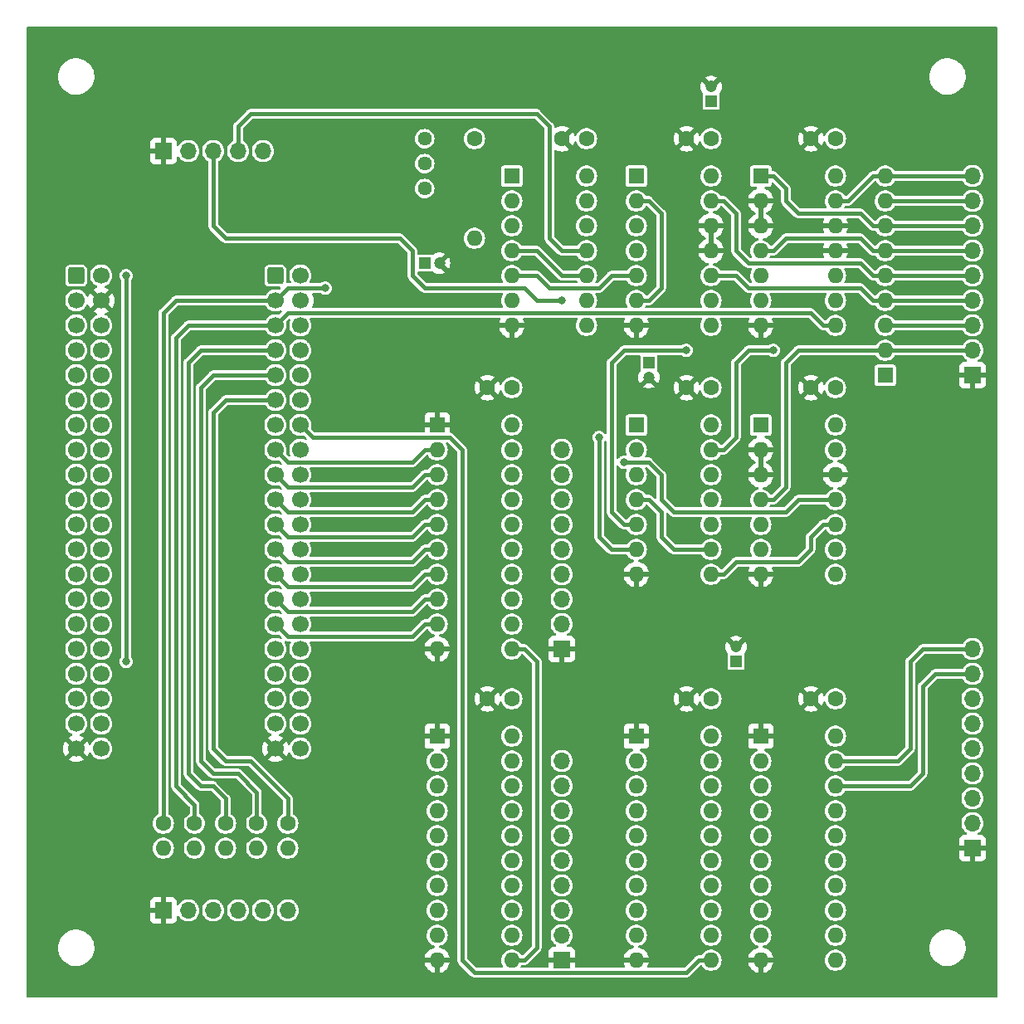
<source format=gbl>
G04 #@! TF.GenerationSoftware,KiCad,Pcbnew,(7.0.0)*
G04 #@! TF.CreationDate,2023-04-25T22:37:33+02:00*
G04 #@! TF.ProjectId,cdp-leddriver,6364702d-6c65-4646-9472-697665722e6b,1*
G04 #@! TF.SameCoordinates,Original*
G04 #@! TF.FileFunction,Copper,L2,Bot*
G04 #@! TF.FilePolarity,Positive*
%FSLAX46Y46*%
G04 Gerber Fmt 4.6, Leading zero omitted, Abs format (unit mm)*
G04 Created by KiCad (PCBNEW (7.0.0)) date 2023-04-25 22:37:33*
%MOMM*%
%LPD*%
G01*
G04 APERTURE LIST*
G04 Aperture macros list*
%AMRoundRect*
0 Rectangle with rounded corners*
0 $1 Rounding radius*
0 $2 $3 $4 $5 $6 $7 $8 $9 X,Y pos of 4 corners*
0 Add a 4 corners polygon primitive as box body*
4,1,4,$2,$3,$4,$5,$6,$7,$8,$9,$2,$3,0*
0 Add four circle primitives for the rounded corners*
1,1,$1+$1,$2,$3*
1,1,$1+$1,$4,$5*
1,1,$1+$1,$6,$7*
1,1,$1+$1,$8,$9*
0 Add four rect primitives between the rounded corners*
20,1,$1+$1,$2,$3,$4,$5,0*
20,1,$1+$1,$4,$5,$6,$7,0*
20,1,$1+$1,$6,$7,$8,$9,0*
20,1,$1+$1,$8,$9,$2,$3,0*%
G04 Aperture macros list end*
G04 #@! TA.AperFunction,ComponentPad*
%ADD10R,1.600000X1.600000*%
G04 #@! TD*
G04 #@! TA.AperFunction,ComponentPad*
%ADD11O,1.600000X1.600000*%
G04 #@! TD*
G04 #@! TA.AperFunction,ComponentPad*
%ADD12C,1.600000*%
G04 #@! TD*
G04 #@! TA.AperFunction,ComponentPad*
%ADD13RoundRect,0.250000X-0.600000X-0.600000X0.600000X-0.600000X0.600000X0.600000X-0.600000X0.600000X0*%
G04 #@! TD*
G04 #@! TA.AperFunction,ComponentPad*
%ADD14C,1.700000*%
G04 #@! TD*
G04 #@! TA.AperFunction,ComponentPad*
%ADD15R,1.700000X1.700000*%
G04 #@! TD*
G04 #@! TA.AperFunction,ComponentPad*
%ADD16O,1.700000X1.700000*%
G04 #@! TD*
G04 #@! TA.AperFunction,ComponentPad*
%ADD17R,1.200000X1.200000*%
G04 #@! TD*
G04 #@! TA.AperFunction,ComponentPad*
%ADD18C,1.200000*%
G04 #@! TD*
G04 #@! TA.AperFunction,ComponentPad*
%ADD19C,1.440000*%
G04 #@! TD*
G04 #@! TA.AperFunction,ViaPad*
%ADD20C,0.800000*%
G04 #@! TD*
G04 #@! TA.AperFunction,Conductor*
%ADD21C,0.420000*%
G04 #@! TD*
G04 APERTURE END LIST*
D10*
X182879999Y-60959999D03*
D11*
X182879999Y-63499999D03*
X182879999Y-66039999D03*
X182879999Y-68579999D03*
X182879999Y-71119999D03*
X182879999Y-73659999D03*
X182879999Y-76199999D03*
X190499999Y-76199999D03*
X190499999Y-73659999D03*
X190499999Y-71119999D03*
X190499999Y-68579999D03*
X190499999Y-66039999D03*
X190499999Y-63499999D03*
X190499999Y-60959999D03*
D12*
X128270000Y-127000000D03*
D11*
X128269999Y-129539999D03*
D12*
X157480000Y-114300000D03*
X154980000Y-114300000D03*
D13*
X113030000Y-71120000D03*
D14*
X115570000Y-71120000D03*
X113030000Y-73660000D03*
X115570000Y-73660000D03*
X113030000Y-76200000D03*
X115570000Y-76200000D03*
X113030000Y-78740000D03*
X115570000Y-78740000D03*
X113030000Y-81280000D03*
X115570000Y-81280000D03*
X113030000Y-83820000D03*
X115570000Y-83820000D03*
X113030000Y-86360000D03*
X115570000Y-86360000D03*
X113030000Y-88900000D03*
X115570000Y-88900000D03*
X113030000Y-91440000D03*
X115570000Y-91440000D03*
X113030000Y-93980000D03*
X115570000Y-93980000D03*
X113030000Y-96520000D03*
X115570000Y-96520000D03*
X113030000Y-99060000D03*
X115570000Y-99060000D03*
X113030000Y-101600000D03*
X115570000Y-101600000D03*
X113030000Y-104140000D03*
X115570000Y-104140000D03*
X113030000Y-106680000D03*
X115570000Y-106680000D03*
X113030000Y-109220000D03*
X115570000Y-109220000D03*
X113030000Y-111760000D03*
X115570000Y-111760000D03*
X113030000Y-114300000D03*
X115570000Y-114300000D03*
X113030000Y-116840000D03*
X115570000Y-116840000D03*
X113030000Y-119380000D03*
X115570000Y-119380000D03*
D10*
X149859999Y-118109999D03*
D11*
X149859999Y-120649999D03*
X149859999Y-123189999D03*
X149859999Y-125729999D03*
X149859999Y-128269999D03*
X149859999Y-130809999D03*
X149859999Y-133349999D03*
X149859999Y-135889999D03*
X149859999Y-138429999D03*
X149859999Y-140969999D03*
X157479999Y-140969999D03*
X157479999Y-138429999D03*
X157479999Y-135889999D03*
X157479999Y-133349999D03*
X157479999Y-130809999D03*
X157479999Y-128269999D03*
X157479999Y-125729999D03*
X157479999Y-123189999D03*
X157479999Y-120649999D03*
X157479999Y-118109999D03*
D10*
X182879999Y-86359999D03*
D11*
X182879999Y-88899999D03*
X182879999Y-91439999D03*
X182879999Y-93979999D03*
X182879999Y-96519999D03*
X182879999Y-99059999D03*
X182879999Y-101599999D03*
X190499999Y-101599999D03*
X190499999Y-99059999D03*
X190499999Y-96519999D03*
X190499999Y-93979999D03*
X190499999Y-91439999D03*
X190499999Y-88899999D03*
X190499999Y-86359999D03*
D13*
X133350000Y-71120000D03*
D14*
X135890000Y-71120000D03*
X133350000Y-73660000D03*
X135890000Y-73660000D03*
X133350000Y-76200000D03*
X135890000Y-76200000D03*
X133350000Y-78740000D03*
X135890000Y-78740000D03*
X133350000Y-81280000D03*
X135890000Y-81280000D03*
X133350000Y-83820000D03*
X135890000Y-83820000D03*
X133350000Y-86360000D03*
X135890000Y-86360000D03*
X133350000Y-88900000D03*
X135890000Y-88900000D03*
X133350000Y-91440000D03*
X135890000Y-91440000D03*
X133350000Y-93980000D03*
X135890000Y-93980000D03*
X133350000Y-96520000D03*
X135890000Y-96520000D03*
X133350000Y-99060000D03*
X135890000Y-99060000D03*
X133350000Y-101600000D03*
X135890000Y-101600000D03*
X133350000Y-104140000D03*
X135890000Y-104140000D03*
X133350000Y-106680000D03*
X135890000Y-106680000D03*
X133350000Y-109220000D03*
X135890000Y-109220000D03*
X133350000Y-111760000D03*
X135890000Y-111760000D03*
X133350000Y-114300000D03*
X135890000Y-114300000D03*
X133350000Y-116840000D03*
X135890000Y-116840000D03*
X133350000Y-119380000D03*
X135890000Y-119380000D03*
D10*
X182879999Y-118109999D03*
D11*
X182879999Y-120649999D03*
X182879999Y-123189999D03*
X182879999Y-125729999D03*
X182879999Y-128269999D03*
X182879999Y-130809999D03*
X182879999Y-133349999D03*
X182879999Y-135889999D03*
X182879999Y-138429999D03*
X182879999Y-140969999D03*
X190499999Y-140969999D03*
X190499999Y-138429999D03*
X190499999Y-135889999D03*
X190499999Y-133349999D03*
X190499999Y-130809999D03*
X190499999Y-128269999D03*
X190499999Y-125729999D03*
X190499999Y-123189999D03*
X190499999Y-120649999D03*
X190499999Y-118109999D03*
D15*
X162559999Y-140969999D03*
D16*
X162559999Y-138429999D03*
X162559999Y-135889999D03*
X162559999Y-133349999D03*
X162559999Y-130809999D03*
X162559999Y-128269999D03*
X162559999Y-125729999D03*
X162559999Y-123189999D03*
X162559999Y-120649999D03*
D12*
X121920000Y-127000000D03*
D11*
X121919999Y-129539999D03*
D12*
X165100000Y-57150000D03*
X162600000Y-57150000D03*
D15*
X121919999Y-58419999D03*
D16*
X124459999Y-58419999D03*
X126999999Y-58419999D03*
X129539999Y-58419999D03*
X132079999Y-58419999D03*
D12*
X190500000Y-82550000D03*
X188000000Y-82550000D03*
X190500000Y-114300000D03*
X188000000Y-114300000D03*
D10*
X157479999Y-60959999D03*
D11*
X157479999Y-63499999D03*
X157479999Y-66039999D03*
X157479999Y-68579999D03*
X157479999Y-71119999D03*
X157479999Y-73659999D03*
X157479999Y-76199999D03*
X165099999Y-76199999D03*
X165099999Y-73659999D03*
X165099999Y-71119999D03*
X165099999Y-68579999D03*
X165099999Y-66039999D03*
X165099999Y-63499999D03*
X165099999Y-60959999D03*
D10*
X195579999Y-81279999D03*
D11*
X195579999Y-78739999D03*
X195579999Y-76199999D03*
X195579999Y-73659999D03*
X195579999Y-71119999D03*
X195579999Y-68579999D03*
X195579999Y-66039999D03*
X195579999Y-63499999D03*
X195579999Y-60959999D03*
D10*
X170179999Y-60959999D03*
D11*
X170179999Y-63499999D03*
X170179999Y-66039999D03*
X170179999Y-68579999D03*
X170179999Y-71119999D03*
X170179999Y-73659999D03*
X170179999Y-76199999D03*
X177799999Y-76199999D03*
X177799999Y-73659999D03*
X177799999Y-71119999D03*
X177799999Y-68579999D03*
X177799999Y-66039999D03*
X177799999Y-63499999D03*
X177799999Y-60959999D03*
D17*
X148589999Y-69849999D03*
D18*
X150090000Y-69850000D03*
D12*
X177800000Y-57150000D03*
X175300000Y-57150000D03*
X134620000Y-127000000D03*
D11*
X134619999Y-129539999D03*
D12*
X190500000Y-57150000D03*
X188000000Y-57150000D03*
D15*
X162559999Y-109219999D03*
D16*
X162559999Y-106679999D03*
X162559999Y-104139999D03*
X162559999Y-101599999D03*
X162559999Y-99059999D03*
X162559999Y-96519999D03*
X162559999Y-93979999D03*
X162559999Y-91439999D03*
X162559999Y-88899999D03*
D15*
X121919999Y-135889999D03*
D16*
X124459999Y-135889999D03*
X126999999Y-135889999D03*
X129539999Y-135889999D03*
X132079999Y-135889999D03*
X134619999Y-135889999D03*
D19*
X148590000Y-57150000D03*
X148590000Y-59690000D03*
X148590000Y-62230000D03*
D12*
X177800000Y-82550000D03*
X175300000Y-82550000D03*
D17*
X171449999Y-80009999D03*
D18*
X171450000Y-81510000D03*
D10*
X170179999Y-118109999D03*
D11*
X170179999Y-120649999D03*
X170179999Y-123189999D03*
X170179999Y-125729999D03*
X170179999Y-128269999D03*
X170179999Y-130809999D03*
X170179999Y-133349999D03*
X170179999Y-135889999D03*
X170179999Y-138429999D03*
X170179999Y-140969999D03*
X177799999Y-140969999D03*
X177799999Y-138429999D03*
X177799999Y-135889999D03*
X177799999Y-133349999D03*
X177799999Y-130809999D03*
X177799999Y-128269999D03*
X177799999Y-125729999D03*
X177799999Y-123189999D03*
X177799999Y-120649999D03*
X177799999Y-118109999D03*
D12*
X177800000Y-114300000D03*
X175300000Y-114300000D03*
X157480000Y-82550000D03*
X154980000Y-82550000D03*
D17*
X180339999Y-110489999D03*
D18*
X180340000Y-108990000D03*
D15*
X204469999Y-81279999D03*
D16*
X204469999Y-78739999D03*
X204469999Y-76199999D03*
X204469999Y-73659999D03*
X204469999Y-71119999D03*
X204469999Y-68579999D03*
X204469999Y-66039999D03*
X204469999Y-63499999D03*
X204469999Y-60959999D03*
D15*
X204469999Y-129539999D03*
D16*
X204469999Y-126999999D03*
X204469999Y-124459999D03*
X204469999Y-121919999D03*
X204469999Y-119379999D03*
X204469999Y-116839999D03*
X204469999Y-114299999D03*
X204469999Y-111759999D03*
X204469999Y-109219999D03*
D10*
X170179999Y-86359999D03*
D11*
X170179999Y-88899999D03*
X170179999Y-91439999D03*
X170179999Y-93979999D03*
X170179999Y-96519999D03*
X170179999Y-99059999D03*
X170179999Y-101599999D03*
X177799999Y-101599999D03*
X177799999Y-99059999D03*
X177799999Y-96519999D03*
X177799999Y-93979999D03*
X177799999Y-91439999D03*
X177799999Y-88899999D03*
X177799999Y-86359999D03*
D12*
X131445000Y-127000000D03*
D11*
X131444999Y-129539999D03*
D12*
X153670000Y-57150000D03*
D11*
X153669999Y-67309999D03*
D17*
X177799999Y-53339999D03*
D18*
X177800000Y-51840000D03*
D10*
X149859999Y-86359999D03*
D11*
X149859999Y-88899999D03*
X149859999Y-91439999D03*
X149859999Y-93979999D03*
X149859999Y-96519999D03*
X149859999Y-99059999D03*
X149859999Y-101599999D03*
X149859999Y-104139999D03*
X149859999Y-106679999D03*
X149859999Y-109219999D03*
X157479999Y-109219999D03*
X157479999Y-106679999D03*
X157479999Y-104139999D03*
X157479999Y-101599999D03*
X157479999Y-99059999D03*
X157479999Y-96519999D03*
X157479999Y-93979999D03*
X157479999Y-91439999D03*
X157479999Y-88899999D03*
X157479999Y-86359999D03*
D12*
X125095000Y-127000000D03*
D11*
X125094999Y-129539999D03*
D20*
X118110000Y-110490000D03*
X118110000Y-71120000D03*
X166370000Y-87630000D03*
X138430000Y-72390000D03*
X168910000Y-90170000D03*
X184150000Y-78740000D03*
X175260000Y-78740000D03*
X162560000Y-73660000D03*
D21*
X199390000Y-109220000D02*
X204470000Y-109220000D01*
X198120000Y-110490000D02*
X199390000Y-109220000D01*
X198120000Y-119380000D02*
X198120000Y-110490000D01*
X199390000Y-113030000D02*
X200660000Y-111760000D01*
X200660000Y-111760000D02*
X204470000Y-111760000D01*
X199390000Y-121920000D02*
X199390000Y-113030000D01*
X118110000Y-110490000D02*
X118110000Y-71120000D01*
X123190000Y-73660000D02*
X133350000Y-73660000D01*
X170180000Y-99060000D02*
X167640000Y-99060000D01*
X133350000Y-73660000D02*
X134620000Y-72390000D01*
X121920000Y-74930000D02*
X123190000Y-73660000D01*
X167640000Y-99060000D02*
X166370000Y-97790000D01*
X166370000Y-87630000D02*
X166370000Y-97790000D01*
X121920000Y-127000000D02*
X121920000Y-74930000D01*
X134620000Y-72390000D02*
X138430000Y-72390000D01*
X187960000Y-74930000D02*
X189230000Y-76200000D01*
X124460000Y-76200000D02*
X133350000Y-76200000D01*
X125095000Y-127000000D02*
X125095000Y-125095000D01*
X134620000Y-74930000D02*
X187960000Y-74930000D01*
X125095000Y-125095000D02*
X123190000Y-123190000D01*
X123190000Y-77470000D02*
X124460000Y-76200000D01*
X123190000Y-123190000D02*
X123190000Y-77470000D01*
X133350000Y-76200000D02*
X134620000Y-74930000D01*
X189230000Y-76200000D02*
X190500000Y-76200000D01*
X124460000Y-121920000D02*
X124460000Y-80010000D01*
X128270000Y-127000000D02*
X128270000Y-124460000D01*
X124460000Y-80010000D02*
X125730000Y-78740000D01*
X128270000Y-124460000D02*
X127000000Y-123190000D01*
X125730000Y-123190000D02*
X124460000Y-121920000D01*
X125730000Y-78740000D02*
X133350000Y-78740000D01*
X127000000Y-123190000D02*
X125730000Y-123190000D01*
X131445000Y-123825000D02*
X129540000Y-121920000D01*
X127000000Y-81280000D02*
X133350000Y-81280000D01*
X125730000Y-82550000D02*
X127000000Y-81280000D01*
X129540000Y-121920000D02*
X127000000Y-121920000D01*
X125730000Y-120650000D02*
X125730000Y-82550000D01*
X131445000Y-127000000D02*
X131445000Y-123825000D01*
X127000000Y-121920000D02*
X125730000Y-120650000D01*
X127000000Y-119380000D02*
X127000000Y-85090000D01*
X127000000Y-85090000D02*
X128270000Y-83820000D01*
X130810000Y-120650000D02*
X128270000Y-120650000D01*
X128270000Y-83820000D02*
X133350000Y-83820000D01*
X134620000Y-124460000D02*
X130810000Y-120650000D01*
X128270000Y-120650000D02*
X127000000Y-119380000D01*
X134620000Y-127000000D02*
X134620000Y-124460000D01*
X152400000Y-88900000D02*
X152400000Y-140970000D01*
X135890000Y-86360000D02*
X137160000Y-87630000D01*
X176530000Y-140970000D02*
X177800000Y-140970000D01*
X151130000Y-87630000D02*
X152400000Y-88900000D01*
X137160000Y-87630000D02*
X151130000Y-87630000D01*
X175260000Y-142240000D02*
X176530000Y-140970000D01*
X153670000Y-142240000D02*
X175260000Y-142240000D01*
X152400000Y-140970000D02*
X153670000Y-142240000D01*
X148590000Y-88900000D02*
X149860000Y-88900000D01*
X134620000Y-90170000D02*
X147320000Y-90170000D01*
X147320000Y-90170000D02*
X148590000Y-88900000D01*
X133350000Y-88900000D02*
X134620000Y-90170000D01*
X157480000Y-140970000D02*
X158750000Y-140970000D01*
X171450000Y-90170000D02*
X168910000Y-90170000D01*
X171450000Y-90170000D02*
X172720000Y-91440000D01*
X172720000Y-91440000D02*
X172720000Y-93980000D01*
X185420000Y-95250000D02*
X186690000Y-93980000D01*
X173990000Y-95250000D02*
X185420000Y-95250000D01*
X158750000Y-109220000D02*
X157480000Y-109220000D01*
X158750000Y-140970000D02*
X160020000Y-139700000D01*
X172720000Y-93980000D02*
X173990000Y-95250000D01*
X160020000Y-139700000D02*
X160020000Y-110490000D01*
X186690000Y-93980000D02*
X190500000Y-93980000D01*
X160020000Y-110490000D02*
X158750000Y-109220000D01*
X134620000Y-92710000D02*
X147320000Y-92710000D01*
X133350000Y-91440000D02*
X134620000Y-92710000D01*
X147320000Y-92710000D02*
X148590000Y-91440000D01*
X148590000Y-91440000D02*
X149860000Y-91440000D01*
X134620000Y-95250000D02*
X147320000Y-95250000D01*
X148590000Y-93980000D02*
X149860000Y-93980000D01*
X133350000Y-93980000D02*
X134620000Y-95250000D01*
X147320000Y-95250000D02*
X148590000Y-93980000D01*
X148590000Y-96520000D02*
X149860000Y-96520000D01*
X134620000Y-97790000D02*
X147320000Y-97790000D01*
X147320000Y-97790000D02*
X148590000Y-96520000D01*
X133350000Y-96520000D02*
X134620000Y-97790000D01*
X133350000Y-99060000D02*
X134620000Y-100330000D01*
X134620000Y-100330000D02*
X147320000Y-100330000D01*
X148590000Y-99060000D02*
X149860000Y-99060000D01*
X147320000Y-100330000D02*
X148590000Y-99060000D01*
X133350000Y-101600000D02*
X134620000Y-102870000D01*
X148590000Y-101600000D02*
X149860000Y-101600000D01*
X147320000Y-102870000D02*
X148590000Y-101600000D01*
X134620000Y-102870000D02*
X147320000Y-102870000D01*
X147320000Y-105410000D02*
X148590000Y-104140000D01*
X133350000Y-104140000D02*
X134620000Y-105410000D01*
X134620000Y-105410000D02*
X147320000Y-105410000D01*
X148590000Y-104140000D02*
X149860000Y-104140000D01*
X133350000Y-106680000D02*
X134620000Y-107950000D01*
X147320000Y-107950000D02*
X148590000Y-106680000D01*
X134620000Y-107950000D02*
X147320000Y-107950000D01*
X148590000Y-106680000D02*
X149860000Y-106680000D01*
X190500000Y-120650000D02*
X196850000Y-120650000D01*
X196850000Y-120650000D02*
X198120000Y-119380000D01*
X190500000Y-123190000D02*
X198120000Y-123190000D01*
X198120000Y-123190000D02*
X199390000Y-121920000D01*
X179070000Y-88900000D02*
X180340000Y-87630000D01*
X195580000Y-76200000D02*
X204470000Y-76200000D01*
X180340000Y-87630000D02*
X180340000Y-80010000D01*
X177800000Y-88900000D02*
X179070000Y-88900000D01*
X181610000Y-78740000D02*
X184150000Y-78740000D01*
X180340000Y-80010000D02*
X181610000Y-78740000D01*
X185420000Y-92710000D02*
X184150000Y-93980000D01*
X195580000Y-78740000D02*
X204470000Y-78740000D01*
X195580000Y-78740000D02*
X186690000Y-78740000D01*
X184150000Y-93980000D02*
X182880000Y-93980000D01*
X186690000Y-78740000D02*
X185420000Y-80010000D01*
X185420000Y-80010000D02*
X185420000Y-92710000D01*
X171450000Y-93980000D02*
X172720000Y-95250000D01*
X172720000Y-97790000D02*
X173990000Y-99060000D01*
X173990000Y-99060000D02*
X177800000Y-99060000D01*
X172720000Y-95250000D02*
X172720000Y-97790000D01*
X170180000Y-93980000D02*
X171450000Y-93980000D01*
X170180000Y-96520000D02*
X168910000Y-96520000D01*
X168910000Y-96520000D02*
X167640000Y-95250000D01*
X168910000Y-78740000D02*
X175260000Y-78740000D01*
X167640000Y-80010000D02*
X168910000Y-78740000D01*
X167640000Y-95250000D02*
X167640000Y-80010000D01*
X185420000Y-63500000D02*
X186690000Y-64770000D01*
X186690000Y-64770000D02*
X193040000Y-64770000D01*
X182880000Y-60960000D02*
X184150000Y-60960000D01*
X195580000Y-66040000D02*
X204470000Y-66040000D01*
X194310000Y-66040000D02*
X195580000Y-66040000D01*
X185420000Y-62230000D02*
X185420000Y-63500000D01*
X184150000Y-60960000D02*
X185420000Y-62230000D01*
X193040000Y-64770000D02*
X194310000Y-66040000D01*
X195580000Y-68580000D02*
X204470000Y-68580000D01*
X194310000Y-68580000D02*
X195580000Y-68580000D01*
X184150000Y-68580000D02*
X185420000Y-67310000D01*
X182880000Y-68580000D02*
X184150000Y-68580000D01*
X193040000Y-67310000D02*
X194310000Y-68580000D01*
X185420000Y-67310000D02*
X193040000Y-67310000D01*
X180340000Y-71120000D02*
X177800000Y-71120000D01*
X195580000Y-73660000D02*
X204470000Y-73660000D01*
X181610000Y-72390000D02*
X180340000Y-71120000D01*
X194310000Y-73660000D02*
X193040000Y-72390000D01*
X193040000Y-72390000D02*
X181610000Y-72390000D01*
X195580000Y-73660000D02*
X194310000Y-73660000D01*
X195580000Y-63500000D02*
X204470000Y-63500000D01*
X190500000Y-63500000D02*
X191770000Y-63500000D01*
X194310000Y-60960000D02*
X191770000Y-63500000D01*
X195580000Y-60960000D02*
X204470000Y-60960000D01*
X195580000Y-60960000D02*
X194310000Y-60960000D01*
X195580000Y-71120000D02*
X204470000Y-71120000D01*
X180340000Y-68580000D02*
X180340000Y-64770000D01*
X180340000Y-64770000D02*
X179070000Y-63500000D01*
X195580000Y-71120000D02*
X194310000Y-71120000D01*
X181610000Y-69850000D02*
X180340000Y-68580000D01*
X193040000Y-69850000D02*
X181610000Y-69850000D01*
X194310000Y-71120000D02*
X193040000Y-69850000D01*
X179070000Y-63500000D02*
X177800000Y-63500000D01*
X187960000Y-97790000D02*
X187960000Y-99060000D01*
X189230000Y-96520000D02*
X187960000Y-97790000D01*
X190500000Y-96520000D02*
X189230000Y-96520000D01*
X187960000Y-99060000D02*
X186690000Y-100330000D01*
X186690000Y-100330000D02*
X180340000Y-100330000D01*
X180340000Y-100330000D02*
X179070000Y-101600000D01*
X179070000Y-101600000D02*
X177800000Y-101600000D01*
X165100000Y-71120000D02*
X162560000Y-71120000D01*
X160020000Y-68580000D02*
X157480000Y-68580000D01*
X162560000Y-71120000D02*
X160020000Y-68580000D01*
X127000000Y-66040000D02*
X128270000Y-67310000D01*
X158750000Y-72390000D02*
X160020000Y-73660000D01*
X148590000Y-72390000D02*
X158750000Y-72390000D01*
X128270000Y-67310000D02*
X146050000Y-67310000D01*
X127000000Y-58420000D02*
X127000000Y-66040000D01*
X147320000Y-68580000D02*
X147320000Y-71120000D01*
X146050000Y-67310000D02*
X147320000Y-68580000D01*
X147320000Y-71120000D02*
X148590000Y-72390000D01*
X160020000Y-73660000D02*
X162560000Y-73660000D01*
X160020000Y-54610000D02*
X130810000Y-54610000D01*
X161290000Y-55880000D02*
X160020000Y-54610000D01*
X165100000Y-68580000D02*
X162560000Y-68580000D01*
X130810000Y-54610000D02*
X129540000Y-55880000D01*
X129540000Y-55880000D02*
X129540000Y-58420000D01*
X161290000Y-67310000D02*
X161290000Y-55880000D01*
X162560000Y-68580000D02*
X161290000Y-67310000D01*
X160020000Y-71120000D02*
X161290000Y-72390000D01*
X170180000Y-71120000D02*
X167640000Y-71120000D01*
X167640000Y-71120000D02*
X166370000Y-72390000D01*
X161290000Y-72390000D02*
X166370000Y-72390000D01*
X157480000Y-71120000D02*
X160020000Y-71120000D01*
X171450000Y-63500000D02*
X172720000Y-64770000D01*
X170180000Y-63500000D02*
X171450000Y-63500000D01*
X172720000Y-64770000D02*
X172720000Y-72390000D01*
X171450000Y-73660000D02*
X170180000Y-73660000D01*
X172720000Y-72390000D02*
X171450000Y-73660000D01*
G04 #@! TA.AperFunction,Conductor*
G36*
X206947500Y-45737113D02*
G01*
X206992887Y-45782500D01*
X207009500Y-45844500D01*
X207009500Y-144655500D01*
X206992887Y-144717500D01*
X206947500Y-144762887D01*
X206885500Y-144779500D01*
X108074500Y-144779500D01*
X108012500Y-144762887D01*
X107967113Y-144717500D01*
X107950500Y-144655500D01*
X107950500Y-139767765D01*
X111175788Y-139767765D01*
X111176282Y-139772262D01*
X111176283Y-139772267D01*
X111204917Y-140032506D01*
X111204918Y-140032513D01*
X111205414Y-140037018D01*
X111206559Y-140041398D01*
X111206561Y-140041408D01*
X111229030Y-140127352D01*
X111273928Y-140299088D01*
X111275693Y-140303242D01*
X111275696Y-140303250D01*
X111374777Y-140536406D01*
X111379870Y-140548390D01*
X111382226Y-140552251D01*
X111382229Y-140552256D01*
X111514445Y-140768899D01*
X111520982Y-140779610D01*
X111523885Y-140783098D01*
X111690190Y-140982936D01*
X111694255Y-140987820D01*
X111697630Y-140990844D01*
X111697631Y-140990845D01*
X111886486Y-141160060D01*
X111895998Y-141168582D01*
X112121910Y-141318044D01*
X112367176Y-141433020D01*
X112626569Y-141511060D01*
X112894561Y-141550500D01*
X113095369Y-141550500D01*
X113097631Y-141550500D01*
X113300156Y-141535677D01*
X113564553Y-141476780D01*
X113817558Y-141380014D01*
X114053777Y-141247441D01*
X114086011Y-141222551D01*
X148584452Y-141222551D01*
X148584820Y-141233780D01*
X148632330Y-141411092D01*
X148636022Y-141421234D01*
X148727579Y-141617580D01*
X148732967Y-141626912D01*
X148857232Y-141804381D01*
X148864169Y-141812647D01*
X149017352Y-141965830D01*
X149025618Y-141972767D01*
X149203087Y-142097032D01*
X149212419Y-142102420D01*
X149408765Y-142193977D01*
X149418907Y-142197669D01*
X149596219Y-142245179D01*
X149607448Y-142245547D01*
X149610000Y-142234605D01*
X150110000Y-142234605D01*
X150112551Y-142245547D01*
X150123780Y-142245179D01*
X150301092Y-142197669D01*
X150311234Y-142193977D01*
X150507580Y-142102420D01*
X150516912Y-142097032D01*
X150694381Y-141972767D01*
X150702647Y-141965830D01*
X150855830Y-141812647D01*
X150862767Y-141804381D01*
X150987032Y-141626912D01*
X150992420Y-141617580D01*
X151083977Y-141421234D01*
X151087669Y-141411092D01*
X151135179Y-141233780D01*
X151135547Y-141222551D01*
X151124605Y-141220000D01*
X150126326Y-141220000D01*
X150113450Y-141223450D01*
X150110000Y-141236326D01*
X150110000Y-142234605D01*
X149610000Y-142234605D01*
X149610000Y-141236326D01*
X149606549Y-141223450D01*
X149593674Y-141220000D01*
X148595395Y-141220000D01*
X148584452Y-141222551D01*
X114086011Y-141222551D01*
X114268177Y-141081888D01*
X114456186Y-140886881D01*
X114577405Y-140717448D01*
X148584452Y-140717448D01*
X148595395Y-140720000D01*
X151124605Y-140720000D01*
X151135547Y-140717448D01*
X151135179Y-140706219D01*
X151087669Y-140528907D01*
X151083977Y-140518765D01*
X150992420Y-140322419D01*
X150987032Y-140313087D01*
X150862767Y-140135618D01*
X150855830Y-140127352D01*
X150702647Y-139974169D01*
X150694381Y-139967232D01*
X150516912Y-139842967D01*
X150507580Y-139837579D01*
X150311231Y-139746020D01*
X150301097Y-139742332D01*
X150163818Y-139705548D01*
X150108500Y-139673723D01*
X150076336Y-139618601D01*
X150075847Y-139554784D01*
X150107161Y-139499175D01*
X150156039Y-139470047D01*
X150155586Y-139468876D01*
X150225417Y-139441823D01*
X150341446Y-139396873D01*
X150510910Y-139291945D01*
X150658209Y-139157664D01*
X150778326Y-138998604D01*
X150867171Y-138820180D01*
X150921717Y-138628469D01*
X150940108Y-138430000D01*
X150921717Y-138231531D01*
X150867171Y-138039820D01*
X150778326Y-137861396D01*
X150774873Y-137856823D01*
X150661666Y-137706913D01*
X150661662Y-137706909D01*
X150658209Y-137702336D01*
X150653972Y-137698473D01*
X150653968Y-137698469D01*
X150515144Y-137571915D01*
X150515145Y-137571915D01*
X150510910Y-137568055D01*
X150506044Y-137565042D01*
X150506040Y-137565039D01*
X150346319Y-137466144D01*
X150346316Y-137466143D01*
X150341446Y-137463127D01*
X150336103Y-137461057D01*
X150336097Y-137461054D01*
X150160939Y-137393197D01*
X150160931Y-137393194D01*
X150155586Y-137391124D01*
X150149950Y-137390070D01*
X150149945Y-137390069D01*
X149965291Y-137355552D01*
X149965284Y-137355551D01*
X149959660Y-137354500D01*
X149760340Y-137354500D01*
X149754716Y-137355551D01*
X149754708Y-137355552D01*
X149570054Y-137390069D01*
X149570046Y-137390071D01*
X149564414Y-137391124D01*
X149559071Y-137393193D01*
X149559060Y-137393197D01*
X149383902Y-137461054D01*
X149383891Y-137461059D01*
X149378554Y-137463127D01*
X149373687Y-137466140D01*
X149373680Y-137466144D01*
X149213959Y-137565039D01*
X149213949Y-137565045D01*
X149209090Y-137568055D01*
X149204859Y-137571911D01*
X149204855Y-137571915D01*
X149066031Y-137698469D01*
X149066021Y-137698479D01*
X149061791Y-137702336D01*
X149058342Y-137706902D01*
X149058333Y-137706913D01*
X148945126Y-137856823D01*
X148945119Y-137856833D01*
X148941674Y-137861396D01*
X148939124Y-137866516D01*
X148939119Y-137866525D01*
X148855383Y-138034689D01*
X148855379Y-138034697D01*
X148852829Y-138039820D01*
X148851260Y-138045332D01*
X148851260Y-138045334D01*
X148820752Y-138152559D01*
X148798283Y-138231531D01*
X148779892Y-138430000D01*
X148798283Y-138628469D01*
X148852829Y-138820180D01*
X148855381Y-138825305D01*
X148855383Y-138825310D01*
X148939119Y-138993474D01*
X148939121Y-138993478D01*
X148941674Y-138998604D01*
X148945123Y-139003171D01*
X148945126Y-139003176D01*
X149058333Y-139153086D01*
X149058337Y-139153091D01*
X149061791Y-139157664D01*
X149066027Y-139161525D01*
X149066031Y-139161530D01*
X149103139Y-139195358D01*
X149209090Y-139291945D01*
X149378554Y-139396873D01*
X149383900Y-139398944D01*
X149383902Y-139398945D01*
X149564414Y-139468876D01*
X149563960Y-139470046D01*
X149612842Y-139499179D01*
X149644153Y-139554788D01*
X149643662Y-139618604D01*
X149611498Y-139673724D01*
X149556181Y-139705548D01*
X149418902Y-139742332D01*
X149408768Y-139746020D01*
X149212419Y-139837579D01*
X149203087Y-139842967D01*
X149025618Y-139967232D01*
X149017352Y-139974169D01*
X148864169Y-140127352D01*
X148857232Y-140135618D01*
X148732967Y-140313087D01*
X148727579Y-140322419D01*
X148636022Y-140518765D01*
X148632330Y-140528907D01*
X148584820Y-140706219D01*
X148584452Y-140717448D01*
X114577405Y-140717448D01*
X114613799Y-140666579D01*
X114737656Y-140425675D01*
X114825118Y-140169305D01*
X114874319Y-139902933D01*
X114884212Y-139632235D01*
X114854586Y-139362982D01*
X114786072Y-139100912D01*
X114680130Y-138851610D01*
X114539018Y-138620390D01*
X114365745Y-138412180D01*
X114260759Y-138318112D01*
X114167382Y-138234446D01*
X114167378Y-138234442D01*
X114164002Y-138231418D01*
X113938090Y-138081956D01*
X113933996Y-138080036D01*
X113933991Y-138080034D01*
X113696929Y-137968904D01*
X113696925Y-137968902D01*
X113692824Y-137966980D01*
X113688477Y-137965672D01*
X113688474Y-137965671D01*
X113437772Y-137890246D01*
X113437771Y-137890245D01*
X113433431Y-137888940D01*
X113428957Y-137888281D01*
X113428950Y-137888280D01*
X113169913Y-137850158D01*
X113169907Y-137850157D01*
X113165439Y-137849500D01*
X112962369Y-137849500D01*
X112960120Y-137849664D01*
X112960109Y-137849665D01*
X112764363Y-137863992D01*
X112764359Y-137863992D01*
X112759844Y-137864323D01*
X112755426Y-137865307D01*
X112755420Y-137865308D01*
X112499877Y-137922232D01*
X112499861Y-137922236D01*
X112495447Y-137923220D01*
X112491216Y-137924838D01*
X112491210Y-137924840D01*
X112246673Y-138018367D01*
X112246663Y-138018371D01*
X112242442Y-138019986D01*
X112238494Y-138022201D01*
X112238489Y-138022204D01*
X112010176Y-138150340D01*
X112010171Y-138150343D01*
X112006223Y-138152559D01*
X112002639Y-138155325D01*
X112002635Y-138155329D01*
X111795407Y-138315343D01*
X111795394Y-138315354D01*
X111791823Y-138318112D01*
X111788685Y-138321366D01*
X111788678Y-138321373D01*
X111606958Y-138509857D01*
X111606952Y-138509864D01*
X111603814Y-138513119D01*
X111601189Y-138516787D01*
X111601179Y-138516800D01*
X111448834Y-138729740D01*
X111448830Y-138729745D01*
X111446201Y-138733421D01*
X111444132Y-138737444D01*
X111444129Y-138737450D01*
X111324416Y-138970293D01*
X111324411Y-138970304D01*
X111322344Y-138974325D01*
X111320884Y-138978602D01*
X111320879Y-138978616D01*
X111236348Y-139226395D01*
X111236344Y-139226407D01*
X111234882Y-139230695D01*
X111234057Y-139235159D01*
X111234057Y-139235161D01*
X111186504Y-139492606D01*
X111186502Y-139492619D01*
X111185681Y-139497067D01*
X111185515Y-139501593D01*
X111185515Y-139501599D01*
X111176367Y-139751931D01*
X111175788Y-139767765D01*
X107950500Y-139767765D01*
X107950500Y-136784518D01*
X120570000Y-136784518D01*
X120570353Y-136791114D01*
X120575573Y-136839667D01*
X120579111Y-136854641D01*
X120623547Y-136973777D01*
X120631962Y-136989189D01*
X120707498Y-137090092D01*
X120719907Y-137102501D01*
X120820810Y-137178037D01*
X120836222Y-137186452D01*
X120955358Y-137230888D01*
X120970332Y-137234426D01*
X121018885Y-137239646D01*
X121025482Y-137240000D01*
X121653674Y-137240000D01*
X121666549Y-137236549D01*
X121670000Y-137223674D01*
X122170000Y-137223674D01*
X122173450Y-137236549D01*
X122186326Y-137240000D01*
X122814518Y-137240000D01*
X122821114Y-137239646D01*
X122869667Y-137234426D01*
X122884641Y-137230888D01*
X123003777Y-137186452D01*
X123019189Y-137178037D01*
X123120092Y-137102501D01*
X123132501Y-137090092D01*
X123208037Y-136989189D01*
X123216452Y-136973777D01*
X123260888Y-136854641D01*
X123264426Y-136839667D01*
X123269646Y-136791114D01*
X123270000Y-136784518D01*
X123270000Y-136550031D01*
X123286233Y-136488694D01*
X123330682Y-136443416D01*
X123391709Y-136426052D01*
X123453336Y-136441149D01*
X123498316Y-136483703D01*
X123498981Y-136485038D01*
X123502434Y-136489610D01*
X123621224Y-136646915D01*
X123621228Y-136646920D01*
X123624682Y-136651493D01*
X123628922Y-136655358D01*
X123774593Y-136788155D01*
X123774596Y-136788157D01*
X123778829Y-136792016D01*
X123956172Y-136901823D01*
X124150673Y-136977173D01*
X124355707Y-137015500D01*
X124558564Y-137015500D01*
X124564293Y-137015500D01*
X124769327Y-136977173D01*
X124963828Y-136901823D01*
X125141171Y-136792016D01*
X125295318Y-136651493D01*
X125421019Y-136485038D01*
X125513994Y-136298319D01*
X125571076Y-136097696D01*
X125590322Y-135890000D01*
X125869678Y-135890000D01*
X125888924Y-136097696D01*
X125946006Y-136298319D01*
X125948558Y-136303445D01*
X125948560Y-136303449D01*
X126036426Y-136479908D01*
X126036428Y-136479912D01*
X126038981Y-136485038D01*
X126042430Y-136489605D01*
X126042433Y-136489610D01*
X126161224Y-136646915D01*
X126161228Y-136646920D01*
X126164682Y-136651493D01*
X126168922Y-136655358D01*
X126314593Y-136788155D01*
X126314596Y-136788157D01*
X126318829Y-136792016D01*
X126496172Y-136901823D01*
X126690673Y-136977173D01*
X126895707Y-137015500D01*
X127098564Y-137015500D01*
X127104293Y-137015500D01*
X127309327Y-136977173D01*
X127503828Y-136901823D01*
X127681171Y-136792016D01*
X127835318Y-136651493D01*
X127961019Y-136485038D01*
X128053994Y-136298319D01*
X128111076Y-136097696D01*
X128130322Y-135890000D01*
X128409678Y-135890000D01*
X128428924Y-136097696D01*
X128486006Y-136298319D01*
X128488558Y-136303445D01*
X128488560Y-136303449D01*
X128576426Y-136479908D01*
X128576428Y-136479912D01*
X128578981Y-136485038D01*
X128582430Y-136489605D01*
X128582433Y-136489610D01*
X128701224Y-136646915D01*
X128701228Y-136646920D01*
X128704682Y-136651493D01*
X128708922Y-136655358D01*
X128854593Y-136788155D01*
X128854596Y-136788157D01*
X128858829Y-136792016D01*
X129036172Y-136901823D01*
X129230673Y-136977173D01*
X129435707Y-137015500D01*
X129638564Y-137015500D01*
X129644293Y-137015500D01*
X129849327Y-136977173D01*
X130043828Y-136901823D01*
X130221171Y-136792016D01*
X130375318Y-136651493D01*
X130501019Y-136485038D01*
X130593994Y-136298319D01*
X130651076Y-136097696D01*
X130670322Y-135890000D01*
X130949678Y-135890000D01*
X130968924Y-136097696D01*
X131026006Y-136298319D01*
X131028558Y-136303445D01*
X131028560Y-136303449D01*
X131116426Y-136479908D01*
X131116428Y-136479912D01*
X131118981Y-136485038D01*
X131122430Y-136489605D01*
X131122433Y-136489610D01*
X131241224Y-136646915D01*
X131241228Y-136646920D01*
X131244682Y-136651493D01*
X131248922Y-136655358D01*
X131394593Y-136788155D01*
X131394596Y-136788157D01*
X131398829Y-136792016D01*
X131576172Y-136901823D01*
X131770673Y-136977173D01*
X131975707Y-137015500D01*
X132178564Y-137015500D01*
X132184293Y-137015500D01*
X132389327Y-136977173D01*
X132583828Y-136901823D01*
X132761171Y-136792016D01*
X132915318Y-136651493D01*
X133041019Y-136485038D01*
X133133994Y-136298319D01*
X133191076Y-136097696D01*
X133210322Y-135890000D01*
X133489678Y-135890000D01*
X133508924Y-136097696D01*
X133566006Y-136298319D01*
X133568558Y-136303445D01*
X133568560Y-136303449D01*
X133656426Y-136479908D01*
X133656428Y-136479912D01*
X133658981Y-136485038D01*
X133662430Y-136489605D01*
X133662433Y-136489610D01*
X133781224Y-136646915D01*
X133781228Y-136646920D01*
X133784682Y-136651493D01*
X133788922Y-136655358D01*
X133934593Y-136788155D01*
X133934596Y-136788157D01*
X133938829Y-136792016D01*
X134116172Y-136901823D01*
X134310673Y-136977173D01*
X134515707Y-137015500D01*
X134718564Y-137015500D01*
X134724293Y-137015500D01*
X134929327Y-136977173D01*
X135123828Y-136901823D01*
X135301171Y-136792016D01*
X135455318Y-136651493D01*
X135581019Y-136485038D01*
X135673994Y-136298319D01*
X135731076Y-136097696D01*
X135750322Y-135890000D01*
X148779892Y-135890000D01*
X148798283Y-136088469D01*
X148852829Y-136280180D01*
X148855381Y-136285305D01*
X148855383Y-136285310D01*
X148939119Y-136453474D01*
X148939121Y-136453478D01*
X148941674Y-136458604D01*
X148945123Y-136463171D01*
X148945126Y-136463176D01*
X149058333Y-136613086D01*
X149058337Y-136613091D01*
X149061791Y-136617664D01*
X149066027Y-136621525D01*
X149066031Y-136621530D01*
X149103139Y-136655358D01*
X149209090Y-136751945D01*
X149378554Y-136856873D01*
X149383900Y-136858944D01*
X149383902Y-136858945D01*
X149494582Y-136901823D01*
X149564414Y-136928876D01*
X149760340Y-136965500D01*
X149953929Y-136965500D01*
X149959660Y-136965500D01*
X150155586Y-136928876D01*
X150341446Y-136856873D01*
X150510910Y-136751945D01*
X150658209Y-136617664D01*
X150778326Y-136458604D01*
X150867171Y-136280180D01*
X150921717Y-136088469D01*
X150940108Y-135890000D01*
X150921717Y-135691531D01*
X150867171Y-135499820D01*
X150778326Y-135321396D01*
X150774873Y-135316823D01*
X150661666Y-135166913D01*
X150661662Y-135166909D01*
X150658209Y-135162336D01*
X150653972Y-135158473D01*
X150653968Y-135158469D01*
X150515144Y-135031915D01*
X150515145Y-135031915D01*
X150510910Y-135028055D01*
X150506044Y-135025042D01*
X150506040Y-135025039D01*
X150346319Y-134926144D01*
X150346316Y-134926143D01*
X150341446Y-134923127D01*
X150336103Y-134921057D01*
X150336097Y-134921054D01*
X150160939Y-134853197D01*
X150160931Y-134853194D01*
X150155586Y-134851124D01*
X150149950Y-134850070D01*
X150149945Y-134850069D01*
X149965291Y-134815552D01*
X149965284Y-134815551D01*
X149959660Y-134814500D01*
X149760340Y-134814500D01*
X149754716Y-134815551D01*
X149754708Y-134815552D01*
X149570054Y-134850069D01*
X149570046Y-134850071D01*
X149564414Y-134851124D01*
X149559071Y-134853193D01*
X149559060Y-134853197D01*
X149383902Y-134921054D01*
X149383891Y-134921059D01*
X149378554Y-134923127D01*
X149373687Y-134926140D01*
X149373680Y-134926144D01*
X149213959Y-135025039D01*
X149213949Y-135025045D01*
X149209090Y-135028055D01*
X149204859Y-135031911D01*
X149204855Y-135031915D01*
X149066031Y-135158469D01*
X149066021Y-135158479D01*
X149061791Y-135162336D01*
X149058342Y-135166902D01*
X149058333Y-135166913D01*
X148945126Y-135316823D01*
X148945119Y-135316833D01*
X148941674Y-135321396D01*
X148939124Y-135326516D01*
X148939119Y-135326525D01*
X148855383Y-135494689D01*
X148855379Y-135494697D01*
X148852829Y-135499820D01*
X148851260Y-135505332D01*
X148851260Y-135505334D01*
X148812945Y-135640000D01*
X148798283Y-135691531D01*
X148779892Y-135890000D01*
X135750322Y-135890000D01*
X135731076Y-135682304D01*
X135673994Y-135481681D01*
X135594182Y-135321396D01*
X135583573Y-135300091D01*
X135583572Y-135300090D01*
X135581019Y-135294962D01*
X135484321Y-135166913D01*
X135458775Y-135133084D01*
X135458771Y-135133080D01*
X135455318Y-135128507D01*
X135422931Y-135098982D01*
X135305406Y-134991844D01*
X135305401Y-134991840D01*
X135301171Y-134987984D01*
X135296305Y-134984971D01*
X135296301Y-134984968D01*
X135128699Y-134881193D01*
X135128698Y-134881192D01*
X135123828Y-134878177D01*
X135118490Y-134876109D01*
X135118486Y-134876107D01*
X134934674Y-134804898D01*
X134934669Y-134804896D01*
X134929327Y-134802827D01*
X134923692Y-134801773D01*
X134923690Y-134801773D01*
X134729923Y-134765552D01*
X134729918Y-134765551D01*
X134724293Y-134764500D01*
X134515707Y-134764500D01*
X134510082Y-134765551D01*
X134510076Y-134765552D01*
X134316309Y-134801773D01*
X134316304Y-134801774D01*
X134310673Y-134802827D01*
X134305333Y-134804895D01*
X134305325Y-134804898D01*
X134121513Y-134876107D01*
X134121504Y-134876110D01*
X134116172Y-134878177D01*
X134111305Y-134881190D01*
X134111300Y-134881193D01*
X133943698Y-134984968D01*
X133943689Y-134984974D01*
X133938829Y-134987984D01*
X133934603Y-134991836D01*
X133934593Y-134991844D01*
X133788922Y-135124641D01*
X133788917Y-135124645D01*
X133784682Y-135128507D01*
X133781233Y-135133073D01*
X133781224Y-135133084D01*
X133662433Y-135290389D01*
X133662426Y-135290399D01*
X133658981Y-135294962D01*
X133656431Y-135300082D01*
X133656426Y-135300091D01*
X133568560Y-135476550D01*
X133568556Y-135476558D01*
X133566006Y-135481681D01*
X133564437Y-135487193D01*
X133564437Y-135487195D01*
X133525606Y-135623674D01*
X133508924Y-135682304D01*
X133489678Y-135890000D01*
X133210322Y-135890000D01*
X133191076Y-135682304D01*
X133133994Y-135481681D01*
X133054182Y-135321396D01*
X133043573Y-135300091D01*
X133043572Y-135300090D01*
X133041019Y-135294962D01*
X132944321Y-135166913D01*
X132918775Y-135133084D01*
X132918771Y-135133080D01*
X132915318Y-135128507D01*
X132882931Y-135098982D01*
X132765406Y-134991844D01*
X132765401Y-134991840D01*
X132761171Y-134987984D01*
X132756305Y-134984971D01*
X132756301Y-134984968D01*
X132588699Y-134881193D01*
X132588698Y-134881192D01*
X132583828Y-134878177D01*
X132578490Y-134876109D01*
X132578486Y-134876107D01*
X132394674Y-134804898D01*
X132394669Y-134804896D01*
X132389327Y-134802827D01*
X132383692Y-134801773D01*
X132383690Y-134801773D01*
X132189923Y-134765552D01*
X132189918Y-134765551D01*
X132184293Y-134764500D01*
X131975707Y-134764500D01*
X131970082Y-134765551D01*
X131970076Y-134765552D01*
X131776309Y-134801773D01*
X131776304Y-134801774D01*
X131770673Y-134802827D01*
X131765333Y-134804895D01*
X131765325Y-134804898D01*
X131581513Y-134876107D01*
X131581504Y-134876110D01*
X131576172Y-134878177D01*
X131571305Y-134881190D01*
X131571300Y-134881193D01*
X131403698Y-134984968D01*
X131403689Y-134984974D01*
X131398829Y-134987984D01*
X131394603Y-134991836D01*
X131394593Y-134991844D01*
X131248922Y-135124641D01*
X131248917Y-135124645D01*
X131244682Y-135128507D01*
X131241233Y-135133073D01*
X131241224Y-135133084D01*
X131122433Y-135290389D01*
X131122426Y-135290399D01*
X131118981Y-135294962D01*
X131116431Y-135300082D01*
X131116426Y-135300091D01*
X131028560Y-135476550D01*
X131028556Y-135476558D01*
X131026006Y-135481681D01*
X131024437Y-135487193D01*
X131024437Y-135487195D01*
X130985606Y-135623674D01*
X130968924Y-135682304D01*
X130949678Y-135890000D01*
X130670322Y-135890000D01*
X130651076Y-135682304D01*
X130593994Y-135481681D01*
X130514182Y-135321396D01*
X130503573Y-135300091D01*
X130503572Y-135300090D01*
X130501019Y-135294962D01*
X130404321Y-135166913D01*
X130378775Y-135133084D01*
X130378771Y-135133080D01*
X130375318Y-135128507D01*
X130342931Y-135098982D01*
X130225406Y-134991844D01*
X130225401Y-134991840D01*
X130221171Y-134987984D01*
X130216305Y-134984971D01*
X130216301Y-134984968D01*
X130048699Y-134881193D01*
X130048698Y-134881192D01*
X130043828Y-134878177D01*
X130038490Y-134876109D01*
X130038486Y-134876107D01*
X129854674Y-134804898D01*
X129854669Y-134804896D01*
X129849327Y-134802827D01*
X129843692Y-134801773D01*
X129843690Y-134801773D01*
X129649923Y-134765552D01*
X129649918Y-134765551D01*
X129644293Y-134764500D01*
X129435707Y-134764500D01*
X129430082Y-134765551D01*
X129430076Y-134765552D01*
X129236309Y-134801773D01*
X129236304Y-134801774D01*
X129230673Y-134802827D01*
X129225333Y-134804895D01*
X129225325Y-134804898D01*
X129041513Y-134876107D01*
X129041504Y-134876110D01*
X129036172Y-134878177D01*
X129031305Y-134881190D01*
X129031300Y-134881193D01*
X128863698Y-134984968D01*
X128863689Y-134984974D01*
X128858829Y-134987984D01*
X128854603Y-134991836D01*
X128854593Y-134991844D01*
X128708922Y-135124641D01*
X128708917Y-135124645D01*
X128704682Y-135128507D01*
X128701233Y-135133073D01*
X128701224Y-135133084D01*
X128582433Y-135290389D01*
X128582426Y-135290399D01*
X128578981Y-135294962D01*
X128576431Y-135300082D01*
X128576426Y-135300091D01*
X128488560Y-135476550D01*
X128488556Y-135476558D01*
X128486006Y-135481681D01*
X128484437Y-135487193D01*
X128484437Y-135487195D01*
X128445606Y-135623674D01*
X128428924Y-135682304D01*
X128409678Y-135890000D01*
X128130322Y-135890000D01*
X128111076Y-135682304D01*
X128053994Y-135481681D01*
X127974182Y-135321396D01*
X127963573Y-135300091D01*
X127963572Y-135300090D01*
X127961019Y-135294962D01*
X127864321Y-135166913D01*
X127838775Y-135133084D01*
X127838771Y-135133080D01*
X127835318Y-135128507D01*
X127802931Y-135098982D01*
X127685406Y-134991844D01*
X127685401Y-134991840D01*
X127681171Y-134987984D01*
X127676305Y-134984971D01*
X127676301Y-134984968D01*
X127508699Y-134881193D01*
X127508698Y-134881192D01*
X127503828Y-134878177D01*
X127498490Y-134876109D01*
X127498486Y-134876107D01*
X127314674Y-134804898D01*
X127314669Y-134804896D01*
X127309327Y-134802827D01*
X127303692Y-134801773D01*
X127303690Y-134801773D01*
X127109923Y-134765552D01*
X127109918Y-134765551D01*
X127104293Y-134764500D01*
X126895707Y-134764500D01*
X126890082Y-134765551D01*
X126890076Y-134765552D01*
X126696309Y-134801773D01*
X126696304Y-134801774D01*
X126690673Y-134802827D01*
X126685333Y-134804895D01*
X126685325Y-134804898D01*
X126501513Y-134876107D01*
X126501504Y-134876110D01*
X126496172Y-134878177D01*
X126491305Y-134881190D01*
X126491300Y-134881193D01*
X126323698Y-134984968D01*
X126323689Y-134984974D01*
X126318829Y-134987984D01*
X126314603Y-134991836D01*
X126314593Y-134991844D01*
X126168922Y-135124641D01*
X126168917Y-135124645D01*
X126164682Y-135128507D01*
X126161233Y-135133073D01*
X126161224Y-135133084D01*
X126042433Y-135290389D01*
X126042426Y-135290399D01*
X126038981Y-135294962D01*
X126036431Y-135300082D01*
X126036426Y-135300091D01*
X125948560Y-135476550D01*
X125948556Y-135476558D01*
X125946006Y-135481681D01*
X125944437Y-135487193D01*
X125944437Y-135487195D01*
X125905606Y-135623674D01*
X125888924Y-135682304D01*
X125869678Y-135890000D01*
X125590322Y-135890000D01*
X125571076Y-135682304D01*
X125513994Y-135481681D01*
X125434182Y-135321396D01*
X125423573Y-135300091D01*
X125423572Y-135300090D01*
X125421019Y-135294962D01*
X125324321Y-135166913D01*
X125298775Y-135133084D01*
X125298771Y-135133080D01*
X125295318Y-135128507D01*
X125262931Y-135098982D01*
X125145406Y-134991844D01*
X125145401Y-134991840D01*
X125141171Y-134987984D01*
X125136305Y-134984971D01*
X125136301Y-134984968D01*
X124968699Y-134881193D01*
X124968698Y-134881192D01*
X124963828Y-134878177D01*
X124958490Y-134876109D01*
X124958486Y-134876107D01*
X124774674Y-134804898D01*
X124774669Y-134804896D01*
X124769327Y-134802827D01*
X124763692Y-134801773D01*
X124763690Y-134801773D01*
X124569923Y-134765552D01*
X124569918Y-134765551D01*
X124564293Y-134764500D01*
X124355707Y-134764500D01*
X124350082Y-134765551D01*
X124350076Y-134765552D01*
X124156309Y-134801773D01*
X124156304Y-134801774D01*
X124150673Y-134802827D01*
X124145333Y-134804895D01*
X124145325Y-134804898D01*
X123961513Y-134876107D01*
X123961504Y-134876110D01*
X123956172Y-134878177D01*
X123951305Y-134881190D01*
X123951300Y-134881193D01*
X123783698Y-134984968D01*
X123783689Y-134984974D01*
X123778829Y-134987984D01*
X123774603Y-134991836D01*
X123774593Y-134991844D01*
X123628922Y-135124641D01*
X123628917Y-135124645D01*
X123624682Y-135128507D01*
X123621233Y-135133073D01*
X123621224Y-135133084D01*
X123548061Y-135229969D01*
X123498981Y-135294962D01*
X123498316Y-135296296D01*
X123453336Y-135338851D01*
X123391709Y-135353948D01*
X123330682Y-135336584D01*
X123286233Y-135291306D01*
X123270000Y-135229969D01*
X123270000Y-134995482D01*
X123269646Y-134988885D01*
X123264426Y-134940332D01*
X123260888Y-134925358D01*
X123216452Y-134806222D01*
X123208037Y-134790810D01*
X123132501Y-134689907D01*
X123120092Y-134677498D01*
X123019189Y-134601962D01*
X123003777Y-134593547D01*
X122884641Y-134549111D01*
X122869667Y-134545573D01*
X122821114Y-134540353D01*
X122814518Y-134540000D01*
X122186326Y-134540000D01*
X122173450Y-134543450D01*
X122170000Y-134556326D01*
X122170000Y-137223674D01*
X121670000Y-137223674D01*
X121670000Y-136156326D01*
X121666549Y-136143450D01*
X121653674Y-136140000D01*
X120586326Y-136140000D01*
X120573450Y-136143450D01*
X120570000Y-136156326D01*
X120570000Y-136784518D01*
X107950500Y-136784518D01*
X107950500Y-135623674D01*
X120570000Y-135623674D01*
X120573450Y-135636549D01*
X120586326Y-135640000D01*
X121653674Y-135640000D01*
X121666549Y-135636549D01*
X121670000Y-135623674D01*
X121670000Y-134556326D01*
X121666549Y-134543450D01*
X121653674Y-134540000D01*
X121025482Y-134540000D01*
X121018885Y-134540353D01*
X120970332Y-134545573D01*
X120955358Y-134549111D01*
X120836222Y-134593547D01*
X120820810Y-134601962D01*
X120719907Y-134677498D01*
X120707498Y-134689907D01*
X120631962Y-134790810D01*
X120623547Y-134806222D01*
X120579111Y-134925358D01*
X120575573Y-134940332D01*
X120570353Y-134988885D01*
X120570000Y-134995482D01*
X120570000Y-135623674D01*
X107950500Y-135623674D01*
X107950500Y-133350000D01*
X148779892Y-133350000D01*
X148798283Y-133548469D01*
X148852829Y-133740180D01*
X148855381Y-133745305D01*
X148855383Y-133745310D01*
X148939119Y-133913474D01*
X148939121Y-133913478D01*
X148941674Y-133918604D01*
X148945123Y-133923171D01*
X148945126Y-133923176D01*
X149058333Y-134073086D01*
X149058337Y-134073091D01*
X149061791Y-134077664D01*
X149066027Y-134081525D01*
X149066031Y-134081530D01*
X149103139Y-134115358D01*
X149209090Y-134211945D01*
X149378554Y-134316873D01*
X149383900Y-134318944D01*
X149383902Y-134318945D01*
X149494582Y-134361823D01*
X149564414Y-134388876D01*
X149760340Y-134425500D01*
X149953929Y-134425500D01*
X149959660Y-134425500D01*
X150155586Y-134388876D01*
X150341446Y-134316873D01*
X150510910Y-134211945D01*
X150658209Y-134077664D01*
X150778326Y-133918604D01*
X150867171Y-133740180D01*
X150921717Y-133548469D01*
X150940108Y-133350000D01*
X150921717Y-133151531D01*
X150867171Y-132959820D01*
X150778326Y-132781396D01*
X150774873Y-132776823D01*
X150661666Y-132626913D01*
X150661662Y-132626909D01*
X150658209Y-132622336D01*
X150653972Y-132618473D01*
X150653968Y-132618469D01*
X150515144Y-132491915D01*
X150515145Y-132491915D01*
X150510910Y-132488055D01*
X150506044Y-132485042D01*
X150506040Y-132485039D01*
X150346319Y-132386144D01*
X150346316Y-132386143D01*
X150341446Y-132383127D01*
X150336103Y-132381057D01*
X150336097Y-132381054D01*
X150160939Y-132313197D01*
X150160931Y-132313194D01*
X150155586Y-132311124D01*
X150149950Y-132310070D01*
X150149945Y-132310069D01*
X149965291Y-132275552D01*
X149965284Y-132275551D01*
X149959660Y-132274500D01*
X149760340Y-132274500D01*
X149754716Y-132275551D01*
X149754708Y-132275552D01*
X149570054Y-132310069D01*
X149570046Y-132310071D01*
X149564414Y-132311124D01*
X149559071Y-132313193D01*
X149559060Y-132313197D01*
X149383902Y-132381054D01*
X149383891Y-132381059D01*
X149378554Y-132383127D01*
X149373687Y-132386140D01*
X149373680Y-132386144D01*
X149213959Y-132485039D01*
X149213949Y-132485045D01*
X149209090Y-132488055D01*
X149204859Y-132491911D01*
X149204855Y-132491915D01*
X149066031Y-132618469D01*
X149066021Y-132618479D01*
X149061791Y-132622336D01*
X149058342Y-132626902D01*
X149058333Y-132626913D01*
X148945126Y-132776823D01*
X148945119Y-132776833D01*
X148941674Y-132781396D01*
X148939124Y-132786516D01*
X148939119Y-132786525D01*
X148855383Y-132954689D01*
X148855379Y-132954697D01*
X148852829Y-132959820D01*
X148798283Y-133151531D01*
X148779892Y-133350000D01*
X107950500Y-133350000D01*
X107950500Y-130810000D01*
X148779892Y-130810000D01*
X148798283Y-131008469D01*
X148852829Y-131200180D01*
X148855381Y-131205305D01*
X148855383Y-131205310D01*
X148939119Y-131373474D01*
X148939121Y-131373478D01*
X148941674Y-131378604D01*
X148945123Y-131383171D01*
X148945126Y-131383176D01*
X149058333Y-131533086D01*
X149058337Y-131533091D01*
X149061791Y-131537664D01*
X149066027Y-131541525D01*
X149066031Y-131541530D01*
X149103139Y-131575358D01*
X149209090Y-131671945D01*
X149378554Y-131776873D01*
X149383900Y-131778944D01*
X149383902Y-131778945D01*
X149494582Y-131821823D01*
X149564414Y-131848876D01*
X149760340Y-131885500D01*
X149953929Y-131885500D01*
X149959660Y-131885500D01*
X150155586Y-131848876D01*
X150341446Y-131776873D01*
X150510910Y-131671945D01*
X150658209Y-131537664D01*
X150778326Y-131378604D01*
X150867171Y-131200180D01*
X150921717Y-131008469D01*
X150940108Y-130810000D01*
X150921717Y-130611531D01*
X150867171Y-130419820D01*
X150778326Y-130241396D01*
X150774873Y-130236823D01*
X150661666Y-130086913D01*
X150661662Y-130086909D01*
X150658209Y-130082336D01*
X150653972Y-130078473D01*
X150653968Y-130078469D01*
X150515144Y-129951915D01*
X150515145Y-129951915D01*
X150510910Y-129948055D01*
X150506044Y-129945042D01*
X150506040Y-129945039D01*
X150346319Y-129846144D01*
X150346316Y-129846143D01*
X150341446Y-129843127D01*
X150336103Y-129841057D01*
X150336097Y-129841054D01*
X150160939Y-129773197D01*
X150160931Y-129773194D01*
X150155586Y-129771124D01*
X150149950Y-129770070D01*
X150149945Y-129770069D01*
X149965291Y-129735552D01*
X149965284Y-129735551D01*
X149959660Y-129734500D01*
X149760340Y-129734500D01*
X149754716Y-129735551D01*
X149754708Y-129735552D01*
X149570054Y-129770069D01*
X149570046Y-129770071D01*
X149564414Y-129771124D01*
X149559071Y-129773193D01*
X149559060Y-129773197D01*
X149383902Y-129841054D01*
X149383891Y-129841059D01*
X149378554Y-129843127D01*
X149373687Y-129846140D01*
X149373680Y-129846144D01*
X149213959Y-129945039D01*
X149213949Y-129945045D01*
X149209090Y-129948055D01*
X149204859Y-129951911D01*
X149204855Y-129951915D01*
X149066031Y-130078469D01*
X149066021Y-130078479D01*
X149061791Y-130082336D01*
X149058342Y-130086902D01*
X149058333Y-130086913D01*
X148945126Y-130236823D01*
X148945119Y-130236833D01*
X148941674Y-130241396D01*
X148939124Y-130246516D01*
X148939119Y-130246525D01*
X148855383Y-130414689D01*
X148855379Y-130414697D01*
X148852829Y-130419820D01*
X148851260Y-130425332D01*
X148851260Y-130425334D01*
X148827471Y-130508945D01*
X148798283Y-130611531D01*
X148779892Y-130810000D01*
X107950500Y-130810000D01*
X107950500Y-129540000D01*
X120839892Y-129540000D01*
X120840421Y-129545709D01*
X120856833Y-129722827D01*
X120858283Y-129738469D01*
X120912829Y-129930180D01*
X120915381Y-129935305D01*
X120915383Y-129935310D01*
X120999119Y-130103474D01*
X120999121Y-130103478D01*
X121001674Y-130108604D01*
X121005123Y-130113171D01*
X121005126Y-130113176D01*
X121118333Y-130263086D01*
X121118337Y-130263091D01*
X121121791Y-130267664D01*
X121126027Y-130271525D01*
X121126031Y-130271530D01*
X121225991Y-130362655D01*
X121269090Y-130401945D01*
X121438554Y-130506873D01*
X121624414Y-130578876D01*
X121820340Y-130615500D01*
X122013929Y-130615500D01*
X122019660Y-130615500D01*
X122215586Y-130578876D01*
X122401446Y-130506873D01*
X122570910Y-130401945D01*
X122718209Y-130267664D01*
X122838326Y-130108604D01*
X122927171Y-129930180D01*
X122981717Y-129738469D01*
X123000108Y-129540000D01*
X124014892Y-129540000D01*
X124015421Y-129545709D01*
X124031833Y-129722827D01*
X124033283Y-129738469D01*
X124087829Y-129930180D01*
X124090381Y-129935305D01*
X124090383Y-129935310D01*
X124174119Y-130103474D01*
X124174121Y-130103478D01*
X124176674Y-130108604D01*
X124180123Y-130113171D01*
X124180126Y-130113176D01*
X124293333Y-130263086D01*
X124293337Y-130263091D01*
X124296791Y-130267664D01*
X124301027Y-130271525D01*
X124301031Y-130271530D01*
X124400991Y-130362655D01*
X124444090Y-130401945D01*
X124613554Y-130506873D01*
X124799414Y-130578876D01*
X124995340Y-130615500D01*
X125188929Y-130615500D01*
X125194660Y-130615500D01*
X125390586Y-130578876D01*
X125576446Y-130506873D01*
X125745910Y-130401945D01*
X125893209Y-130267664D01*
X126013326Y-130108604D01*
X126102171Y-129930180D01*
X126156717Y-129738469D01*
X126175108Y-129540000D01*
X127189892Y-129540000D01*
X127190421Y-129545709D01*
X127206833Y-129722827D01*
X127208283Y-129738469D01*
X127262829Y-129930180D01*
X127265381Y-129935305D01*
X127265383Y-129935310D01*
X127349119Y-130103474D01*
X127349121Y-130103478D01*
X127351674Y-130108604D01*
X127355123Y-130113171D01*
X127355126Y-130113176D01*
X127468333Y-130263086D01*
X127468337Y-130263091D01*
X127471791Y-130267664D01*
X127476027Y-130271525D01*
X127476031Y-130271530D01*
X127575991Y-130362655D01*
X127619090Y-130401945D01*
X127788554Y-130506873D01*
X127974414Y-130578876D01*
X128170340Y-130615500D01*
X128363929Y-130615500D01*
X128369660Y-130615500D01*
X128565586Y-130578876D01*
X128751446Y-130506873D01*
X128920910Y-130401945D01*
X129068209Y-130267664D01*
X129188326Y-130108604D01*
X129277171Y-129930180D01*
X129331717Y-129738469D01*
X129350108Y-129540000D01*
X130364892Y-129540000D01*
X130365421Y-129545709D01*
X130381833Y-129722827D01*
X130383283Y-129738469D01*
X130437829Y-129930180D01*
X130440381Y-129935305D01*
X130440383Y-129935310D01*
X130524119Y-130103474D01*
X130524121Y-130103478D01*
X130526674Y-130108604D01*
X130530123Y-130113171D01*
X130530126Y-130113176D01*
X130643333Y-130263086D01*
X130643337Y-130263091D01*
X130646791Y-130267664D01*
X130651027Y-130271525D01*
X130651031Y-130271530D01*
X130750991Y-130362655D01*
X130794090Y-130401945D01*
X130963554Y-130506873D01*
X131149414Y-130578876D01*
X131345340Y-130615500D01*
X131538929Y-130615500D01*
X131544660Y-130615500D01*
X131740586Y-130578876D01*
X131926446Y-130506873D01*
X132095910Y-130401945D01*
X132243209Y-130267664D01*
X132363326Y-130108604D01*
X132452171Y-129930180D01*
X132506717Y-129738469D01*
X132525108Y-129540000D01*
X133539892Y-129540000D01*
X133540421Y-129545709D01*
X133556833Y-129722827D01*
X133558283Y-129738469D01*
X133612829Y-129930180D01*
X133615381Y-129935305D01*
X133615383Y-129935310D01*
X133699119Y-130103474D01*
X133699121Y-130103478D01*
X133701674Y-130108604D01*
X133705123Y-130113171D01*
X133705126Y-130113176D01*
X133818333Y-130263086D01*
X133818337Y-130263091D01*
X133821791Y-130267664D01*
X133826027Y-130271525D01*
X133826031Y-130271530D01*
X133925991Y-130362655D01*
X133969090Y-130401945D01*
X134138554Y-130506873D01*
X134324414Y-130578876D01*
X134520340Y-130615500D01*
X134713929Y-130615500D01*
X134719660Y-130615500D01*
X134915586Y-130578876D01*
X135101446Y-130506873D01*
X135270910Y-130401945D01*
X135418209Y-130267664D01*
X135538326Y-130108604D01*
X135627171Y-129930180D01*
X135681717Y-129738469D01*
X135700108Y-129540000D01*
X135681717Y-129341531D01*
X135627171Y-129149820D01*
X135538326Y-128971396D01*
X135534873Y-128966823D01*
X135421666Y-128816913D01*
X135421662Y-128816909D01*
X135418209Y-128812336D01*
X135413972Y-128808473D01*
X135413968Y-128808469D01*
X135275144Y-128681915D01*
X135275145Y-128681915D01*
X135270910Y-128678055D01*
X135266044Y-128675042D01*
X135266040Y-128675039D01*
X135106319Y-128576144D01*
X135106316Y-128576143D01*
X135101446Y-128573127D01*
X135096103Y-128571057D01*
X135096097Y-128571054D01*
X134920939Y-128503197D01*
X134920931Y-128503194D01*
X134915586Y-128501124D01*
X134909950Y-128500070D01*
X134909945Y-128500069D01*
X134725291Y-128465552D01*
X134725284Y-128465551D01*
X134719660Y-128464500D01*
X134520340Y-128464500D01*
X134514716Y-128465551D01*
X134514708Y-128465552D01*
X134330054Y-128500069D01*
X134330046Y-128500071D01*
X134324414Y-128501124D01*
X134319071Y-128503193D01*
X134319060Y-128503197D01*
X134143902Y-128571054D01*
X134143891Y-128571059D01*
X134138554Y-128573127D01*
X134133687Y-128576140D01*
X134133680Y-128576144D01*
X133973959Y-128675039D01*
X133973949Y-128675045D01*
X133969090Y-128678055D01*
X133964859Y-128681911D01*
X133964855Y-128681915D01*
X133826031Y-128808469D01*
X133826021Y-128808479D01*
X133821791Y-128812336D01*
X133818342Y-128816902D01*
X133818333Y-128816913D01*
X133705126Y-128966823D01*
X133705119Y-128966833D01*
X133701674Y-128971396D01*
X133699124Y-128976516D01*
X133699119Y-128976525D01*
X133615383Y-129144689D01*
X133615379Y-129144697D01*
X133612829Y-129149820D01*
X133611260Y-129155332D01*
X133611260Y-129155334D01*
X133572945Y-129290000D01*
X133558283Y-129341531D01*
X133557754Y-129347236D01*
X133557754Y-129347238D01*
X133553282Y-129395500D01*
X133539892Y-129540000D01*
X132525108Y-129540000D01*
X132506717Y-129341531D01*
X132452171Y-129149820D01*
X132363326Y-128971396D01*
X132359873Y-128966823D01*
X132246666Y-128816913D01*
X132246662Y-128816909D01*
X132243209Y-128812336D01*
X132238972Y-128808473D01*
X132238968Y-128808469D01*
X132100144Y-128681915D01*
X132100145Y-128681915D01*
X132095910Y-128678055D01*
X132091044Y-128675042D01*
X132091040Y-128675039D01*
X131931319Y-128576144D01*
X131931316Y-128576143D01*
X131926446Y-128573127D01*
X131921103Y-128571057D01*
X131921097Y-128571054D01*
X131745939Y-128503197D01*
X131745931Y-128503194D01*
X131740586Y-128501124D01*
X131734950Y-128500070D01*
X131734945Y-128500069D01*
X131550291Y-128465552D01*
X131550284Y-128465551D01*
X131544660Y-128464500D01*
X131345340Y-128464500D01*
X131339716Y-128465551D01*
X131339708Y-128465552D01*
X131155054Y-128500069D01*
X131155046Y-128500071D01*
X131149414Y-128501124D01*
X131144071Y-128503193D01*
X131144060Y-128503197D01*
X130968902Y-128571054D01*
X130968891Y-128571059D01*
X130963554Y-128573127D01*
X130958687Y-128576140D01*
X130958680Y-128576144D01*
X130798959Y-128675039D01*
X130798949Y-128675045D01*
X130794090Y-128678055D01*
X130789859Y-128681911D01*
X130789855Y-128681915D01*
X130651031Y-128808469D01*
X130651021Y-128808479D01*
X130646791Y-128812336D01*
X130643342Y-128816902D01*
X130643333Y-128816913D01*
X130530126Y-128966823D01*
X130530119Y-128966833D01*
X130526674Y-128971396D01*
X130524124Y-128976516D01*
X130524119Y-128976525D01*
X130440383Y-129144689D01*
X130440379Y-129144697D01*
X130437829Y-129149820D01*
X130436260Y-129155332D01*
X130436260Y-129155334D01*
X130397945Y-129290000D01*
X130383283Y-129341531D01*
X130382754Y-129347236D01*
X130382754Y-129347238D01*
X130378282Y-129395500D01*
X130364892Y-129540000D01*
X129350108Y-129540000D01*
X129331717Y-129341531D01*
X129277171Y-129149820D01*
X129188326Y-128971396D01*
X129184873Y-128966823D01*
X129071666Y-128816913D01*
X129071662Y-128816909D01*
X129068209Y-128812336D01*
X129063972Y-128808473D01*
X129063968Y-128808469D01*
X128925144Y-128681915D01*
X128925145Y-128681915D01*
X128920910Y-128678055D01*
X128916044Y-128675042D01*
X128916040Y-128675039D01*
X128756319Y-128576144D01*
X128756316Y-128576143D01*
X128751446Y-128573127D01*
X128746103Y-128571057D01*
X128746097Y-128571054D01*
X128570939Y-128503197D01*
X128570931Y-128503194D01*
X128565586Y-128501124D01*
X128559950Y-128500070D01*
X128559945Y-128500069D01*
X128375291Y-128465552D01*
X128375284Y-128465551D01*
X128369660Y-128464500D01*
X128170340Y-128464500D01*
X128164716Y-128465551D01*
X128164708Y-128465552D01*
X127980054Y-128500069D01*
X127980046Y-128500071D01*
X127974414Y-128501124D01*
X127969071Y-128503193D01*
X127969060Y-128503197D01*
X127793902Y-128571054D01*
X127793891Y-128571059D01*
X127788554Y-128573127D01*
X127783687Y-128576140D01*
X127783680Y-128576144D01*
X127623959Y-128675039D01*
X127623949Y-128675045D01*
X127619090Y-128678055D01*
X127614859Y-128681911D01*
X127614855Y-128681915D01*
X127476031Y-128808469D01*
X127476021Y-128808479D01*
X127471791Y-128812336D01*
X127468342Y-128816902D01*
X127468333Y-128816913D01*
X127355126Y-128966823D01*
X127355119Y-128966833D01*
X127351674Y-128971396D01*
X127349124Y-128976516D01*
X127349119Y-128976525D01*
X127265383Y-129144689D01*
X127265379Y-129144697D01*
X127262829Y-129149820D01*
X127261260Y-129155332D01*
X127261260Y-129155334D01*
X127222945Y-129290000D01*
X127208283Y-129341531D01*
X127207754Y-129347236D01*
X127207754Y-129347238D01*
X127203282Y-129395500D01*
X127189892Y-129540000D01*
X126175108Y-129540000D01*
X126156717Y-129341531D01*
X126102171Y-129149820D01*
X126013326Y-128971396D01*
X126009873Y-128966823D01*
X125896666Y-128816913D01*
X125896662Y-128816909D01*
X125893209Y-128812336D01*
X125888972Y-128808473D01*
X125888968Y-128808469D01*
X125750144Y-128681915D01*
X125750145Y-128681915D01*
X125745910Y-128678055D01*
X125741044Y-128675042D01*
X125741040Y-128675039D01*
X125581319Y-128576144D01*
X125581316Y-128576143D01*
X125576446Y-128573127D01*
X125571103Y-128571057D01*
X125571097Y-128571054D01*
X125395939Y-128503197D01*
X125395931Y-128503194D01*
X125390586Y-128501124D01*
X125384950Y-128500070D01*
X125384945Y-128500069D01*
X125200291Y-128465552D01*
X125200284Y-128465551D01*
X125194660Y-128464500D01*
X124995340Y-128464500D01*
X124989716Y-128465551D01*
X124989708Y-128465552D01*
X124805054Y-128500069D01*
X124805046Y-128500071D01*
X124799414Y-128501124D01*
X124794071Y-128503193D01*
X124794060Y-128503197D01*
X124618902Y-128571054D01*
X124618891Y-128571059D01*
X124613554Y-128573127D01*
X124608687Y-128576140D01*
X124608680Y-128576144D01*
X124448959Y-128675039D01*
X124448949Y-128675045D01*
X124444090Y-128678055D01*
X124439859Y-128681911D01*
X124439855Y-128681915D01*
X124301031Y-128808469D01*
X124301021Y-128808479D01*
X124296791Y-128812336D01*
X124293342Y-128816902D01*
X124293333Y-128816913D01*
X124180126Y-128966823D01*
X124180119Y-128966833D01*
X124176674Y-128971396D01*
X124174124Y-128976516D01*
X124174119Y-128976525D01*
X124090383Y-129144689D01*
X124090379Y-129144697D01*
X124087829Y-129149820D01*
X124086260Y-129155332D01*
X124086260Y-129155334D01*
X124047945Y-129290000D01*
X124033283Y-129341531D01*
X124032754Y-129347236D01*
X124032754Y-129347238D01*
X124028282Y-129395500D01*
X124014892Y-129540000D01*
X123000108Y-129540000D01*
X122981717Y-129341531D01*
X122927171Y-129149820D01*
X122838326Y-128971396D01*
X122834873Y-128966823D01*
X122721666Y-128816913D01*
X122721662Y-128816909D01*
X122718209Y-128812336D01*
X122713972Y-128808473D01*
X122713968Y-128808469D01*
X122575144Y-128681915D01*
X122575145Y-128681915D01*
X122570910Y-128678055D01*
X122566044Y-128675042D01*
X122566040Y-128675039D01*
X122406319Y-128576144D01*
X122406316Y-128576143D01*
X122401446Y-128573127D01*
X122396103Y-128571057D01*
X122396097Y-128571054D01*
X122220939Y-128503197D01*
X122220931Y-128503194D01*
X122215586Y-128501124D01*
X122209950Y-128500070D01*
X122209945Y-128500069D01*
X122025291Y-128465552D01*
X122025284Y-128465551D01*
X122019660Y-128464500D01*
X121820340Y-128464500D01*
X121814716Y-128465551D01*
X121814708Y-128465552D01*
X121630054Y-128500069D01*
X121630046Y-128500071D01*
X121624414Y-128501124D01*
X121619071Y-128503193D01*
X121619060Y-128503197D01*
X121443902Y-128571054D01*
X121443891Y-128571059D01*
X121438554Y-128573127D01*
X121433687Y-128576140D01*
X121433680Y-128576144D01*
X121273959Y-128675039D01*
X121273949Y-128675045D01*
X121269090Y-128678055D01*
X121264859Y-128681911D01*
X121264855Y-128681915D01*
X121126031Y-128808469D01*
X121126021Y-128808479D01*
X121121791Y-128812336D01*
X121118342Y-128816902D01*
X121118333Y-128816913D01*
X121005126Y-128966823D01*
X121005119Y-128966833D01*
X121001674Y-128971396D01*
X120999124Y-128976516D01*
X120999119Y-128976525D01*
X120915383Y-129144689D01*
X120915379Y-129144697D01*
X120912829Y-129149820D01*
X120911260Y-129155332D01*
X120911260Y-129155334D01*
X120872945Y-129290000D01*
X120858283Y-129341531D01*
X120857754Y-129347236D01*
X120857754Y-129347238D01*
X120853282Y-129395500D01*
X120839892Y-129540000D01*
X107950500Y-129540000D01*
X107950500Y-128270000D01*
X148779892Y-128270000D01*
X148798283Y-128468469D01*
X148852829Y-128660180D01*
X148855381Y-128665305D01*
X148855383Y-128665310D01*
X148939119Y-128833474D01*
X148939121Y-128833478D01*
X148941674Y-128838604D01*
X148945123Y-128843171D01*
X148945126Y-128843176D01*
X149058333Y-128993086D01*
X149058337Y-128993091D01*
X149061791Y-128997664D01*
X149066027Y-129001525D01*
X149066031Y-129001530D01*
X149103139Y-129035358D01*
X149209090Y-129131945D01*
X149378554Y-129236873D01*
X149383900Y-129238944D01*
X149383902Y-129238945D01*
X149515689Y-129290000D01*
X149564414Y-129308876D01*
X149760340Y-129345500D01*
X149953929Y-129345500D01*
X149959660Y-129345500D01*
X150155586Y-129308876D01*
X150341446Y-129236873D01*
X150510910Y-129131945D01*
X150658209Y-128997664D01*
X150778326Y-128838604D01*
X150867171Y-128660180D01*
X150921717Y-128468469D01*
X150940108Y-128270000D01*
X150921717Y-128071531D01*
X150867171Y-127879820D01*
X150778326Y-127701396D01*
X150774873Y-127696823D01*
X150661666Y-127546913D01*
X150661662Y-127546909D01*
X150658209Y-127542336D01*
X150653972Y-127538473D01*
X150653968Y-127538469D01*
X150515144Y-127411915D01*
X150515145Y-127411915D01*
X150510910Y-127408055D01*
X150506044Y-127405042D01*
X150506040Y-127405039D01*
X150346319Y-127306144D01*
X150346316Y-127306143D01*
X150341446Y-127303127D01*
X150336103Y-127301057D01*
X150336097Y-127301054D01*
X150160939Y-127233197D01*
X150160931Y-127233194D01*
X150155586Y-127231124D01*
X150149950Y-127230070D01*
X150149945Y-127230069D01*
X149965291Y-127195552D01*
X149965284Y-127195551D01*
X149959660Y-127194500D01*
X149760340Y-127194500D01*
X149754716Y-127195551D01*
X149754708Y-127195552D01*
X149570054Y-127230069D01*
X149570046Y-127230071D01*
X149564414Y-127231124D01*
X149559071Y-127233193D01*
X149559060Y-127233197D01*
X149383902Y-127301054D01*
X149383891Y-127301059D01*
X149378554Y-127303127D01*
X149373687Y-127306140D01*
X149373680Y-127306144D01*
X149213959Y-127405039D01*
X149213949Y-127405045D01*
X149209090Y-127408055D01*
X149204859Y-127411911D01*
X149204855Y-127411915D01*
X149066031Y-127538469D01*
X149066021Y-127538479D01*
X149061791Y-127542336D01*
X149058342Y-127546902D01*
X149058333Y-127546913D01*
X148945126Y-127696823D01*
X148945119Y-127696833D01*
X148941674Y-127701396D01*
X148939124Y-127706516D01*
X148939119Y-127706525D01*
X148855383Y-127874689D01*
X148855379Y-127874697D01*
X148852829Y-127879820D01*
X148851260Y-127885332D01*
X148851260Y-127885334D01*
X148827471Y-127968945D01*
X148798283Y-128071531D01*
X148797754Y-128077236D01*
X148797754Y-128077238D01*
X148793282Y-128125500D01*
X148779892Y-128270000D01*
X107950500Y-128270000D01*
X107950500Y-127000000D01*
X120839892Y-127000000D01*
X120840421Y-127005709D01*
X120856833Y-127182827D01*
X120858283Y-127198469D01*
X120912829Y-127390180D01*
X120915381Y-127395305D01*
X120915383Y-127395310D01*
X120999119Y-127563474D01*
X120999121Y-127563478D01*
X121001674Y-127568604D01*
X121005123Y-127573171D01*
X121005126Y-127573176D01*
X121118333Y-127723086D01*
X121118337Y-127723091D01*
X121121791Y-127727664D01*
X121126027Y-127731525D01*
X121126031Y-127731530D01*
X121163139Y-127765358D01*
X121269090Y-127861945D01*
X121438554Y-127966873D01*
X121443900Y-127968944D01*
X121443902Y-127968945D01*
X121554582Y-128011823D01*
X121624414Y-128038876D01*
X121820340Y-128075500D01*
X122013929Y-128075500D01*
X122019660Y-128075500D01*
X122215586Y-128038876D01*
X122401446Y-127966873D01*
X122570910Y-127861945D01*
X122718209Y-127727664D01*
X122838326Y-127568604D01*
X122927171Y-127390180D01*
X122981717Y-127198469D01*
X123000108Y-127000000D01*
X122981717Y-126801531D01*
X122927171Y-126609820D01*
X122838326Y-126431396D01*
X122834873Y-126426823D01*
X122721666Y-126276913D01*
X122721662Y-126276909D01*
X122718209Y-126272336D01*
X122713972Y-126268473D01*
X122713968Y-126268469D01*
X122575144Y-126141915D01*
X122575145Y-126141915D01*
X122570910Y-126138055D01*
X122566044Y-126135042D01*
X122566040Y-126135039D01*
X122464222Y-126071996D01*
X122421171Y-126026908D01*
X122405500Y-125966569D01*
X122405500Y-75182463D01*
X122414939Y-75135010D01*
X122441819Y-75094782D01*
X123354782Y-74181819D01*
X123395010Y-74154939D01*
X123442463Y-74145500D01*
X132257661Y-74145500D01*
X132322939Y-74164073D01*
X132368659Y-74214225D01*
X132388981Y-74255038D01*
X132396915Y-74265544D01*
X132511224Y-74416915D01*
X132511228Y-74416920D01*
X132514682Y-74421493D01*
X132540610Y-74445129D01*
X132664593Y-74558155D01*
X132664596Y-74558157D01*
X132668829Y-74562016D01*
X132846172Y-74671823D01*
X133040673Y-74747173D01*
X133245707Y-74785500D01*
X133448564Y-74785500D01*
X133454293Y-74785500D01*
X133659327Y-74747173D01*
X133853828Y-74671823D01*
X133854365Y-74673210D01*
X133915103Y-74662141D01*
X133979069Y-74687940D01*
X134019355Y-74743925D01*
X134023497Y-74812773D01*
X133990214Y-74873183D01*
X133781459Y-75081938D01*
X133724950Y-75114275D01*
X133661165Y-75113539D01*
X133659327Y-75112827D01*
X133653700Y-75111775D01*
X133653696Y-75111774D01*
X133459923Y-75075552D01*
X133459918Y-75075551D01*
X133454293Y-75074500D01*
X133245707Y-75074500D01*
X133240082Y-75075551D01*
X133240076Y-75075552D01*
X133046309Y-75111773D01*
X133046304Y-75111774D01*
X133040673Y-75112827D01*
X133035333Y-75114895D01*
X133035325Y-75114898D01*
X132851513Y-75186107D01*
X132851504Y-75186110D01*
X132846172Y-75188177D01*
X132841305Y-75191190D01*
X132841300Y-75191193D01*
X132673698Y-75294968D01*
X132673689Y-75294974D01*
X132668829Y-75297984D01*
X132664603Y-75301836D01*
X132664593Y-75301844D01*
X132518922Y-75434641D01*
X132518917Y-75434645D01*
X132514682Y-75438507D01*
X132511233Y-75443073D01*
X132511224Y-75443084D01*
X132392433Y-75600390D01*
X132392430Y-75600394D01*
X132388981Y-75604962D01*
X132368659Y-75645774D01*
X132322939Y-75695927D01*
X132257661Y-75714500D01*
X124525529Y-75714500D01*
X124512516Y-75713101D01*
X124512504Y-75713275D01*
X124503655Y-75712641D01*
X124494991Y-75710757D01*
X124486148Y-75711389D01*
X124486144Y-75711389D01*
X124447073Y-75714184D01*
X124438227Y-75714500D01*
X124425272Y-75714500D01*
X124420890Y-75715129D01*
X124420888Y-75715130D01*
X124412451Y-75716343D01*
X124403660Y-75717288D01*
X124364584Y-75720083D01*
X124364582Y-75720083D01*
X124355738Y-75720716D01*
X124347430Y-75723814D01*
X124338927Y-75725664D01*
X124330586Y-75728113D01*
X124321812Y-75729375D01*
X124278109Y-75749333D01*
X124269950Y-75752713D01*
X124233236Y-75766406D01*
X124233233Y-75766407D01*
X124224931Y-75769504D01*
X124217836Y-75774814D01*
X124210208Y-75778980D01*
X124202881Y-75783688D01*
X124194819Y-75787371D01*
X124188118Y-75793176D01*
X124188115Y-75793179D01*
X124158516Y-75818826D01*
X124151636Y-75824371D01*
X124144803Y-75829487D01*
X124144799Y-75829490D01*
X124141256Y-75832143D01*
X124138135Y-75835263D01*
X124138122Y-75835275D01*
X124132086Y-75841311D01*
X124125620Y-75847330D01*
X124096013Y-75872985D01*
X124096007Y-75872991D01*
X124089310Y-75878795D01*
X124084516Y-75886253D01*
X124078710Y-75892955D01*
X124078578Y-75892841D01*
X124070362Y-75903035D01*
X122893035Y-77080362D01*
X122882841Y-77088578D01*
X122882955Y-77088710D01*
X122876253Y-77094516D01*
X122868795Y-77099310D01*
X122862991Y-77106007D01*
X122862985Y-77106013D01*
X122837330Y-77135620D01*
X122831311Y-77142086D01*
X122825272Y-77148125D01*
X122825260Y-77148138D01*
X122822143Y-77151256D01*
X122819493Y-77154794D01*
X122819490Y-77154799D01*
X122814377Y-77161629D01*
X122808836Y-77168504D01*
X122777371Y-77204819D01*
X122773689Y-77212879D01*
X122768986Y-77220198D01*
X122764814Y-77227837D01*
X122759504Y-77234932D01*
X122756407Y-77243232D01*
X122756404Y-77243240D01*
X122742716Y-77279939D01*
X122739331Y-77288112D01*
X122723056Y-77323751D01*
X122719375Y-77331812D01*
X122718113Y-77340580D01*
X122715664Y-77348923D01*
X122713811Y-77357437D01*
X122710716Y-77365739D01*
X122710083Y-77374575D01*
X122710083Y-77374579D01*
X122707287Y-77413661D01*
X122706343Y-77422445D01*
X122705128Y-77430895D01*
X122705126Y-77430909D01*
X122704500Y-77435272D01*
X122704500Y-77439694D01*
X122704500Y-77448217D01*
X122704184Y-77457064D01*
X122701388Y-77496144D01*
X122701388Y-77496149D01*
X122700756Y-77504991D01*
X122702640Y-77513655D01*
X122703274Y-77522504D01*
X122703100Y-77522516D01*
X122704500Y-77535533D01*
X122704500Y-123124467D01*
X122703100Y-123137483D01*
X122703274Y-123137496D01*
X122702640Y-123146344D01*
X122700756Y-123155009D01*
X122701388Y-123163850D01*
X122701388Y-123163855D01*
X122704184Y-123202936D01*
X122704500Y-123211783D01*
X122704500Y-123224728D01*
X122705128Y-123229101D01*
X122705129Y-123229107D01*
X122706343Y-123237558D01*
X122707287Y-123246340D01*
X122710083Y-123285417D01*
X122710716Y-123294261D01*
X122713813Y-123302565D01*
X122715665Y-123311079D01*
X122718113Y-123319415D01*
X122719375Y-123328188D01*
X122723057Y-123336251D01*
X122723058Y-123336253D01*
X122739329Y-123371881D01*
X122742717Y-123380060D01*
X122743724Y-123382761D01*
X122759504Y-123425068D01*
X122764815Y-123432163D01*
X122768983Y-123439796D01*
X122773688Y-123447116D01*
X122777371Y-123455181D01*
X122808083Y-123490625D01*
X122808826Y-123491482D01*
X122814380Y-123498374D01*
X122822143Y-123508744D01*
X122825275Y-123511876D01*
X122831294Y-123517895D01*
X122837326Y-123524373D01*
X122868795Y-123560690D01*
X122876255Y-123565484D01*
X122882960Y-123571294D01*
X122882845Y-123571425D01*
X122893039Y-123579640D01*
X124573181Y-125259782D01*
X124600061Y-125300010D01*
X124609500Y-125347463D01*
X124609500Y-125966569D01*
X124593829Y-126026908D01*
X124550778Y-126071996D01*
X124448959Y-126135039D01*
X124448949Y-126135045D01*
X124444090Y-126138055D01*
X124439859Y-126141911D01*
X124439855Y-126141915D01*
X124301031Y-126268469D01*
X124301021Y-126268479D01*
X124296791Y-126272336D01*
X124293342Y-126276902D01*
X124293333Y-126276913D01*
X124180126Y-126426823D01*
X124180119Y-126426833D01*
X124176674Y-126431396D01*
X124174124Y-126436516D01*
X124174119Y-126436525D01*
X124090383Y-126604689D01*
X124090379Y-126604697D01*
X124087829Y-126609820D01*
X124086260Y-126615332D01*
X124086260Y-126615334D01*
X124043164Y-126766802D01*
X124033283Y-126801531D01*
X124032754Y-126807236D01*
X124032754Y-126807238D01*
X124028282Y-126855500D01*
X124014892Y-127000000D01*
X124015421Y-127005709D01*
X124031833Y-127182827D01*
X124033283Y-127198469D01*
X124087829Y-127390180D01*
X124090381Y-127395305D01*
X124090383Y-127395310D01*
X124174119Y-127563474D01*
X124174121Y-127563478D01*
X124176674Y-127568604D01*
X124180123Y-127573171D01*
X124180126Y-127573176D01*
X124293333Y-127723086D01*
X124293337Y-127723091D01*
X124296791Y-127727664D01*
X124301027Y-127731525D01*
X124301031Y-127731530D01*
X124338139Y-127765358D01*
X124444090Y-127861945D01*
X124613554Y-127966873D01*
X124618900Y-127968944D01*
X124618902Y-127968945D01*
X124729582Y-128011823D01*
X124799414Y-128038876D01*
X124995340Y-128075500D01*
X125188929Y-128075500D01*
X125194660Y-128075500D01*
X125390586Y-128038876D01*
X125576446Y-127966873D01*
X125745910Y-127861945D01*
X125893209Y-127727664D01*
X126013326Y-127568604D01*
X126102171Y-127390180D01*
X126156717Y-127198469D01*
X126175108Y-127000000D01*
X126156717Y-126801531D01*
X126102171Y-126609820D01*
X126013326Y-126431396D01*
X126009873Y-126426823D01*
X125896666Y-126276913D01*
X125896662Y-126276909D01*
X125893209Y-126272336D01*
X125888972Y-126268473D01*
X125888968Y-126268469D01*
X125750144Y-126141915D01*
X125750145Y-126141915D01*
X125745910Y-126138055D01*
X125741044Y-126135042D01*
X125741040Y-126135039D01*
X125639222Y-126071996D01*
X125596171Y-126026908D01*
X125580500Y-125966569D01*
X125580500Y-125160533D01*
X125581899Y-125147516D01*
X125581726Y-125147504D01*
X125582358Y-125138657D01*
X125584244Y-125129991D01*
X125580816Y-125082064D01*
X125580500Y-125073217D01*
X125580500Y-125064698D01*
X125580500Y-125060272D01*
X125578654Y-125047438D01*
X125577711Y-125038667D01*
X125574284Y-124990739D01*
X125571185Y-124982431D01*
X125569337Y-124973933D01*
X125566887Y-124965589D01*
X125565625Y-124956812D01*
X125545666Y-124913109D01*
X125542287Y-124904952D01*
X125525496Y-124859932D01*
X125520181Y-124852833D01*
X125516017Y-124845205D01*
X125511311Y-124837882D01*
X125507629Y-124829819D01*
X125476174Y-124793518D01*
X125470619Y-124786625D01*
X125462857Y-124776256D01*
X125453703Y-124767102D01*
X125447672Y-124760625D01*
X125422009Y-124731008D01*
X125422008Y-124731007D01*
X125416205Y-124724310D01*
X125408748Y-124719517D01*
X125402042Y-124713707D01*
X125402155Y-124713575D01*
X125391961Y-124705360D01*
X123711819Y-123025218D01*
X123684939Y-122984990D01*
X123675500Y-122937537D01*
X123675500Y-121885009D01*
X123970756Y-121885009D01*
X123971388Y-121893850D01*
X123971388Y-121893855D01*
X123974184Y-121932936D01*
X123974500Y-121941773D01*
X123974500Y-121954728D01*
X123975128Y-121959101D01*
X123975129Y-121959107D01*
X123976343Y-121967558D01*
X123977287Y-121976340D01*
X123980083Y-122015415D01*
X123980716Y-122024261D01*
X123983813Y-122032565D01*
X123985665Y-122041079D01*
X123988113Y-122049415D01*
X123989375Y-122058188D01*
X123993057Y-122066251D01*
X123993058Y-122066253D01*
X124009329Y-122101881D01*
X124012717Y-122110060D01*
X124026404Y-122146758D01*
X124029504Y-122155068D01*
X124034815Y-122162163D01*
X124038983Y-122169796D01*
X124043688Y-122177116D01*
X124047371Y-122185181D01*
X124078455Y-122221054D01*
X124078826Y-122221482D01*
X124084380Y-122228374D01*
X124092143Y-122238744D01*
X124095274Y-122241875D01*
X124095275Y-122241876D01*
X124101294Y-122247895D01*
X124107326Y-122254373D01*
X124138795Y-122290690D01*
X124146255Y-122295484D01*
X124152960Y-122301294D01*
X124152845Y-122301425D01*
X124163039Y-122309640D01*
X125340360Y-123486961D01*
X125348575Y-123497155D01*
X125348707Y-123497042D01*
X125354517Y-123503748D01*
X125359310Y-123511205D01*
X125366007Y-123517008D01*
X125366008Y-123517009D01*
X125395625Y-123542672D01*
X125402103Y-123548704D01*
X125411256Y-123557857D01*
X125421632Y-123565624D01*
X125428513Y-123571170D01*
X125464819Y-123602629D01*
X125472891Y-123606315D01*
X125480216Y-123611022D01*
X125487828Y-123615178D01*
X125494931Y-123620496D01*
X125539955Y-123637288D01*
X125548100Y-123640661D01*
X125591812Y-123660625D01*
X125600594Y-123661887D01*
X125608926Y-123664334D01*
X125617422Y-123666182D01*
X125625738Y-123669284D01*
X125673652Y-123672710D01*
X125682455Y-123673656D01*
X125695272Y-123675500D01*
X125708227Y-123675500D01*
X125717072Y-123675815D01*
X125764991Y-123679243D01*
X125773658Y-123677357D01*
X125782504Y-123676725D01*
X125782516Y-123676898D01*
X125795529Y-123675500D01*
X126747537Y-123675500D01*
X126794990Y-123684939D01*
X126835218Y-123711819D01*
X127748181Y-124624782D01*
X127775061Y-124665010D01*
X127784500Y-124712463D01*
X127784500Y-125966569D01*
X127768829Y-126026908D01*
X127725778Y-126071996D01*
X127623959Y-126135039D01*
X127623949Y-126135045D01*
X127619090Y-126138055D01*
X127614859Y-126141911D01*
X127614855Y-126141915D01*
X127476031Y-126268469D01*
X127476021Y-126268479D01*
X127471791Y-126272336D01*
X127468342Y-126276902D01*
X127468333Y-126276913D01*
X127355126Y-126426823D01*
X127355119Y-126426833D01*
X127351674Y-126431396D01*
X127349124Y-126436516D01*
X127349119Y-126436525D01*
X127265383Y-126604689D01*
X127265379Y-126604697D01*
X127262829Y-126609820D01*
X127261260Y-126615332D01*
X127261260Y-126615334D01*
X127218164Y-126766802D01*
X127208283Y-126801531D01*
X127207754Y-126807236D01*
X127207754Y-126807238D01*
X127203282Y-126855500D01*
X127189892Y-127000000D01*
X127190421Y-127005709D01*
X127206833Y-127182827D01*
X127208283Y-127198469D01*
X127262829Y-127390180D01*
X127265381Y-127395305D01*
X127265383Y-127395310D01*
X127349119Y-127563474D01*
X127349121Y-127563478D01*
X127351674Y-127568604D01*
X127355123Y-127573171D01*
X127355126Y-127573176D01*
X127468333Y-127723086D01*
X127468337Y-127723091D01*
X127471791Y-127727664D01*
X127476027Y-127731525D01*
X127476031Y-127731530D01*
X127513139Y-127765358D01*
X127619090Y-127861945D01*
X127788554Y-127966873D01*
X127793900Y-127968944D01*
X127793902Y-127968945D01*
X127904582Y-128011823D01*
X127974414Y-128038876D01*
X128170340Y-128075500D01*
X128363929Y-128075500D01*
X128369660Y-128075500D01*
X128565586Y-128038876D01*
X128751446Y-127966873D01*
X128920910Y-127861945D01*
X129068209Y-127727664D01*
X129188326Y-127568604D01*
X129277171Y-127390180D01*
X129331717Y-127198469D01*
X129350108Y-127000000D01*
X129331717Y-126801531D01*
X129277171Y-126609820D01*
X129188326Y-126431396D01*
X129184873Y-126426823D01*
X129071666Y-126276913D01*
X129071662Y-126276909D01*
X129068209Y-126272336D01*
X129063972Y-126268473D01*
X129063968Y-126268469D01*
X128925144Y-126141915D01*
X128925145Y-126141915D01*
X128920910Y-126138055D01*
X128916044Y-126135042D01*
X128916040Y-126135039D01*
X128814222Y-126071996D01*
X128771171Y-126026908D01*
X128755500Y-125966569D01*
X128755500Y-124525529D01*
X128756898Y-124512516D01*
X128756725Y-124512504D01*
X128757357Y-124503658D01*
X128759243Y-124494991D01*
X128755815Y-124447072D01*
X128755500Y-124438227D01*
X128755500Y-124429707D01*
X128755500Y-124425272D01*
X128753656Y-124412455D01*
X128752710Y-124403650D01*
X128752710Y-124403649D01*
X128749284Y-124355738D01*
X128746182Y-124347422D01*
X128744334Y-124338926D01*
X128741887Y-124330594D01*
X128740625Y-124321812D01*
X128720661Y-124278100D01*
X128717286Y-124269950D01*
X128717277Y-124269926D01*
X128700496Y-124224931D01*
X128695178Y-124217828D01*
X128691022Y-124210216D01*
X128686315Y-124202891D01*
X128682629Y-124194819D01*
X128651170Y-124158513D01*
X128645618Y-124151624D01*
X128637857Y-124141256D01*
X128628703Y-124132102D01*
X128622672Y-124125625D01*
X128597009Y-124096008D01*
X128597008Y-124096007D01*
X128591205Y-124089310D01*
X128583748Y-124084517D01*
X128577042Y-124078707D01*
X128577155Y-124078575D01*
X128566961Y-124070360D01*
X127389640Y-122893039D01*
X127381425Y-122882845D01*
X127381294Y-122882960D01*
X127375484Y-122876255D01*
X127370690Y-122868795D01*
X127334373Y-122837326D01*
X127327895Y-122831294D01*
X127321876Y-122825275D01*
X127321875Y-122825274D01*
X127318744Y-122822143D01*
X127308374Y-122814380D01*
X127301482Y-122808826D01*
X127297452Y-122805334D01*
X127265181Y-122777371D01*
X127257116Y-122773688D01*
X127249796Y-122768983D01*
X127242163Y-122764815D01*
X127235068Y-122759504D01*
X127226761Y-122756405D01*
X127226760Y-122756405D01*
X127190060Y-122742717D01*
X127181881Y-122739329D01*
X127146253Y-122723058D01*
X127146251Y-122723057D01*
X127138188Y-122719375D01*
X127129415Y-122718113D01*
X127121079Y-122715665D01*
X127112565Y-122713813D01*
X127104261Y-122710716D01*
X127095419Y-122710083D01*
X127095417Y-122710083D01*
X127056340Y-122707287D01*
X127047558Y-122706343D01*
X127039107Y-122705129D01*
X127039101Y-122705128D01*
X127034728Y-122704500D01*
X127030308Y-122704500D01*
X127021783Y-122704500D01*
X127012936Y-122704184D01*
X126973855Y-122701388D01*
X126973850Y-122701388D01*
X126965009Y-122700756D01*
X126956344Y-122702640D01*
X126947496Y-122703274D01*
X126947483Y-122703100D01*
X126934467Y-122704500D01*
X125982463Y-122704500D01*
X125935010Y-122695061D01*
X125894782Y-122668181D01*
X124981819Y-121755218D01*
X124954939Y-121714990D01*
X124945500Y-121667537D01*
X124945500Y-120615009D01*
X125240756Y-120615009D01*
X125241388Y-120623850D01*
X125241388Y-120623855D01*
X125244184Y-120662936D01*
X125244500Y-120671783D01*
X125244500Y-120684728D01*
X125245128Y-120689101D01*
X125245129Y-120689107D01*
X125246343Y-120697558D01*
X125247287Y-120706340D01*
X125250083Y-120745417D01*
X125250716Y-120754261D01*
X125253813Y-120762565D01*
X125255665Y-120771079D01*
X125258113Y-120779415D01*
X125259375Y-120788188D01*
X125263057Y-120796251D01*
X125263058Y-120796253D01*
X125279329Y-120831881D01*
X125282717Y-120840060D01*
X125283724Y-120842761D01*
X125299504Y-120885068D01*
X125304815Y-120892163D01*
X125308983Y-120899796D01*
X125313688Y-120907116D01*
X125317371Y-120915181D01*
X125348826Y-120951482D01*
X125354380Y-120958374D01*
X125362143Y-120968744D01*
X125365274Y-120971875D01*
X125365275Y-120971876D01*
X125371294Y-120977895D01*
X125377326Y-120984373D01*
X125408795Y-121020690D01*
X125416255Y-121025484D01*
X125422960Y-121031294D01*
X125422845Y-121031425D01*
X125433039Y-121039640D01*
X126610360Y-122216961D01*
X126618575Y-122227155D01*
X126618707Y-122227042D01*
X126624517Y-122233748D01*
X126629310Y-122241205D01*
X126636007Y-122247008D01*
X126636008Y-122247009D01*
X126665625Y-122272672D01*
X126672103Y-122278704D01*
X126681256Y-122287857D01*
X126691632Y-122295624D01*
X126698513Y-122301170D01*
X126698658Y-122301295D01*
X126726059Y-122325039D01*
X126734819Y-122332629D01*
X126742891Y-122336315D01*
X126750216Y-122341022D01*
X126757828Y-122345178D01*
X126764931Y-122350496D01*
X126809955Y-122367288D01*
X126818100Y-122370661D01*
X126861812Y-122390625D01*
X126870594Y-122391887D01*
X126878926Y-122394334D01*
X126887422Y-122396182D01*
X126895738Y-122399284D01*
X126943652Y-122402710D01*
X126952455Y-122403656D01*
X126965272Y-122405500D01*
X126978227Y-122405500D01*
X126987072Y-122405815D01*
X127034991Y-122409243D01*
X127043658Y-122407357D01*
X127052504Y-122406725D01*
X127052516Y-122406898D01*
X127065529Y-122405500D01*
X129287537Y-122405500D01*
X129334990Y-122414939D01*
X129375218Y-122441819D01*
X130923181Y-123989782D01*
X130950061Y-124030010D01*
X130959500Y-124077463D01*
X130959500Y-125966569D01*
X130943829Y-126026908D01*
X130900778Y-126071996D01*
X130798959Y-126135039D01*
X130798949Y-126135045D01*
X130794090Y-126138055D01*
X130789859Y-126141911D01*
X130789855Y-126141915D01*
X130651031Y-126268469D01*
X130651021Y-126268479D01*
X130646791Y-126272336D01*
X130643342Y-126276902D01*
X130643333Y-126276913D01*
X130530126Y-126426823D01*
X130530119Y-126426833D01*
X130526674Y-126431396D01*
X130524124Y-126436516D01*
X130524119Y-126436525D01*
X130440383Y-126604689D01*
X130440379Y-126604697D01*
X130437829Y-126609820D01*
X130436260Y-126615332D01*
X130436260Y-126615334D01*
X130393164Y-126766802D01*
X130383283Y-126801531D01*
X130382754Y-126807236D01*
X130382754Y-126807238D01*
X130378282Y-126855500D01*
X130364892Y-127000000D01*
X130365421Y-127005709D01*
X130381833Y-127182827D01*
X130383283Y-127198469D01*
X130437829Y-127390180D01*
X130440381Y-127395305D01*
X130440383Y-127395310D01*
X130524119Y-127563474D01*
X130524121Y-127563478D01*
X130526674Y-127568604D01*
X130530123Y-127573171D01*
X130530126Y-127573176D01*
X130643333Y-127723086D01*
X130643337Y-127723091D01*
X130646791Y-127727664D01*
X130651027Y-127731525D01*
X130651031Y-127731530D01*
X130688139Y-127765358D01*
X130794090Y-127861945D01*
X130963554Y-127966873D01*
X130968900Y-127968944D01*
X130968902Y-127968945D01*
X131079582Y-128011823D01*
X131149414Y-128038876D01*
X131345340Y-128075500D01*
X131538929Y-128075500D01*
X131544660Y-128075500D01*
X131740586Y-128038876D01*
X131926446Y-127966873D01*
X132095910Y-127861945D01*
X132243209Y-127727664D01*
X132363326Y-127568604D01*
X132452171Y-127390180D01*
X132506717Y-127198469D01*
X132525108Y-127000000D01*
X132506717Y-126801531D01*
X132452171Y-126609820D01*
X132363326Y-126431396D01*
X132359873Y-126426823D01*
X132246666Y-126276913D01*
X132246662Y-126276909D01*
X132243209Y-126272336D01*
X132238972Y-126268473D01*
X132238968Y-126268469D01*
X132100144Y-126141915D01*
X132100145Y-126141915D01*
X132095910Y-126138055D01*
X132091044Y-126135042D01*
X132091040Y-126135039D01*
X131989222Y-126071996D01*
X131946171Y-126026908D01*
X131930500Y-125966569D01*
X131930500Y-123890533D01*
X131931899Y-123877516D01*
X131931726Y-123877504D01*
X131932358Y-123868657D01*
X131934244Y-123859991D01*
X131930816Y-123812064D01*
X131930500Y-123803217D01*
X131930500Y-123794698D01*
X131930500Y-123790272D01*
X131928654Y-123777438D01*
X131927711Y-123768667D01*
X131924284Y-123720739D01*
X131921185Y-123712431D01*
X131919337Y-123703933D01*
X131916887Y-123695589D01*
X131915625Y-123686812D01*
X131909617Y-123673657D01*
X131895666Y-123643109D01*
X131892287Y-123634952D01*
X131875496Y-123589932D01*
X131870181Y-123582833D01*
X131866017Y-123575205D01*
X131861311Y-123567882D01*
X131857629Y-123559819D01*
X131826174Y-123523518D01*
X131820619Y-123516625D01*
X131817064Y-123511876D01*
X131812857Y-123506256D01*
X131803703Y-123497102D01*
X131797672Y-123490625D01*
X131772009Y-123461008D01*
X131772008Y-123461007D01*
X131766205Y-123454310D01*
X131758748Y-123449517D01*
X131752042Y-123443707D01*
X131752155Y-123443575D01*
X131741961Y-123435360D01*
X129929640Y-121623039D01*
X129921425Y-121612845D01*
X129921294Y-121612960D01*
X129915484Y-121606255D01*
X129910690Y-121598795D01*
X129874373Y-121567326D01*
X129867895Y-121561294D01*
X129861876Y-121555275D01*
X129861875Y-121555274D01*
X129858744Y-121552143D01*
X129848374Y-121544380D01*
X129841482Y-121538826D01*
X129805181Y-121507371D01*
X129797116Y-121503688D01*
X129789796Y-121498983D01*
X129782163Y-121494815D01*
X129775068Y-121489504D01*
X129766761Y-121486405D01*
X129766760Y-121486405D01*
X129730060Y-121472717D01*
X129721881Y-121469329D01*
X129686253Y-121453058D01*
X129686251Y-121453057D01*
X129678188Y-121449375D01*
X129669415Y-121448113D01*
X129661079Y-121445665D01*
X129652565Y-121443813D01*
X129644261Y-121440716D01*
X129635419Y-121440083D01*
X129635417Y-121440083D01*
X129596340Y-121437287D01*
X129587558Y-121436343D01*
X129579107Y-121435129D01*
X129579101Y-121435128D01*
X129574728Y-121434500D01*
X129570308Y-121434500D01*
X129561783Y-121434500D01*
X129552936Y-121434184D01*
X129513855Y-121431388D01*
X129513850Y-121431388D01*
X129505009Y-121430756D01*
X129496344Y-121432640D01*
X129487496Y-121433274D01*
X129487483Y-121433100D01*
X129474467Y-121434500D01*
X127252463Y-121434500D01*
X127205010Y-121425061D01*
X127164782Y-121398181D01*
X126251819Y-120485218D01*
X126224939Y-120444990D01*
X126215500Y-120397537D01*
X126215500Y-119345009D01*
X126510756Y-119345009D01*
X126511388Y-119353850D01*
X126511388Y-119353855D01*
X126514184Y-119392936D01*
X126514500Y-119401773D01*
X126514500Y-119414728D01*
X126515128Y-119419101D01*
X126515129Y-119419107D01*
X126516343Y-119427558D01*
X126517287Y-119436340D01*
X126520083Y-119475415D01*
X126520716Y-119484261D01*
X126523813Y-119492565D01*
X126525665Y-119501079D01*
X126528113Y-119509415D01*
X126529375Y-119518188D01*
X126533057Y-119526251D01*
X126533058Y-119526253D01*
X126549329Y-119561881D01*
X126552717Y-119570060D01*
X126566404Y-119606758D01*
X126569504Y-119615068D01*
X126574815Y-119622163D01*
X126578983Y-119629796D01*
X126583688Y-119637116D01*
X126587371Y-119645181D01*
X126618455Y-119681054D01*
X126618826Y-119681482D01*
X126624380Y-119688374D01*
X126632143Y-119698744D01*
X126635275Y-119701876D01*
X126641294Y-119707895D01*
X126647326Y-119714373D01*
X126678795Y-119750690D01*
X126686255Y-119755484D01*
X126692960Y-119761294D01*
X126692845Y-119761425D01*
X126703039Y-119769640D01*
X127880360Y-120946961D01*
X127888575Y-120957155D01*
X127888707Y-120957042D01*
X127894517Y-120963748D01*
X127899310Y-120971205D01*
X127906007Y-120977008D01*
X127906008Y-120977009D01*
X127935625Y-121002672D01*
X127942103Y-121008704D01*
X127951256Y-121017857D01*
X127961632Y-121025624D01*
X127968513Y-121031170D01*
X128004819Y-121062629D01*
X128012891Y-121066315D01*
X128020216Y-121071022D01*
X128027828Y-121075178D01*
X128034931Y-121080496D01*
X128079955Y-121097288D01*
X128088100Y-121100661D01*
X128131812Y-121120625D01*
X128140594Y-121121887D01*
X128148926Y-121124334D01*
X128157422Y-121126182D01*
X128165738Y-121129284D01*
X128213652Y-121132710D01*
X128222455Y-121133656D01*
X128235272Y-121135500D01*
X128248227Y-121135500D01*
X128257072Y-121135815D01*
X128304991Y-121139243D01*
X128313658Y-121137357D01*
X128322504Y-121136725D01*
X128322516Y-121136898D01*
X128335529Y-121135500D01*
X130557537Y-121135500D01*
X130604990Y-121144939D01*
X130645218Y-121171819D01*
X134098181Y-124624782D01*
X134125061Y-124665010D01*
X134134500Y-124712463D01*
X134134500Y-125966569D01*
X134118829Y-126026908D01*
X134075778Y-126071996D01*
X133973959Y-126135039D01*
X133973949Y-126135045D01*
X133969090Y-126138055D01*
X133964859Y-126141911D01*
X133964855Y-126141915D01*
X133826031Y-126268469D01*
X133826021Y-126268479D01*
X133821791Y-126272336D01*
X133818342Y-126276902D01*
X133818333Y-126276913D01*
X133705126Y-126426823D01*
X133705119Y-126426833D01*
X133701674Y-126431396D01*
X133699124Y-126436516D01*
X133699119Y-126436525D01*
X133615383Y-126604689D01*
X133615379Y-126604697D01*
X133612829Y-126609820D01*
X133611260Y-126615332D01*
X133611260Y-126615334D01*
X133568164Y-126766802D01*
X133558283Y-126801531D01*
X133557754Y-126807236D01*
X133557754Y-126807238D01*
X133553282Y-126855500D01*
X133539892Y-127000000D01*
X133540421Y-127005709D01*
X133556833Y-127182827D01*
X133558283Y-127198469D01*
X133612829Y-127390180D01*
X133615381Y-127395305D01*
X133615383Y-127395310D01*
X133699119Y-127563474D01*
X133699121Y-127563478D01*
X133701674Y-127568604D01*
X133705123Y-127573171D01*
X133705126Y-127573176D01*
X133818333Y-127723086D01*
X133818337Y-127723091D01*
X133821791Y-127727664D01*
X133826027Y-127731525D01*
X133826031Y-127731530D01*
X133863139Y-127765358D01*
X133969090Y-127861945D01*
X134138554Y-127966873D01*
X134143900Y-127968944D01*
X134143902Y-127968945D01*
X134254582Y-128011823D01*
X134324414Y-128038876D01*
X134520340Y-128075500D01*
X134713929Y-128075500D01*
X134719660Y-128075500D01*
X134915586Y-128038876D01*
X135101446Y-127966873D01*
X135270910Y-127861945D01*
X135418209Y-127727664D01*
X135538326Y-127568604D01*
X135627171Y-127390180D01*
X135681717Y-127198469D01*
X135700108Y-127000000D01*
X135681717Y-126801531D01*
X135627171Y-126609820D01*
X135538326Y-126431396D01*
X135534873Y-126426823D01*
X135421666Y-126276913D01*
X135421662Y-126276909D01*
X135418209Y-126272336D01*
X135413972Y-126268473D01*
X135413968Y-126268469D01*
X135275144Y-126141915D01*
X135275145Y-126141915D01*
X135270910Y-126138055D01*
X135266044Y-126135042D01*
X135266040Y-126135039D01*
X135164222Y-126071996D01*
X135121171Y-126026908D01*
X135105500Y-125966569D01*
X135105500Y-125730000D01*
X148779892Y-125730000D01*
X148780421Y-125735709D01*
X148796833Y-125912827D01*
X148798283Y-125928469D01*
X148852829Y-126120180D01*
X148855381Y-126125305D01*
X148855383Y-126125310D01*
X148939119Y-126293474D01*
X148939121Y-126293478D01*
X148941674Y-126298604D01*
X148945123Y-126303171D01*
X148945126Y-126303176D01*
X149058333Y-126453086D01*
X149058337Y-126453091D01*
X149061791Y-126457664D01*
X149066027Y-126461525D01*
X149066031Y-126461530D01*
X149103139Y-126495358D01*
X149209090Y-126591945D01*
X149378554Y-126696873D01*
X149383900Y-126698944D01*
X149383902Y-126698945D01*
X149494582Y-126741823D01*
X149564414Y-126768876D01*
X149760340Y-126805500D01*
X149953929Y-126805500D01*
X149959660Y-126805500D01*
X150155586Y-126768876D01*
X150341446Y-126696873D01*
X150510910Y-126591945D01*
X150658209Y-126457664D01*
X150778326Y-126298604D01*
X150867171Y-126120180D01*
X150921717Y-125928469D01*
X150940108Y-125730000D01*
X150921717Y-125531531D01*
X150867171Y-125339820D01*
X150778326Y-125161396D01*
X150774873Y-125156823D01*
X150661666Y-125006913D01*
X150661662Y-125006909D01*
X150658209Y-125002336D01*
X150653972Y-124998473D01*
X150653968Y-124998469D01*
X150515144Y-124871915D01*
X150515145Y-124871915D01*
X150510910Y-124868055D01*
X150506044Y-124865042D01*
X150506040Y-124865039D01*
X150346319Y-124766144D01*
X150346316Y-124766143D01*
X150341446Y-124763127D01*
X150336103Y-124761057D01*
X150336097Y-124761054D01*
X150160939Y-124693197D01*
X150160931Y-124693194D01*
X150155586Y-124691124D01*
X150149950Y-124690070D01*
X150149945Y-124690069D01*
X149965291Y-124655552D01*
X149965284Y-124655551D01*
X149959660Y-124654500D01*
X149760340Y-124654500D01*
X149754716Y-124655551D01*
X149754708Y-124655552D01*
X149570054Y-124690069D01*
X149570046Y-124690071D01*
X149564414Y-124691124D01*
X149559071Y-124693193D01*
X149559060Y-124693197D01*
X149383902Y-124761054D01*
X149383891Y-124761059D01*
X149378554Y-124763127D01*
X149373687Y-124766140D01*
X149373680Y-124766144D01*
X149213959Y-124865039D01*
X149213949Y-124865045D01*
X149209090Y-124868055D01*
X149204859Y-124871911D01*
X149204855Y-124871915D01*
X149066031Y-124998469D01*
X149066021Y-124998479D01*
X149061791Y-125002336D01*
X149058342Y-125006902D01*
X149058333Y-125006913D01*
X148945126Y-125156823D01*
X148945119Y-125156833D01*
X148941674Y-125161396D01*
X148939124Y-125166516D01*
X148939119Y-125166525D01*
X148855383Y-125334689D01*
X148855379Y-125334697D01*
X148852829Y-125339820D01*
X148851260Y-125345332D01*
X148851260Y-125345334D01*
X148802477Y-125516789D01*
X148798283Y-125531531D01*
X148797754Y-125537236D01*
X148797754Y-125537238D01*
X148793282Y-125585500D01*
X148779892Y-125730000D01*
X135105500Y-125730000D01*
X135105500Y-124525533D01*
X135106899Y-124512516D01*
X135106726Y-124512504D01*
X135107358Y-124503657D01*
X135109244Y-124494991D01*
X135105816Y-124447064D01*
X135105500Y-124438217D01*
X135105500Y-124429698D01*
X135105500Y-124425272D01*
X135103654Y-124412438D01*
X135102711Y-124403667D01*
X135099284Y-124355739D01*
X135096185Y-124347431D01*
X135094337Y-124338933D01*
X135091887Y-124330589D01*
X135090625Y-124321812D01*
X135070666Y-124278109D01*
X135067286Y-124269950D01*
X135050496Y-124224932D01*
X135045181Y-124217833D01*
X135041017Y-124210205D01*
X135036311Y-124202882D01*
X135032629Y-124194819D01*
X135001173Y-124158517D01*
X134995619Y-124151625D01*
X134995618Y-124151624D01*
X134987857Y-124141256D01*
X134978703Y-124132102D01*
X134972672Y-124125625D01*
X134947009Y-124096008D01*
X134947008Y-124096007D01*
X134941205Y-124089310D01*
X134933748Y-124084517D01*
X134927042Y-124078707D01*
X134927155Y-124078575D01*
X134916961Y-124070360D01*
X134036601Y-123190000D01*
X148779892Y-123190000D01*
X148780421Y-123195709D01*
X148796833Y-123372827D01*
X148798283Y-123388469D01*
X148852829Y-123580180D01*
X148855381Y-123585305D01*
X148855383Y-123585310D01*
X148939119Y-123753474D01*
X148939121Y-123753478D01*
X148941674Y-123758604D01*
X148945123Y-123763171D01*
X148945126Y-123763176D01*
X149058333Y-123913086D01*
X149058337Y-123913091D01*
X149061791Y-123917664D01*
X149066027Y-123921525D01*
X149066031Y-123921530D01*
X149165991Y-124012655D01*
X149209090Y-124051945D01*
X149378554Y-124156873D01*
X149383900Y-124158944D01*
X149383902Y-124158945D01*
X149554230Y-124224931D01*
X149564414Y-124228876D01*
X149760340Y-124265500D01*
X149953929Y-124265500D01*
X149959660Y-124265500D01*
X150155586Y-124228876D01*
X150341446Y-124156873D01*
X150510910Y-124051945D01*
X150658209Y-123917664D01*
X150778326Y-123758604D01*
X150867171Y-123580180D01*
X150921717Y-123388469D01*
X150940108Y-123190000D01*
X150921717Y-122991531D01*
X150867171Y-122799820D01*
X150778326Y-122621396D01*
X150774873Y-122616823D01*
X150661666Y-122466913D01*
X150661662Y-122466909D01*
X150658209Y-122462336D01*
X150653972Y-122458473D01*
X150653968Y-122458469D01*
X150515144Y-122331915D01*
X150515145Y-122331915D01*
X150510910Y-122328055D01*
X150506044Y-122325042D01*
X150506040Y-122325039D01*
X150346319Y-122226144D01*
X150346316Y-122226143D01*
X150341446Y-122223127D01*
X150336103Y-122221057D01*
X150336097Y-122221054D01*
X150160939Y-122153197D01*
X150160931Y-122153194D01*
X150155586Y-122151124D01*
X150149950Y-122150070D01*
X150149945Y-122150069D01*
X149965291Y-122115552D01*
X149965284Y-122115551D01*
X149959660Y-122114500D01*
X149760340Y-122114500D01*
X149754716Y-122115551D01*
X149754708Y-122115552D01*
X149570054Y-122150069D01*
X149570046Y-122150071D01*
X149564414Y-122151124D01*
X149559071Y-122153193D01*
X149559060Y-122153197D01*
X149383902Y-122221054D01*
X149383891Y-122221059D01*
X149378554Y-122223127D01*
X149373687Y-122226140D01*
X149373680Y-122226144D01*
X149213959Y-122325039D01*
X149213949Y-122325045D01*
X149209090Y-122328055D01*
X149204859Y-122331911D01*
X149204855Y-122331915D01*
X149066031Y-122458469D01*
X149066021Y-122458479D01*
X149061791Y-122462336D01*
X149058342Y-122466902D01*
X149058333Y-122466913D01*
X148945126Y-122616823D01*
X148945119Y-122616833D01*
X148941674Y-122621396D01*
X148939124Y-122626516D01*
X148939119Y-122626525D01*
X148855383Y-122794689D01*
X148855379Y-122794697D01*
X148852829Y-122799820D01*
X148851260Y-122805332D01*
X148851260Y-122805334D01*
X148813645Y-122937537D01*
X148798283Y-122991531D01*
X148797754Y-122997236D01*
X148797754Y-122997238D01*
X148793282Y-123045500D01*
X148779892Y-123190000D01*
X134036601Y-123190000D01*
X131341205Y-120494604D01*
X132592316Y-120494604D01*
X132599747Y-120502713D01*
X132667991Y-120550498D01*
X132677323Y-120555886D01*
X132881602Y-120651143D01*
X132891736Y-120654831D01*
X133109446Y-120713166D01*
X133120077Y-120715041D01*
X133344605Y-120734685D01*
X133355395Y-120734685D01*
X133579922Y-120715041D01*
X133590553Y-120713166D01*
X133808263Y-120654831D01*
X133818397Y-120651143D01*
X134022671Y-120555888D01*
X134032016Y-120550492D01*
X134100248Y-120502715D01*
X134107681Y-120494603D01*
X134101768Y-120485321D01*
X133361542Y-119745095D01*
X133350000Y-119738431D01*
X133338457Y-119745095D01*
X132598230Y-120485321D01*
X132592316Y-120494604D01*
X131341205Y-120494604D01*
X131199640Y-120353039D01*
X131191425Y-120342845D01*
X131191294Y-120342960D01*
X131185484Y-120336255D01*
X131180690Y-120328795D01*
X131144373Y-120297326D01*
X131137895Y-120291294D01*
X131131876Y-120285275D01*
X131128744Y-120282143D01*
X131118374Y-120274380D01*
X131111482Y-120268826D01*
X131107452Y-120265334D01*
X131075181Y-120237371D01*
X131067116Y-120233688D01*
X131059796Y-120228983D01*
X131052163Y-120224815D01*
X131045068Y-120219504D01*
X131036761Y-120216405D01*
X131036760Y-120216405D01*
X131000060Y-120202717D01*
X130991881Y-120199329D01*
X130956253Y-120183058D01*
X130956251Y-120183057D01*
X130948188Y-120179375D01*
X130939415Y-120178113D01*
X130931079Y-120175665D01*
X130922565Y-120173813D01*
X130914261Y-120170716D01*
X130905419Y-120170083D01*
X130905417Y-120170083D01*
X130866340Y-120167287D01*
X130857558Y-120166343D01*
X130849107Y-120165129D01*
X130849101Y-120165128D01*
X130844728Y-120164500D01*
X130840308Y-120164500D01*
X130831783Y-120164500D01*
X130822936Y-120164184D01*
X130783855Y-120161388D01*
X130783850Y-120161388D01*
X130775009Y-120160756D01*
X130766344Y-120162640D01*
X130757496Y-120163274D01*
X130757483Y-120163100D01*
X130744467Y-120164500D01*
X128522463Y-120164500D01*
X128475010Y-120155061D01*
X128434782Y-120128181D01*
X127691996Y-119385395D01*
X131995315Y-119385395D01*
X132014958Y-119609922D01*
X132016833Y-119620553D01*
X132075168Y-119838263D01*
X132078856Y-119848397D01*
X132174110Y-120052668D01*
X132179508Y-120062018D01*
X132227284Y-120130249D01*
X132235395Y-120137682D01*
X132244674Y-120131771D01*
X132984904Y-119391542D01*
X132991568Y-119380000D01*
X133708431Y-119380000D01*
X133715095Y-119391542D01*
X134455321Y-120131768D01*
X134464603Y-120137681D01*
X134472715Y-120130248D01*
X134520492Y-120062016D01*
X134525888Y-120052671D01*
X134621142Y-119848398D01*
X134625724Y-119835810D01*
X134657212Y-119787967D01*
X134706844Y-119759378D01*
X134764028Y-119756145D01*
X134816566Y-119778956D01*
X134853247Y-119822945D01*
X134926426Y-119969908D01*
X134926428Y-119969912D01*
X134928981Y-119975038D01*
X134932430Y-119979605D01*
X134932433Y-119979610D01*
X135051224Y-120136915D01*
X135051228Y-120136920D01*
X135054682Y-120141493D01*
X135075813Y-120160756D01*
X135204593Y-120278155D01*
X135204596Y-120278157D01*
X135208829Y-120282016D01*
X135386172Y-120391823D01*
X135580673Y-120467173D01*
X135785707Y-120505500D01*
X135988564Y-120505500D01*
X135994293Y-120505500D01*
X136199327Y-120467173D01*
X136393828Y-120391823D01*
X136571171Y-120282016D01*
X136725318Y-120141493D01*
X136851019Y-119975038D01*
X136943994Y-119788319D01*
X137001076Y-119587696D01*
X137020322Y-119380000D01*
X137001076Y-119172304D01*
X136943994Y-118971681D01*
X136935448Y-118954518D01*
X148560000Y-118954518D01*
X148560353Y-118961114D01*
X148565573Y-119009667D01*
X148569111Y-119024641D01*
X148613547Y-119143777D01*
X148621962Y-119159189D01*
X148697498Y-119260092D01*
X148709907Y-119272501D01*
X148810810Y-119348037D01*
X148826222Y-119356452D01*
X148945358Y-119400888D01*
X148960332Y-119404426D01*
X149008885Y-119409646D01*
X149015482Y-119410000D01*
X149420236Y-119410000D01*
X149485514Y-119428573D01*
X149531236Y-119478728D01*
X149543707Y-119545441D01*
X149519190Y-119608727D01*
X149465033Y-119649624D01*
X149378554Y-119683127D01*
X149373687Y-119686140D01*
X149373680Y-119686144D01*
X149213959Y-119785039D01*
X149213949Y-119785045D01*
X149209090Y-119788055D01*
X149204859Y-119791911D01*
X149204855Y-119791915D01*
X149066031Y-119918469D01*
X149066021Y-119918479D01*
X149061791Y-119922336D01*
X149058342Y-119926902D01*
X149058333Y-119926913D01*
X148945126Y-120076823D01*
X148945119Y-120076833D01*
X148941674Y-120081396D01*
X148939124Y-120086516D01*
X148939119Y-120086525D01*
X148855383Y-120254689D01*
X148855379Y-120254697D01*
X148852829Y-120259820D01*
X148851260Y-120265332D01*
X148851260Y-120265334D01*
X148813645Y-120397537D01*
X148798283Y-120451531D01*
X148797754Y-120457236D01*
X148797754Y-120457238D01*
X148793282Y-120505500D01*
X148779892Y-120650000D01*
X148780421Y-120655709D01*
X148796833Y-120832827D01*
X148798283Y-120848469D01*
X148852829Y-121040180D01*
X148855381Y-121045305D01*
X148855383Y-121045310D01*
X148939119Y-121213474D01*
X148939121Y-121213478D01*
X148941674Y-121218604D01*
X148945123Y-121223171D01*
X148945126Y-121223176D01*
X149058333Y-121373086D01*
X149058337Y-121373091D01*
X149061791Y-121377664D01*
X149066027Y-121381525D01*
X149066031Y-121381530D01*
X149136384Y-121445665D01*
X149209090Y-121511945D01*
X149378554Y-121616873D01*
X149383900Y-121618944D01*
X149383902Y-121618945D01*
X149494582Y-121661823D01*
X149564414Y-121688876D01*
X149760340Y-121725500D01*
X149953929Y-121725500D01*
X149959660Y-121725500D01*
X150155586Y-121688876D01*
X150341446Y-121616873D01*
X150510910Y-121511945D01*
X150658209Y-121377664D01*
X150778326Y-121218604D01*
X150867171Y-121040180D01*
X150921717Y-120848469D01*
X150940108Y-120650000D01*
X150921717Y-120451531D01*
X150867171Y-120259820D01*
X150778326Y-120081396D01*
X150774873Y-120076823D01*
X150661666Y-119926913D01*
X150661662Y-119926909D01*
X150658209Y-119922336D01*
X150653972Y-119918473D01*
X150653968Y-119918469D01*
X150515144Y-119791915D01*
X150515145Y-119791915D01*
X150510910Y-119788055D01*
X150506044Y-119785042D01*
X150506040Y-119785039D01*
X150346319Y-119686144D01*
X150346316Y-119686143D01*
X150341446Y-119683127D01*
X150254966Y-119649624D01*
X150200810Y-119608727D01*
X150176293Y-119545441D01*
X150188764Y-119478728D01*
X150234486Y-119428573D01*
X150299764Y-119410000D01*
X150704518Y-119410000D01*
X150711114Y-119409646D01*
X150759667Y-119404426D01*
X150774641Y-119400888D01*
X150893777Y-119356452D01*
X150909189Y-119348037D01*
X151010092Y-119272501D01*
X151022501Y-119260092D01*
X151098037Y-119159189D01*
X151106452Y-119143777D01*
X151150888Y-119024641D01*
X151154426Y-119009667D01*
X151159646Y-118961114D01*
X151160000Y-118954518D01*
X151160000Y-118376326D01*
X151156549Y-118363450D01*
X151143674Y-118360000D01*
X148576326Y-118360000D01*
X148563450Y-118363450D01*
X148560000Y-118376326D01*
X148560000Y-118954518D01*
X136935448Y-118954518D01*
X136879187Y-118841530D01*
X136853573Y-118790091D01*
X136853572Y-118790090D01*
X136851019Y-118784962D01*
X136792396Y-118707332D01*
X136728775Y-118623084D01*
X136728771Y-118623080D01*
X136725318Y-118618507D01*
X136692931Y-118588982D01*
X136575406Y-118481844D01*
X136575401Y-118481840D01*
X136571171Y-118477984D01*
X136566305Y-118474971D01*
X136566301Y-118474968D01*
X136398699Y-118371193D01*
X136398698Y-118371192D01*
X136393828Y-118368177D01*
X136388490Y-118366109D01*
X136388486Y-118366107D01*
X136204674Y-118294898D01*
X136204669Y-118294896D01*
X136199327Y-118292827D01*
X136193692Y-118291773D01*
X136193690Y-118291773D01*
X135999923Y-118255552D01*
X135999918Y-118255551D01*
X135994293Y-118254500D01*
X135785707Y-118254500D01*
X135780082Y-118255551D01*
X135780076Y-118255552D01*
X135586309Y-118291773D01*
X135586304Y-118291774D01*
X135580673Y-118292827D01*
X135575333Y-118294895D01*
X135575325Y-118294898D01*
X135391513Y-118366107D01*
X135391504Y-118366110D01*
X135386172Y-118368177D01*
X135381305Y-118371190D01*
X135381300Y-118371193D01*
X135213698Y-118474968D01*
X135213689Y-118474974D01*
X135208829Y-118477984D01*
X135204603Y-118481836D01*
X135204593Y-118481844D01*
X135058922Y-118614641D01*
X135058917Y-118614645D01*
X135054682Y-118618507D01*
X135051233Y-118623073D01*
X135051224Y-118623084D01*
X134932433Y-118780389D01*
X134932426Y-118780399D01*
X134928981Y-118784962D01*
X134926431Y-118790082D01*
X134926426Y-118790091D01*
X134853247Y-118937054D01*
X134816566Y-118981043D01*
X134764029Y-119003854D01*
X134706845Y-119000621D01*
X134657214Y-118972034D01*
X134625725Y-118924191D01*
X134621144Y-118911605D01*
X134525889Y-118707332D01*
X134520491Y-118697982D01*
X134472714Y-118629749D01*
X134464603Y-118622316D01*
X134455324Y-118628227D01*
X133715095Y-119368457D01*
X133708431Y-119380000D01*
X132991568Y-119380000D01*
X132984904Y-119368457D01*
X132244674Y-118628227D01*
X132235396Y-118622316D01*
X132227283Y-118629750D01*
X132179505Y-118697986D01*
X132174111Y-118707330D01*
X132078856Y-118911602D01*
X132075168Y-118921736D01*
X132016833Y-119139446D01*
X132014958Y-119150077D01*
X131995315Y-119374605D01*
X131995315Y-119385395D01*
X127691996Y-119385395D01*
X127521819Y-119215218D01*
X127494939Y-119174990D01*
X127485500Y-119127537D01*
X127485500Y-116840000D01*
X132219678Y-116840000D01*
X132238924Y-117047696D01*
X132296006Y-117248319D01*
X132298558Y-117253445D01*
X132298560Y-117253449D01*
X132386426Y-117429908D01*
X132386428Y-117429912D01*
X132388981Y-117435038D01*
X132392430Y-117439605D01*
X132392433Y-117439610D01*
X132511224Y-117596915D01*
X132511228Y-117596920D01*
X132514682Y-117601493D01*
X132518922Y-117605358D01*
X132664593Y-117738155D01*
X132664596Y-117738157D01*
X132668829Y-117742016D01*
X132846172Y-117851823D01*
X132897607Y-117871749D01*
X132946313Y-117905927D01*
X132973490Y-117958859D01*
X132972881Y-118018357D01*
X132944626Y-118070722D01*
X132895231Y-118103896D01*
X132881600Y-118108857D01*
X132677330Y-118204111D01*
X132667986Y-118209505D01*
X132599750Y-118257283D01*
X132592316Y-118265396D01*
X132598227Y-118274674D01*
X133338457Y-119014904D01*
X133349999Y-119021568D01*
X133361542Y-119014904D01*
X134101771Y-118274674D01*
X134107682Y-118265395D01*
X134100249Y-118257284D01*
X134032018Y-118209508D01*
X134022668Y-118204110D01*
X133818393Y-118108855D01*
X133804770Y-118103896D01*
X133755374Y-118070723D01*
X133727118Y-118018358D01*
X133726509Y-117958860D01*
X133753686Y-117905927D01*
X133802393Y-117871749D01*
X133848480Y-117853895D01*
X133848481Y-117853894D01*
X133853828Y-117851823D01*
X134031171Y-117742016D01*
X134185318Y-117601493D01*
X134311019Y-117435038D01*
X134403994Y-117248319D01*
X134461076Y-117047696D01*
X134480322Y-116840000D01*
X134759678Y-116840000D01*
X134778924Y-117047696D01*
X134836006Y-117248319D01*
X134838558Y-117253445D01*
X134838560Y-117253449D01*
X134926426Y-117429908D01*
X134926428Y-117429912D01*
X134928981Y-117435038D01*
X134932430Y-117439605D01*
X134932433Y-117439610D01*
X135051224Y-117596915D01*
X135051228Y-117596920D01*
X135054682Y-117601493D01*
X135058922Y-117605358D01*
X135204593Y-117738155D01*
X135204596Y-117738157D01*
X135208829Y-117742016D01*
X135386172Y-117851823D01*
X135580673Y-117927173D01*
X135785707Y-117965500D01*
X135988564Y-117965500D01*
X135994293Y-117965500D01*
X136199327Y-117927173D01*
X136393828Y-117851823D01*
X136406989Y-117843674D01*
X148560000Y-117843674D01*
X148563450Y-117856549D01*
X148576326Y-117860000D01*
X149593674Y-117860000D01*
X149606549Y-117856549D01*
X149610000Y-117843674D01*
X150110000Y-117843674D01*
X150113450Y-117856549D01*
X150126326Y-117860000D01*
X151143674Y-117860000D01*
X151156549Y-117856549D01*
X151160000Y-117843674D01*
X151160000Y-117265482D01*
X151159646Y-117258885D01*
X151154426Y-117210332D01*
X151150888Y-117195358D01*
X151106452Y-117076222D01*
X151098037Y-117060810D01*
X151022501Y-116959907D01*
X151010092Y-116947498D01*
X150909189Y-116871962D01*
X150893777Y-116863547D01*
X150774641Y-116819111D01*
X150759667Y-116815573D01*
X150711114Y-116810353D01*
X150704518Y-116810000D01*
X150126326Y-116810000D01*
X150113450Y-116813450D01*
X150110000Y-116826326D01*
X150110000Y-117843674D01*
X149610000Y-117843674D01*
X149610000Y-116826326D01*
X149606549Y-116813450D01*
X149593674Y-116810000D01*
X149015482Y-116810000D01*
X149008885Y-116810353D01*
X148960332Y-116815573D01*
X148945358Y-116819111D01*
X148826222Y-116863547D01*
X148810810Y-116871962D01*
X148709907Y-116947498D01*
X148697498Y-116959907D01*
X148621962Y-117060810D01*
X148613547Y-117076222D01*
X148569111Y-117195358D01*
X148565573Y-117210332D01*
X148560353Y-117258885D01*
X148560000Y-117265482D01*
X148560000Y-117843674D01*
X136406989Y-117843674D01*
X136571171Y-117742016D01*
X136725318Y-117601493D01*
X136851019Y-117435038D01*
X136943994Y-117248319D01*
X137001076Y-117047696D01*
X137020322Y-116840000D01*
X137001076Y-116632304D01*
X136943994Y-116431681D01*
X136851019Y-116244962D01*
X136847566Y-116240389D01*
X136728775Y-116083084D01*
X136728771Y-116083080D01*
X136725318Y-116078507D01*
X136692931Y-116048982D01*
X136575406Y-115941844D01*
X136575401Y-115941840D01*
X136571171Y-115937984D01*
X136566305Y-115934971D01*
X136566301Y-115934968D01*
X136398699Y-115831193D01*
X136398698Y-115831192D01*
X136393828Y-115828177D01*
X136388490Y-115826109D01*
X136388486Y-115826107D01*
X136204674Y-115754898D01*
X136204669Y-115754896D01*
X136199327Y-115752827D01*
X136193692Y-115751773D01*
X136193690Y-115751773D01*
X135999923Y-115715552D01*
X135999918Y-115715551D01*
X135994293Y-115714500D01*
X135785707Y-115714500D01*
X135780082Y-115715551D01*
X135780076Y-115715552D01*
X135586309Y-115751773D01*
X135586304Y-115751774D01*
X135580673Y-115752827D01*
X135575333Y-115754895D01*
X135575325Y-115754898D01*
X135391513Y-115826107D01*
X135391504Y-115826110D01*
X135386172Y-115828177D01*
X135381305Y-115831190D01*
X135381300Y-115831193D01*
X135213698Y-115934968D01*
X135213689Y-115934974D01*
X135208829Y-115937984D01*
X135204603Y-115941836D01*
X135204593Y-115941844D01*
X135058922Y-116074641D01*
X135058917Y-116074645D01*
X135054682Y-116078507D01*
X135051233Y-116083073D01*
X135051224Y-116083084D01*
X134932433Y-116240389D01*
X134932426Y-116240399D01*
X134928981Y-116244962D01*
X134926431Y-116250082D01*
X134926426Y-116250091D01*
X134838560Y-116426550D01*
X134838556Y-116426558D01*
X134836006Y-116431681D01*
X134778924Y-116632304D01*
X134778395Y-116638009D01*
X134778395Y-116638011D01*
X134761614Y-116819111D01*
X134759678Y-116840000D01*
X134480322Y-116840000D01*
X134461076Y-116632304D01*
X134403994Y-116431681D01*
X134311019Y-116244962D01*
X134307566Y-116240389D01*
X134188775Y-116083084D01*
X134188771Y-116083080D01*
X134185318Y-116078507D01*
X134152931Y-116048982D01*
X134035406Y-115941844D01*
X134035401Y-115941840D01*
X134031171Y-115937984D01*
X134026305Y-115934971D01*
X134026301Y-115934968D01*
X133858699Y-115831193D01*
X133858698Y-115831192D01*
X133853828Y-115828177D01*
X133848490Y-115826109D01*
X133848486Y-115826107D01*
X133664674Y-115754898D01*
X133664669Y-115754896D01*
X133659327Y-115752827D01*
X133653692Y-115751773D01*
X133653690Y-115751773D01*
X133459923Y-115715552D01*
X133459918Y-115715551D01*
X133454293Y-115714500D01*
X133245707Y-115714500D01*
X133240082Y-115715551D01*
X133240076Y-115715552D01*
X133046309Y-115751773D01*
X133046304Y-115751774D01*
X133040673Y-115752827D01*
X133035333Y-115754895D01*
X133035325Y-115754898D01*
X132851513Y-115826107D01*
X132851504Y-115826110D01*
X132846172Y-115828177D01*
X132841305Y-115831190D01*
X132841300Y-115831193D01*
X132673698Y-115934968D01*
X132673689Y-115934974D01*
X132668829Y-115937984D01*
X132664603Y-115941836D01*
X132664593Y-115941844D01*
X132518922Y-116074641D01*
X132518917Y-116074645D01*
X132514682Y-116078507D01*
X132511233Y-116083073D01*
X132511224Y-116083084D01*
X132392433Y-116240389D01*
X132392426Y-116240399D01*
X132388981Y-116244962D01*
X132386431Y-116250082D01*
X132386426Y-116250091D01*
X132298560Y-116426550D01*
X132298556Y-116426558D01*
X132296006Y-116431681D01*
X132238924Y-116632304D01*
X132238395Y-116638009D01*
X132238395Y-116638011D01*
X132221614Y-116819111D01*
X132219678Y-116840000D01*
X127485500Y-116840000D01*
X127485500Y-114300000D01*
X132219678Y-114300000D01*
X132238924Y-114507696D01*
X132296006Y-114708319D01*
X132298558Y-114713445D01*
X132298560Y-114713449D01*
X132386426Y-114889908D01*
X132386428Y-114889912D01*
X132388981Y-114895038D01*
X132392430Y-114899605D01*
X132392433Y-114899610D01*
X132511224Y-115056915D01*
X132511228Y-115056920D01*
X132514682Y-115061493D01*
X132518922Y-115065358D01*
X132664593Y-115198155D01*
X132664596Y-115198157D01*
X132668829Y-115202016D01*
X132846172Y-115311823D01*
X133040673Y-115387173D01*
X133245707Y-115425500D01*
X133448564Y-115425500D01*
X133454293Y-115425500D01*
X133659327Y-115387173D01*
X133853828Y-115311823D01*
X134031171Y-115202016D01*
X134185318Y-115061493D01*
X134311019Y-114895038D01*
X134403994Y-114708319D01*
X134461076Y-114507696D01*
X134480322Y-114300000D01*
X134759678Y-114300000D01*
X134778924Y-114507696D01*
X134836006Y-114708319D01*
X134838558Y-114713445D01*
X134838560Y-114713449D01*
X134926426Y-114889908D01*
X134926428Y-114889912D01*
X134928981Y-114895038D01*
X134932430Y-114899605D01*
X134932433Y-114899610D01*
X135051224Y-115056915D01*
X135051228Y-115056920D01*
X135054682Y-115061493D01*
X135058922Y-115065358D01*
X135204593Y-115198155D01*
X135204596Y-115198157D01*
X135208829Y-115202016D01*
X135386172Y-115311823D01*
X135580673Y-115387173D01*
X135785707Y-115425500D01*
X135988564Y-115425500D01*
X135994293Y-115425500D01*
X136199327Y-115387173D01*
X136393828Y-115311823D01*
X136571171Y-115202016D01*
X136725318Y-115061493D01*
X136851019Y-114895038D01*
X136943994Y-114708319D01*
X137001076Y-114507696D01*
X137020322Y-114300000D01*
X137001076Y-114092304D01*
X136943994Y-113891681D01*
X136864182Y-113731396D01*
X136853573Y-113710091D01*
X136853572Y-113710090D01*
X136851019Y-113704962D01*
X136847566Y-113700389D01*
X136728775Y-113543084D01*
X136728771Y-113543080D01*
X136725318Y-113538507D01*
X136692931Y-113508982D01*
X136575406Y-113401844D01*
X136575401Y-113401840D01*
X136571171Y-113397984D01*
X136566305Y-113394971D01*
X136566301Y-113394968D01*
X136398699Y-113291193D01*
X136398698Y-113291192D01*
X136393828Y-113288177D01*
X136388490Y-113286109D01*
X136388486Y-113286107D01*
X136204674Y-113214898D01*
X136204669Y-113214896D01*
X136199327Y-113212827D01*
X136193692Y-113211773D01*
X136193690Y-113211773D01*
X135999923Y-113175552D01*
X135999918Y-113175551D01*
X135994293Y-113174500D01*
X135785707Y-113174500D01*
X135780082Y-113175551D01*
X135780076Y-113175552D01*
X135586309Y-113211773D01*
X135586304Y-113211774D01*
X135580673Y-113212827D01*
X135575333Y-113214895D01*
X135575325Y-113214898D01*
X135391513Y-113286107D01*
X135391504Y-113286110D01*
X135386172Y-113288177D01*
X135381305Y-113291190D01*
X135381300Y-113291193D01*
X135213698Y-113394968D01*
X135213689Y-113394974D01*
X135208829Y-113397984D01*
X135204603Y-113401836D01*
X135204593Y-113401844D01*
X135058922Y-113534641D01*
X135058917Y-113534645D01*
X135054682Y-113538507D01*
X135051233Y-113543073D01*
X135051224Y-113543084D01*
X134932433Y-113700389D01*
X134932426Y-113700399D01*
X134928981Y-113704962D01*
X134926431Y-113710082D01*
X134926426Y-113710091D01*
X134838560Y-113886550D01*
X134838556Y-113886558D01*
X134836006Y-113891681D01*
X134778924Y-114092304D01*
X134759678Y-114300000D01*
X134480322Y-114300000D01*
X134461076Y-114092304D01*
X134403994Y-113891681D01*
X134324182Y-113731396D01*
X134313573Y-113710091D01*
X134313572Y-113710090D01*
X134311019Y-113704962D01*
X134307566Y-113700389D01*
X134188775Y-113543084D01*
X134188771Y-113543080D01*
X134185318Y-113538507D01*
X134152931Y-113508982D01*
X134035406Y-113401844D01*
X134035401Y-113401840D01*
X134031171Y-113397984D01*
X134026305Y-113394971D01*
X134026301Y-113394968D01*
X133858699Y-113291193D01*
X133858698Y-113291192D01*
X133853828Y-113288177D01*
X133848490Y-113286109D01*
X133848486Y-113286107D01*
X133664674Y-113214898D01*
X133664669Y-113214896D01*
X133659327Y-113212827D01*
X133653692Y-113211773D01*
X133653690Y-113211773D01*
X133459923Y-113175552D01*
X133459918Y-113175551D01*
X133454293Y-113174500D01*
X133245707Y-113174500D01*
X133240082Y-113175551D01*
X133240076Y-113175552D01*
X133046309Y-113211773D01*
X133046304Y-113211774D01*
X133040673Y-113212827D01*
X133035333Y-113214895D01*
X133035325Y-113214898D01*
X132851513Y-113286107D01*
X132851504Y-113286110D01*
X132846172Y-113288177D01*
X132841305Y-113291190D01*
X132841300Y-113291193D01*
X132673698Y-113394968D01*
X132673689Y-113394974D01*
X132668829Y-113397984D01*
X132664603Y-113401836D01*
X132664593Y-113401844D01*
X132518922Y-113534641D01*
X132518917Y-113534645D01*
X132514682Y-113538507D01*
X132511233Y-113543073D01*
X132511224Y-113543084D01*
X132392433Y-113700389D01*
X132392426Y-113700399D01*
X132388981Y-113704962D01*
X132386431Y-113710082D01*
X132386426Y-113710091D01*
X132298560Y-113886550D01*
X132298556Y-113886558D01*
X132296006Y-113891681D01*
X132238924Y-114092304D01*
X132219678Y-114300000D01*
X127485500Y-114300000D01*
X127485500Y-111760000D01*
X132219678Y-111760000D01*
X132238924Y-111967696D01*
X132296006Y-112168319D01*
X132298558Y-112173445D01*
X132298560Y-112173449D01*
X132386426Y-112349908D01*
X132386428Y-112349912D01*
X132388981Y-112355038D01*
X132392430Y-112359605D01*
X132392433Y-112359610D01*
X132511224Y-112516915D01*
X132511228Y-112516920D01*
X132514682Y-112521493D01*
X132518922Y-112525358D01*
X132664593Y-112658155D01*
X132664596Y-112658157D01*
X132668829Y-112662016D01*
X132846172Y-112771823D01*
X133040673Y-112847173D01*
X133245707Y-112885500D01*
X133448564Y-112885500D01*
X133454293Y-112885500D01*
X133659327Y-112847173D01*
X133853828Y-112771823D01*
X134031171Y-112662016D01*
X134185318Y-112521493D01*
X134311019Y-112355038D01*
X134403994Y-112168319D01*
X134461076Y-111967696D01*
X134480322Y-111760000D01*
X134759678Y-111760000D01*
X134778924Y-111967696D01*
X134836006Y-112168319D01*
X134838558Y-112173445D01*
X134838560Y-112173449D01*
X134926426Y-112349908D01*
X134926428Y-112349912D01*
X134928981Y-112355038D01*
X134932430Y-112359605D01*
X134932433Y-112359610D01*
X135051224Y-112516915D01*
X135051228Y-112516920D01*
X135054682Y-112521493D01*
X135058922Y-112525358D01*
X135204593Y-112658155D01*
X135204596Y-112658157D01*
X135208829Y-112662016D01*
X135386172Y-112771823D01*
X135580673Y-112847173D01*
X135785707Y-112885500D01*
X135988564Y-112885500D01*
X135994293Y-112885500D01*
X136199327Y-112847173D01*
X136393828Y-112771823D01*
X136571171Y-112662016D01*
X136725318Y-112521493D01*
X136851019Y-112355038D01*
X136943994Y-112168319D01*
X137001076Y-111967696D01*
X137020322Y-111760000D01*
X137001076Y-111552304D01*
X136943994Y-111351681D01*
X136872274Y-111207648D01*
X136853573Y-111170091D01*
X136853569Y-111170084D01*
X136851019Y-111164962D01*
X136847567Y-111160391D01*
X136847566Y-111160389D01*
X136728775Y-111003084D01*
X136728771Y-111003080D01*
X136725318Y-110998507D01*
X136662487Y-110941229D01*
X136575406Y-110861844D01*
X136575401Y-110861840D01*
X136571171Y-110857984D01*
X136566305Y-110854971D01*
X136566301Y-110854968D01*
X136398699Y-110751193D01*
X136398698Y-110751192D01*
X136393828Y-110748177D01*
X136388490Y-110746109D01*
X136388486Y-110746107D01*
X136204674Y-110674898D01*
X136204669Y-110674896D01*
X136199327Y-110672827D01*
X136193692Y-110671773D01*
X136193690Y-110671773D01*
X135999923Y-110635552D01*
X135999918Y-110635551D01*
X135994293Y-110634500D01*
X135785707Y-110634500D01*
X135780082Y-110635551D01*
X135780076Y-110635552D01*
X135586309Y-110671773D01*
X135586304Y-110671774D01*
X135580673Y-110672827D01*
X135575333Y-110674895D01*
X135575325Y-110674898D01*
X135391513Y-110746107D01*
X135391504Y-110746110D01*
X135386172Y-110748177D01*
X135381305Y-110751190D01*
X135381300Y-110751193D01*
X135213698Y-110854968D01*
X135213689Y-110854974D01*
X135208829Y-110857984D01*
X135204603Y-110861836D01*
X135204593Y-110861844D01*
X135058922Y-110994641D01*
X135058917Y-110994645D01*
X135054682Y-110998507D01*
X135051233Y-111003073D01*
X135051224Y-111003084D01*
X134932433Y-111160389D01*
X134932426Y-111160399D01*
X134928981Y-111164962D01*
X134926431Y-111170082D01*
X134926426Y-111170091D01*
X134838560Y-111346550D01*
X134838556Y-111346558D01*
X134836006Y-111351681D01*
X134834437Y-111357193D01*
X134834437Y-111357195D01*
X134807224Y-111452841D01*
X134778924Y-111552304D01*
X134759678Y-111760000D01*
X134480322Y-111760000D01*
X134461076Y-111552304D01*
X134403994Y-111351681D01*
X134332274Y-111207648D01*
X134313573Y-111170091D01*
X134313569Y-111170084D01*
X134311019Y-111164962D01*
X134307567Y-111160391D01*
X134307566Y-111160389D01*
X134188775Y-111003084D01*
X134188771Y-111003080D01*
X134185318Y-110998507D01*
X134122487Y-110941229D01*
X134035406Y-110861844D01*
X134035401Y-110861840D01*
X134031171Y-110857984D01*
X134026305Y-110854971D01*
X134026301Y-110854968D01*
X133858699Y-110751193D01*
X133858698Y-110751192D01*
X133853828Y-110748177D01*
X133848490Y-110746109D01*
X133848486Y-110746107D01*
X133664674Y-110674898D01*
X133664669Y-110674896D01*
X133659327Y-110672827D01*
X133653692Y-110671773D01*
X133653690Y-110671773D01*
X133459923Y-110635552D01*
X133459918Y-110635551D01*
X133454293Y-110634500D01*
X133245707Y-110634500D01*
X133240082Y-110635551D01*
X133240076Y-110635552D01*
X133046309Y-110671773D01*
X133046304Y-110671774D01*
X133040673Y-110672827D01*
X133035333Y-110674895D01*
X133035325Y-110674898D01*
X132851513Y-110746107D01*
X132851504Y-110746110D01*
X132846172Y-110748177D01*
X132841305Y-110751190D01*
X132841300Y-110751193D01*
X132673698Y-110854968D01*
X132673689Y-110854974D01*
X132668829Y-110857984D01*
X132664603Y-110861836D01*
X132664593Y-110861844D01*
X132518922Y-110994641D01*
X132518917Y-110994645D01*
X132514682Y-110998507D01*
X132511233Y-111003073D01*
X132511224Y-111003084D01*
X132392433Y-111160389D01*
X132392426Y-111160399D01*
X132388981Y-111164962D01*
X132386431Y-111170082D01*
X132386426Y-111170091D01*
X132298560Y-111346550D01*
X132298556Y-111346558D01*
X132296006Y-111351681D01*
X132294437Y-111357193D01*
X132294437Y-111357195D01*
X132267224Y-111452841D01*
X132238924Y-111552304D01*
X132219678Y-111760000D01*
X127485500Y-111760000D01*
X127485500Y-109220000D01*
X132219678Y-109220000D01*
X132238924Y-109427696D01*
X132296006Y-109628319D01*
X132298558Y-109633445D01*
X132298560Y-109633449D01*
X132386426Y-109809908D01*
X132386428Y-109809912D01*
X132388981Y-109815038D01*
X132392430Y-109819605D01*
X132392433Y-109819610D01*
X132511224Y-109976915D01*
X132511228Y-109976920D01*
X132514682Y-109981493D01*
X132518922Y-109985358D01*
X132664593Y-110118155D01*
X132664596Y-110118157D01*
X132668829Y-110122016D01*
X132846172Y-110231823D01*
X133040673Y-110307173D01*
X133245707Y-110345500D01*
X133448564Y-110345500D01*
X133454293Y-110345500D01*
X133659327Y-110307173D01*
X133853828Y-110231823D01*
X134031171Y-110122016D01*
X134185318Y-109981493D01*
X134311019Y-109815038D01*
X134403994Y-109628319D01*
X134461076Y-109427696D01*
X134480322Y-109220000D01*
X134461076Y-109012304D01*
X134403994Y-108811681D01*
X134356090Y-108715478D01*
X134313573Y-108630091D01*
X134313569Y-108630084D01*
X134311019Y-108624962D01*
X134307567Y-108620391D01*
X134307566Y-108620389D01*
X134281525Y-108585906D01*
X134257556Y-108527487D01*
X134265464Y-108464839D01*
X134303197Y-108414207D01*
X134360971Y-108388723D01*
X134423803Y-108394993D01*
X134429963Y-108397291D01*
X134438100Y-108400661D01*
X134481812Y-108420625D01*
X134490594Y-108421887D01*
X134498926Y-108424334D01*
X134507422Y-108426182D01*
X134515738Y-108429284D01*
X134563652Y-108432710D01*
X134572455Y-108433656D01*
X134585272Y-108435500D01*
X134598227Y-108435500D01*
X134607072Y-108435815D01*
X134654991Y-108439243D01*
X134663658Y-108437357D01*
X134672504Y-108436725D01*
X134672516Y-108436898D01*
X134685529Y-108435500D01*
X134824290Y-108435500D01*
X134887114Y-108452593D01*
X134932618Y-108499160D01*
X134948257Y-108562362D01*
X134930105Y-108623472D01*
X134928981Y-108624962D01*
X134926431Y-108630084D01*
X134926424Y-108630096D01*
X134838560Y-108806550D01*
X134838556Y-108806558D01*
X134836006Y-108811681D01*
X134834437Y-108817193D01*
X134834437Y-108817195D01*
X134791687Y-108967448D01*
X134778924Y-109012304D01*
X134759678Y-109220000D01*
X134778924Y-109427696D01*
X134836006Y-109628319D01*
X134838558Y-109633445D01*
X134838560Y-109633449D01*
X134926426Y-109809908D01*
X134926428Y-109809912D01*
X134928981Y-109815038D01*
X134932430Y-109819605D01*
X134932433Y-109819610D01*
X135051224Y-109976915D01*
X135051228Y-109976920D01*
X135054682Y-109981493D01*
X135058922Y-109985358D01*
X135204593Y-110118155D01*
X135204596Y-110118157D01*
X135208829Y-110122016D01*
X135386172Y-110231823D01*
X135580673Y-110307173D01*
X135785707Y-110345500D01*
X135988564Y-110345500D01*
X135994293Y-110345500D01*
X136199327Y-110307173D01*
X136393828Y-110231823D01*
X136571171Y-110122016D01*
X136725318Y-109981493D01*
X136851019Y-109815038D01*
X136943994Y-109628319D01*
X136988314Y-109472551D01*
X148584452Y-109472551D01*
X148584820Y-109483780D01*
X148632330Y-109661092D01*
X148636022Y-109671234D01*
X148727579Y-109867580D01*
X148732967Y-109876912D01*
X148857232Y-110054381D01*
X148864169Y-110062647D01*
X149017352Y-110215830D01*
X149025618Y-110222767D01*
X149203087Y-110347032D01*
X149212419Y-110352420D01*
X149408765Y-110443977D01*
X149418907Y-110447669D01*
X149596219Y-110495179D01*
X149607448Y-110495547D01*
X149610000Y-110484605D01*
X150110000Y-110484605D01*
X150112551Y-110495547D01*
X150123780Y-110495179D01*
X150301092Y-110447669D01*
X150311234Y-110443977D01*
X150507580Y-110352420D01*
X150516912Y-110347032D01*
X150694381Y-110222767D01*
X150702647Y-110215830D01*
X150855830Y-110062647D01*
X150862767Y-110054381D01*
X150987032Y-109876912D01*
X150992420Y-109867580D01*
X151083977Y-109671234D01*
X151087669Y-109661092D01*
X151135179Y-109483780D01*
X151135547Y-109472551D01*
X151124605Y-109470000D01*
X150126326Y-109470000D01*
X150113450Y-109473450D01*
X150110000Y-109486326D01*
X150110000Y-110484605D01*
X149610000Y-110484605D01*
X149610000Y-109486326D01*
X149606549Y-109473450D01*
X149593674Y-109470000D01*
X148595395Y-109470000D01*
X148584452Y-109472551D01*
X136988314Y-109472551D01*
X137001076Y-109427696D01*
X137020322Y-109220000D01*
X137001076Y-109012304D01*
X136943994Y-108811681D01*
X136851019Y-108624962D01*
X136849894Y-108623472D01*
X136831743Y-108562362D01*
X136847382Y-108499160D01*
X136892886Y-108452593D01*
X136955710Y-108435500D01*
X147254467Y-108435500D01*
X147267483Y-108436899D01*
X147267496Y-108436726D01*
X147276342Y-108437358D01*
X147285009Y-108439244D01*
X147332935Y-108435816D01*
X147341783Y-108435500D01*
X147350302Y-108435500D01*
X147354728Y-108435500D01*
X147367564Y-108433654D01*
X147376334Y-108432711D01*
X147424261Y-108429284D01*
X147432577Y-108426181D01*
X147441072Y-108424334D01*
X147449401Y-108421888D01*
X147458188Y-108420625D01*
X147501902Y-108400660D01*
X147510060Y-108397282D01*
X147541334Y-108385618D01*
X147555068Y-108380496D01*
X147562177Y-108375173D01*
X147569802Y-108371010D01*
X147577106Y-108366316D01*
X147585181Y-108362629D01*
X147621490Y-108331165D01*
X147628386Y-108325610D01*
X147628557Y-108325482D01*
X147638744Y-108317857D01*
X147644891Y-108311709D01*
X147647905Y-108308696D01*
X147654390Y-108302658D01*
X147690690Y-108271205D01*
X147695488Y-108263737D01*
X147701295Y-108257037D01*
X147701427Y-108257151D01*
X147709635Y-108246964D01*
X148742135Y-107214465D01*
X148791775Y-107184127D01*
X148849790Y-107179768D01*
X148903408Y-107202349D01*
X148934623Y-107239513D01*
X148936101Y-107238599D01*
X148939120Y-107243476D01*
X148941674Y-107248604D01*
X148945123Y-107253171D01*
X148945126Y-107253176D01*
X149058333Y-107403086D01*
X149058337Y-107403091D01*
X149061791Y-107407664D01*
X149066027Y-107411525D01*
X149066031Y-107411530D01*
X149113783Y-107455061D01*
X149209090Y-107541945D01*
X149378554Y-107646873D01*
X149383900Y-107648944D01*
X149383902Y-107648945D01*
X149564414Y-107718876D01*
X149563960Y-107720046D01*
X149612842Y-107749179D01*
X149644153Y-107804788D01*
X149643662Y-107868604D01*
X149611498Y-107923724D01*
X149556181Y-107955548D01*
X149418902Y-107992332D01*
X149408768Y-107996020D01*
X149212419Y-108087579D01*
X149203087Y-108092967D01*
X149025618Y-108217232D01*
X149017352Y-108224169D01*
X148864169Y-108377352D01*
X148857232Y-108385618D01*
X148732967Y-108563087D01*
X148727579Y-108572419D01*
X148636022Y-108768765D01*
X148632330Y-108778907D01*
X148584820Y-108956219D01*
X148584452Y-108967448D01*
X148595395Y-108970000D01*
X151124605Y-108970000D01*
X151135547Y-108967448D01*
X151135179Y-108956219D01*
X151087669Y-108778907D01*
X151083977Y-108768765D01*
X150992420Y-108572419D01*
X150987032Y-108563087D01*
X150862767Y-108385618D01*
X150855830Y-108377352D01*
X150702647Y-108224169D01*
X150694381Y-108217232D01*
X150516912Y-108092967D01*
X150507580Y-108087579D01*
X150311231Y-107996020D01*
X150301097Y-107992332D01*
X150163818Y-107955548D01*
X150108500Y-107923723D01*
X150076336Y-107868601D01*
X150075847Y-107804784D01*
X150107161Y-107749175D01*
X150156039Y-107720047D01*
X150155586Y-107718876D01*
X150233205Y-107688806D01*
X150341446Y-107646873D01*
X150510910Y-107541945D01*
X150658209Y-107407664D01*
X150778326Y-107248604D01*
X150867171Y-107070180D01*
X150921717Y-106878469D01*
X150940108Y-106680000D01*
X150921717Y-106481531D01*
X150867171Y-106289820D01*
X150778326Y-106111396D01*
X150762241Y-106090096D01*
X150661666Y-105956913D01*
X150661662Y-105956909D01*
X150658209Y-105952336D01*
X150653972Y-105948473D01*
X150653968Y-105948469D01*
X150515144Y-105821915D01*
X150515145Y-105821915D01*
X150510910Y-105818055D01*
X150506044Y-105815042D01*
X150506040Y-105815039D01*
X150346319Y-105716144D01*
X150346316Y-105716143D01*
X150341446Y-105713127D01*
X150336103Y-105711057D01*
X150336097Y-105711054D01*
X150160939Y-105643197D01*
X150160931Y-105643194D01*
X150155586Y-105641124D01*
X150149950Y-105640070D01*
X150149945Y-105640069D01*
X149965291Y-105605552D01*
X149965284Y-105605551D01*
X149959660Y-105604500D01*
X149760340Y-105604500D01*
X149754716Y-105605551D01*
X149754708Y-105605552D01*
X149570054Y-105640069D01*
X149570046Y-105640071D01*
X149564414Y-105641124D01*
X149559071Y-105643193D01*
X149559060Y-105643197D01*
X149383902Y-105711054D01*
X149383891Y-105711059D01*
X149378554Y-105713127D01*
X149373687Y-105716140D01*
X149373680Y-105716144D01*
X149213959Y-105815039D01*
X149213949Y-105815045D01*
X149209090Y-105818055D01*
X149204859Y-105821911D01*
X149204855Y-105821915D01*
X149066031Y-105948469D01*
X149066021Y-105948479D01*
X149061791Y-105952336D01*
X149058342Y-105956902D01*
X149058333Y-105956913D01*
X148945126Y-106106823D01*
X148945119Y-106106833D01*
X148941674Y-106111396D01*
X148939120Y-106116523D01*
X148939118Y-106116528D01*
X148934517Y-106125769D01*
X148888795Y-106175926D01*
X148823516Y-106194500D01*
X148655529Y-106194500D01*
X148642516Y-106193101D01*
X148642504Y-106193275D01*
X148633655Y-106192641D01*
X148624991Y-106190757D01*
X148616148Y-106191389D01*
X148616144Y-106191389D01*
X148577073Y-106194184D01*
X148568227Y-106194500D01*
X148555272Y-106194500D01*
X148550890Y-106195129D01*
X148550888Y-106195130D01*
X148542451Y-106196343D01*
X148533660Y-106197288D01*
X148494584Y-106200083D01*
X148494582Y-106200083D01*
X148485738Y-106200716D01*
X148477430Y-106203814D01*
X148468927Y-106205664D01*
X148460586Y-106208113D01*
X148451812Y-106209375D01*
X148408109Y-106229333D01*
X148399950Y-106232713D01*
X148363236Y-106246406D01*
X148363233Y-106246407D01*
X148354931Y-106249504D01*
X148347836Y-106254814D01*
X148340208Y-106258980D01*
X148332881Y-106263688D01*
X148324819Y-106267371D01*
X148318118Y-106273176D01*
X148318115Y-106273179D01*
X148288516Y-106298826D01*
X148281636Y-106304371D01*
X148274803Y-106309487D01*
X148274799Y-106309490D01*
X148271256Y-106312143D01*
X148268135Y-106315263D01*
X148268122Y-106315275D01*
X148262086Y-106321311D01*
X148255620Y-106327330D01*
X148226013Y-106352985D01*
X148226007Y-106352991D01*
X148219310Y-106358795D01*
X148214516Y-106366253D01*
X148208710Y-106372955D01*
X148208578Y-106372841D01*
X148200362Y-106383035D01*
X147155218Y-107428181D01*
X147114990Y-107455061D01*
X147067537Y-107464500D01*
X136955710Y-107464500D01*
X136892886Y-107447407D01*
X136847382Y-107400840D01*
X136831743Y-107337638D01*
X136849894Y-107276527D01*
X136851019Y-107275038D01*
X136943994Y-107088319D01*
X137001076Y-106887696D01*
X137020322Y-106680000D01*
X137001076Y-106472304D01*
X136943994Y-106271681D01*
X136851019Y-106084962D01*
X136849894Y-106083472D01*
X136831743Y-106022362D01*
X136847382Y-105959160D01*
X136892886Y-105912593D01*
X136955710Y-105895500D01*
X147254467Y-105895500D01*
X147267483Y-105896899D01*
X147267496Y-105896726D01*
X147276342Y-105897358D01*
X147285009Y-105899244D01*
X147332935Y-105895816D01*
X147341783Y-105895500D01*
X147350302Y-105895500D01*
X147354728Y-105895500D01*
X147367564Y-105893654D01*
X147376334Y-105892711D01*
X147424261Y-105889284D01*
X147432577Y-105886181D01*
X147441072Y-105884334D01*
X147449401Y-105881888D01*
X147458188Y-105880625D01*
X147501902Y-105860660D01*
X147510060Y-105857282D01*
X147533009Y-105848723D01*
X147555068Y-105840496D01*
X147562177Y-105835173D01*
X147569802Y-105831010D01*
X147577106Y-105826316D01*
X147585181Y-105822629D01*
X147621490Y-105791165D01*
X147628386Y-105785610D01*
X147638744Y-105777857D01*
X147644891Y-105771709D01*
X147647905Y-105768696D01*
X147654390Y-105762658D01*
X147690690Y-105731205D01*
X147695488Y-105723737D01*
X147701295Y-105717037D01*
X147701427Y-105717151D01*
X147709635Y-105706964D01*
X148742135Y-104674465D01*
X148791775Y-104644127D01*
X148849790Y-104639768D01*
X148903408Y-104662349D01*
X148934623Y-104699513D01*
X148936101Y-104698599D01*
X148939120Y-104703476D01*
X148941674Y-104708604D01*
X148945123Y-104713171D01*
X148945126Y-104713176D01*
X149058333Y-104863086D01*
X149058337Y-104863091D01*
X149061791Y-104867664D01*
X149066027Y-104871525D01*
X149066031Y-104871530D01*
X149113783Y-104915061D01*
X149209090Y-105001945D01*
X149378554Y-105106873D01*
X149383900Y-105108944D01*
X149383902Y-105108945D01*
X149494582Y-105151823D01*
X149564414Y-105178876D01*
X149760340Y-105215500D01*
X149953929Y-105215500D01*
X149959660Y-105215500D01*
X150155586Y-105178876D01*
X150341446Y-105106873D01*
X150510910Y-105001945D01*
X150658209Y-104867664D01*
X150778326Y-104708604D01*
X150867171Y-104530180D01*
X150921717Y-104338469D01*
X150940108Y-104140000D01*
X150921717Y-103941531D01*
X150867171Y-103749820D01*
X150778326Y-103571396D01*
X150762241Y-103550096D01*
X150661666Y-103416913D01*
X150661662Y-103416909D01*
X150658209Y-103412336D01*
X150653972Y-103408473D01*
X150653968Y-103408469D01*
X150515144Y-103281915D01*
X150515145Y-103281915D01*
X150510910Y-103278055D01*
X150506044Y-103275042D01*
X150506040Y-103275039D01*
X150346319Y-103176144D01*
X150346316Y-103176143D01*
X150341446Y-103173127D01*
X150336103Y-103171057D01*
X150336097Y-103171054D01*
X150160939Y-103103197D01*
X150160931Y-103103194D01*
X150155586Y-103101124D01*
X150149950Y-103100070D01*
X150149945Y-103100069D01*
X149965291Y-103065552D01*
X149965284Y-103065551D01*
X149959660Y-103064500D01*
X149760340Y-103064500D01*
X149754716Y-103065551D01*
X149754708Y-103065552D01*
X149570054Y-103100069D01*
X149570046Y-103100071D01*
X149564414Y-103101124D01*
X149559071Y-103103193D01*
X149559060Y-103103197D01*
X149383902Y-103171054D01*
X149383891Y-103171059D01*
X149378554Y-103173127D01*
X149373687Y-103176140D01*
X149373680Y-103176144D01*
X149213959Y-103275039D01*
X149213949Y-103275045D01*
X149209090Y-103278055D01*
X149204859Y-103281911D01*
X149204855Y-103281915D01*
X149066031Y-103408469D01*
X149066021Y-103408479D01*
X149061791Y-103412336D01*
X149058342Y-103416902D01*
X149058333Y-103416913D01*
X148945126Y-103566823D01*
X148945119Y-103566833D01*
X148941674Y-103571396D01*
X148939120Y-103576523D01*
X148939118Y-103576528D01*
X148934517Y-103585769D01*
X148888795Y-103635926D01*
X148823516Y-103654500D01*
X148655529Y-103654500D01*
X148642516Y-103653101D01*
X148642504Y-103653275D01*
X148633655Y-103652641D01*
X148624991Y-103650757D01*
X148616148Y-103651389D01*
X148616144Y-103651389D01*
X148577073Y-103654184D01*
X148568227Y-103654500D01*
X148555272Y-103654500D01*
X148550890Y-103655129D01*
X148550888Y-103655130D01*
X148542451Y-103656343D01*
X148533660Y-103657288D01*
X148494584Y-103660083D01*
X148494582Y-103660083D01*
X148485738Y-103660716D01*
X148477430Y-103663814D01*
X148468927Y-103665664D01*
X148460586Y-103668113D01*
X148451812Y-103669375D01*
X148408109Y-103689333D01*
X148399950Y-103692713D01*
X148363236Y-103706406D01*
X148363233Y-103706407D01*
X148354931Y-103709504D01*
X148347836Y-103714814D01*
X148340208Y-103718980D01*
X148332881Y-103723688D01*
X148324819Y-103727371D01*
X148318118Y-103733176D01*
X148318115Y-103733179D01*
X148288516Y-103758826D01*
X148281636Y-103764371D01*
X148274803Y-103769487D01*
X148274799Y-103769490D01*
X148271256Y-103772143D01*
X148268135Y-103775263D01*
X148268122Y-103775275D01*
X148262086Y-103781311D01*
X148255620Y-103787330D01*
X148226013Y-103812985D01*
X148226007Y-103812991D01*
X148219310Y-103818795D01*
X148214516Y-103826253D01*
X148208710Y-103832955D01*
X148208578Y-103832841D01*
X148200362Y-103843035D01*
X147155218Y-104888181D01*
X147114990Y-104915061D01*
X147067537Y-104924500D01*
X136955710Y-104924500D01*
X136892886Y-104907407D01*
X136847382Y-104860840D01*
X136831743Y-104797638D01*
X136849894Y-104736527D01*
X136851019Y-104735038D01*
X136943994Y-104548319D01*
X137001076Y-104347696D01*
X137020322Y-104140000D01*
X137001076Y-103932304D01*
X136943994Y-103731681D01*
X136851019Y-103544962D01*
X136849894Y-103543472D01*
X136831743Y-103482362D01*
X136847382Y-103419160D01*
X136892886Y-103372593D01*
X136955710Y-103355500D01*
X147254467Y-103355500D01*
X147267483Y-103356899D01*
X147267496Y-103356726D01*
X147276342Y-103357358D01*
X147285009Y-103359244D01*
X147332935Y-103355816D01*
X147341783Y-103355500D01*
X147350302Y-103355500D01*
X147354728Y-103355500D01*
X147367564Y-103353654D01*
X147376334Y-103352711D01*
X147424261Y-103349284D01*
X147432577Y-103346181D01*
X147441072Y-103344334D01*
X147449401Y-103341888D01*
X147458188Y-103340625D01*
X147501902Y-103320660D01*
X147510060Y-103317282D01*
X147533009Y-103308723D01*
X147555068Y-103300496D01*
X147562177Y-103295173D01*
X147569802Y-103291010D01*
X147577106Y-103286316D01*
X147585181Y-103282629D01*
X147621490Y-103251165D01*
X147628386Y-103245610D01*
X147638744Y-103237857D01*
X147644891Y-103231709D01*
X147647905Y-103228696D01*
X147654390Y-103222658D01*
X147690690Y-103191205D01*
X147695488Y-103183737D01*
X147701295Y-103177037D01*
X147701427Y-103177151D01*
X147709635Y-103166964D01*
X148742135Y-102134465D01*
X148791775Y-102104127D01*
X148849790Y-102099768D01*
X148903408Y-102122349D01*
X148934623Y-102159513D01*
X148936101Y-102158599D01*
X148939120Y-102163476D01*
X148941674Y-102168604D01*
X148945123Y-102173171D01*
X148945126Y-102173176D01*
X149058333Y-102323086D01*
X149058337Y-102323091D01*
X149061791Y-102327664D01*
X149066027Y-102331525D01*
X149066031Y-102331530D01*
X149113783Y-102375061D01*
X149209090Y-102461945D01*
X149378554Y-102566873D01*
X149383900Y-102568944D01*
X149383902Y-102568945D01*
X149494582Y-102611823D01*
X149564414Y-102638876D01*
X149760340Y-102675500D01*
X149953929Y-102675500D01*
X149959660Y-102675500D01*
X150155586Y-102638876D01*
X150341446Y-102566873D01*
X150510910Y-102461945D01*
X150658209Y-102327664D01*
X150778326Y-102168604D01*
X150867171Y-101990180D01*
X150921717Y-101798469D01*
X150940108Y-101600000D01*
X150921717Y-101401531D01*
X150867171Y-101209820D01*
X150778326Y-101031396D01*
X150762241Y-101010096D01*
X150661666Y-100876913D01*
X150661662Y-100876909D01*
X150658209Y-100872336D01*
X150653972Y-100868473D01*
X150653968Y-100868469D01*
X150515144Y-100741915D01*
X150515145Y-100741915D01*
X150510910Y-100738055D01*
X150506044Y-100735042D01*
X150506040Y-100735039D01*
X150346319Y-100636144D01*
X150346316Y-100636143D01*
X150341446Y-100633127D01*
X150336103Y-100631057D01*
X150336097Y-100631054D01*
X150160939Y-100563197D01*
X150160931Y-100563194D01*
X150155586Y-100561124D01*
X150149950Y-100560070D01*
X150149945Y-100560069D01*
X149965291Y-100525552D01*
X149965284Y-100525551D01*
X149959660Y-100524500D01*
X149760340Y-100524500D01*
X149754716Y-100525551D01*
X149754708Y-100525552D01*
X149570054Y-100560069D01*
X149570046Y-100560071D01*
X149564414Y-100561124D01*
X149559071Y-100563193D01*
X149559060Y-100563197D01*
X149383902Y-100631054D01*
X149383891Y-100631059D01*
X149378554Y-100633127D01*
X149373687Y-100636140D01*
X149373680Y-100636144D01*
X149213959Y-100735039D01*
X149213949Y-100735045D01*
X149209090Y-100738055D01*
X149204859Y-100741911D01*
X149204855Y-100741915D01*
X149066031Y-100868469D01*
X149066021Y-100868479D01*
X149061791Y-100872336D01*
X149058342Y-100876902D01*
X149058333Y-100876913D01*
X148945126Y-101026823D01*
X148945119Y-101026833D01*
X148941674Y-101031396D01*
X148939120Y-101036523D01*
X148939118Y-101036528D01*
X148934517Y-101045769D01*
X148888795Y-101095926D01*
X148823516Y-101114500D01*
X148655529Y-101114500D01*
X148642516Y-101113101D01*
X148642504Y-101113275D01*
X148633655Y-101112641D01*
X148624991Y-101110757D01*
X148616148Y-101111389D01*
X148616144Y-101111389D01*
X148577073Y-101114184D01*
X148568227Y-101114500D01*
X148555272Y-101114500D01*
X148550890Y-101115129D01*
X148550888Y-101115130D01*
X148542451Y-101116343D01*
X148533660Y-101117288D01*
X148494584Y-101120083D01*
X148494582Y-101120083D01*
X148485738Y-101120716D01*
X148477430Y-101123814D01*
X148468927Y-101125664D01*
X148460586Y-101128113D01*
X148451812Y-101129375D01*
X148408109Y-101149333D01*
X148399950Y-101152713D01*
X148363236Y-101166406D01*
X148363233Y-101166407D01*
X148354931Y-101169504D01*
X148347836Y-101174814D01*
X148340208Y-101178980D01*
X148332881Y-101183688D01*
X148324819Y-101187371D01*
X148318118Y-101193176D01*
X148318115Y-101193179D01*
X148288516Y-101218826D01*
X148281636Y-101224371D01*
X148274803Y-101229487D01*
X148274799Y-101229490D01*
X148271256Y-101232143D01*
X148268135Y-101235263D01*
X148268122Y-101235275D01*
X148262086Y-101241311D01*
X148255620Y-101247330D01*
X148226013Y-101272985D01*
X148226007Y-101272991D01*
X148219310Y-101278795D01*
X148214516Y-101286253D01*
X148208710Y-101292955D01*
X148208578Y-101292841D01*
X148200362Y-101303035D01*
X147155218Y-102348181D01*
X147114990Y-102375061D01*
X147067537Y-102384500D01*
X136955710Y-102384500D01*
X136892886Y-102367407D01*
X136847382Y-102320840D01*
X136831743Y-102257638D01*
X136849894Y-102196527D01*
X136851019Y-102195038D01*
X136943994Y-102008319D01*
X137001076Y-101807696D01*
X137020322Y-101600000D01*
X137001076Y-101392304D01*
X136943994Y-101191681D01*
X136851019Y-101004962D01*
X136849894Y-101003472D01*
X136831743Y-100942362D01*
X136847382Y-100879160D01*
X136892886Y-100832593D01*
X136955710Y-100815500D01*
X147254467Y-100815500D01*
X147267483Y-100816899D01*
X147267496Y-100816726D01*
X147276342Y-100817358D01*
X147285009Y-100819244D01*
X147332935Y-100815816D01*
X147341783Y-100815500D01*
X147350302Y-100815500D01*
X147354728Y-100815500D01*
X147367564Y-100813654D01*
X147376334Y-100812711D01*
X147424261Y-100809284D01*
X147432577Y-100806181D01*
X147441072Y-100804334D01*
X147449401Y-100801888D01*
X147458188Y-100800625D01*
X147501902Y-100780660D01*
X147510060Y-100777282D01*
X147541334Y-100765618D01*
X147555068Y-100760496D01*
X147562177Y-100755173D01*
X147569802Y-100751010D01*
X147577106Y-100746316D01*
X147585181Y-100742629D01*
X147621490Y-100711165D01*
X147628386Y-100705610D01*
X147638744Y-100697857D01*
X147644891Y-100691709D01*
X147647905Y-100688696D01*
X147654390Y-100682658D01*
X147690690Y-100651205D01*
X147695488Y-100643737D01*
X147701295Y-100637037D01*
X147701427Y-100637151D01*
X147709635Y-100626964D01*
X148742135Y-99594465D01*
X148791775Y-99564127D01*
X148849790Y-99559768D01*
X148903408Y-99582349D01*
X148934623Y-99619513D01*
X148936101Y-99618599D01*
X148939120Y-99623476D01*
X148941674Y-99628604D01*
X148945123Y-99633171D01*
X148945126Y-99633176D01*
X149058333Y-99783086D01*
X149058337Y-99783091D01*
X149061791Y-99787664D01*
X149066027Y-99791525D01*
X149066031Y-99791530D01*
X149136383Y-99855664D01*
X149209090Y-99921945D01*
X149213957Y-99924958D01*
X149213959Y-99924960D01*
X149293859Y-99974432D01*
X149378554Y-100026873D01*
X149383900Y-100028944D01*
X149383902Y-100028945D01*
X149494582Y-100071823D01*
X149564414Y-100098876D01*
X149760340Y-100135500D01*
X149953929Y-100135500D01*
X149959660Y-100135500D01*
X150155586Y-100098876D01*
X150341446Y-100026873D01*
X150510910Y-99921945D01*
X150658209Y-99787664D01*
X150778326Y-99628604D01*
X150867171Y-99450180D01*
X150921717Y-99258469D01*
X150940108Y-99060000D01*
X150921717Y-98861531D01*
X150867171Y-98669820D01*
X150778326Y-98491396D01*
X150762241Y-98470096D01*
X150661666Y-98336913D01*
X150661662Y-98336909D01*
X150658209Y-98332336D01*
X150653972Y-98328473D01*
X150653968Y-98328469D01*
X150515144Y-98201915D01*
X150515145Y-98201915D01*
X150510910Y-98198055D01*
X150506044Y-98195042D01*
X150506040Y-98195039D01*
X150346319Y-98096144D01*
X150346316Y-98096143D01*
X150341446Y-98093127D01*
X150336103Y-98091057D01*
X150336097Y-98091054D01*
X150160939Y-98023197D01*
X150160931Y-98023194D01*
X150155586Y-98021124D01*
X150149950Y-98020070D01*
X150149945Y-98020069D01*
X149965291Y-97985552D01*
X149965284Y-97985551D01*
X149959660Y-97984500D01*
X149760340Y-97984500D01*
X149754716Y-97985551D01*
X149754708Y-97985552D01*
X149570054Y-98020069D01*
X149570046Y-98020071D01*
X149564414Y-98021124D01*
X149559071Y-98023193D01*
X149559060Y-98023197D01*
X149383902Y-98091054D01*
X149383891Y-98091059D01*
X149378554Y-98093127D01*
X149373687Y-98096140D01*
X149373680Y-98096144D01*
X149213959Y-98195039D01*
X149213949Y-98195045D01*
X149209090Y-98198055D01*
X149204859Y-98201911D01*
X149204855Y-98201915D01*
X149066031Y-98328469D01*
X149066021Y-98328479D01*
X149061791Y-98332336D01*
X149058342Y-98336902D01*
X149058333Y-98336913D01*
X148945126Y-98486823D01*
X148945119Y-98486833D01*
X148941674Y-98491396D01*
X148939120Y-98496523D01*
X148939118Y-98496528D01*
X148934517Y-98505769D01*
X148888795Y-98555926D01*
X148823516Y-98574500D01*
X148655529Y-98574500D01*
X148642516Y-98573101D01*
X148642504Y-98573275D01*
X148633655Y-98572641D01*
X148624991Y-98570757D01*
X148616148Y-98571389D01*
X148616144Y-98571389D01*
X148577073Y-98574184D01*
X148568227Y-98574500D01*
X148555272Y-98574500D01*
X148550890Y-98575129D01*
X148550888Y-98575130D01*
X148542451Y-98576343D01*
X148533660Y-98577288D01*
X148494584Y-98580083D01*
X148494582Y-98580083D01*
X148485738Y-98580716D01*
X148477430Y-98583814D01*
X148468927Y-98585664D01*
X148460586Y-98588113D01*
X148451812Y-98589375D01*
X148408109Y-98609333D01*
X148399950Y-98612713D01*
X148363236Y-98626406D01*
X148363233Y-98626407D01*
X148354931Y-98629504D01*
X148347836Y-98634814D01*
X148340208Y-98638980D01*
X148332881Y-98643688D01*
X148324819Y-98647371D01*
X148318118Y-98653176D01*
X148318115Y-98653179D01*
X148288516Y-98678826D01*
X148281636Y-98684371D01*
X148274803Y-98689487D01*
X148274799Y-98689490D01*
X148271256Y-98692143D01*
X148268135Y-98695263D01*
X148268122Y-98695275D01*
X148262086Y-98701311D01*
X148255620Y-98707330D01*
X148226013Y-98732985D01*
X148226007Y-98732991D01*
X148219310Y-98738795D01*
X148214516Y-98746253D01*
X148208710Y-98752955D01*
X148208578Y-98752841D01*
X148200362Y-98763035D01*
X147155218Y-99808181D01*
X147114990Y-99835061D01*
X147067537Y-99844500D01*
X136955710Y-99844500D01*
X136892886Y-99827407D01*
X136847382Y-99780840D01*
X136831743Y-99717638D01*
X136849894Y-99656527D01*
X136851019Y-99655038D01*
X136943994Y-99468319D01*
X137001076Y-99267696D01*
X137020322Y-99060000D01*
X137001076Y-98852304D01*
X136943994Y-98651681D01*
X136851019Y-98464962D01*
X136849894Y-98463472D01*
X136831743Y-98402362D01*
X136847382Y-98339160D01*
X136892886Y-98292593D01*
X136955710Y-98275500D01*
X147254467Y-98275500D01*
X147267483Y-98276899D01*
X147267496Y-98276726D01*
X147276342Y-98277358D01*
X147285009Y-98279244D01*
X147332935Y-98275816D01*
X147341783Y-98275500D01*
X147350302Y-98275500D01*
X147354728Y-98275500D01*
X147367564Y-98273654D01*
X147376334Y-98272711D01*
X147424261Y-98269284D01*
X147432577Y-98266181D01*
X147441072Y-98264334D01*
X147449401Y-98261888D01*
X147458188Y-98260625D01*
X147501902Y-98240660D01*
X147510060Y-98237282D01*
X147533009Y-98228723D01*
X147555068Y-98220496D01*
X147562177Y-98215173D01*
X147569802Y-98211010D01*
X147577106Y-98206316D01*
X147585181Y-98202629D01*
X147621490Y-98171165D01*
X147628386Y-98165610D01*
X147638744Y-98157857D01*
X147644891Y-98151709D01*
X147647905Y-98148696D01*
X147654390Y-98142658D01*
X147690690Y-98111205D01*
X147695488Y-98103737D01*
X147701295Y-98097037D01*
X147701427Y-98097151D01*
X147709635Y-98086964D01*
X148742135Y-97054465D01*
X148791775Y-97024127D01*
X148849790Y-97019768D01*
X148903408Y-97042349D01*
X148934623Y-97079513D01*
X148936101Y-97078599D01*
X148939120Y-97083476D01*
X148941674Y-97088604D01*
X148945123Y-97093171D01*
X148945126Y-97093176D01*
X149058333Y-97243086D01*
X149058337Y-97243091D01*
X149061791Y-97247664D01*
X149066027Y-97251525D01*
X149066031Y-97251530D01*
X149113783Y-97295061D01*
X149209090Y-97381945D01*
X149213957Y-97384958D01*
X149213959Y-97384960D01*
X149252317Y-97408710D01*
X149378554Y-97486873D01*
X149383900Y-97488944D01*
X149383902Y-97488945D01*
X149516200Y-97540198D01*
X149564414Y-97558876D01*
X149760340Y-97595500D01*
X149953929Y-97595500D01*
X149959660Y-97595500D01*
X150155586Y-97558876D01*
X150341446Y-97486873D01*
X150510910Y-97381945D01*
X150658209Y-97247664D01*
X150778326Y-97088604D01*
X150867171Y-96910180D01*
X150921717Y-96718469D01*
X150940108Y-96520000D01*
X150921717Y-96321531D01*
X150867171Y-96129820D01*
X150778326Y-95951396D01*
X150762241Y-95930096D01*
X150661666Y-95796913D01*
X150661662Y-95796909D01*
X150658209Y-95792336D01*
X150653972Y-95788473D01*
X150653968Y-95788469D01*
X150515144Y-95661915D01*
X150515145Y-95661915D01*
X150510910Y-95658055D01*
X150506044Y-95655042D01*
X150506040Y-95655039D01*
X150346319Y-95556144D01*
X150346316Y-95556143D01*
X150341446Y-95553127D01*
X150336103Y-95551057D01*
X150336097Y-95551054D01*
X150160939Y-95483197D01*
X150160931Y-95483194D01*
X150155586Y-95481124D01*
X150149950Y-95480070D01*
X150149945Y-95480069D01*
X149965291Y-95445552D01*
X149965284Y-95445551D01*
X149959660Y-95444500D01*
X149760340Y-95444500D01*
X149754716Y-95445551D01*
X149754708Y-95445552D01*
X149570054Y-95480069D01*
X149570046Y-95480071D01*
X149564414Y-95481124D01*
X149559071Y-95483193D01*
X149559060Y-95483197D01*
X149383902Y-95551054D01*
X149383891Y-95551059D01*
X149378554Y-95553127D01*
X149373687Y-95556140D01*
X149373680Y-95556144D01*
X149213959Y-95655039D01*
X149213949Y-95655045D01*
X149209090Y-95658055D01*
X149204859Y-95661911D01*
X149204855Y-95661915D01*
X149066031Y-95788469D01*
X149066021Y-95788479D01*
X149061791Y-95792336D01*
X149058342Y-95796902D01*
X149058333Y-95796913D01*
X148945126Y-95946823D01*
X148945119Y-95946833D01*
X148941674Y-95951396D01*
X148939120Y-95956523D01*
X148939118Y-95956528D01*
X148934517Y-95965769D01*
X148888795Y-96015926D01*
X148823516Y-96034500D01*
X148655529Y-96034500D01*
X148642516Y-96033101D01*
X148642504Y-96033275D01*
X148633655Y-96032641D01*
X148624991Y-96030757D01*
X148616148Y-96031389D01*
X148616144Y-96031389D01*
X148577073Y-96034184D01*
X148568227Y-96034500D01*
X148555272Y-96034500D01*
X148550890Y-96035129D01*
X148550888Y-96035130D01*
X148542451Y-96036343D01*
X148533660Y-96037288D01*
X148494584Y-96040083D01*
X148494582Y-96040083D01*
X148485738Y-96040716D01*
X148477430Y-96043814D01*
X148468927Y-96045664D01*
X148460586Y-96048113D01*
X148451812Y-96049375D01*
X148408109Y-96069333D01*
X148399950Y-96072713D01*
X148363236Y-96086406D01*
X148363233Y-96086407D01*
X148354931Y-96089504D01*
X148347836Y-96094814D01*
X148340208Y-96098980D01*
X148332881Y-96103688D01*
X148324819Y-96107371D01*
X148318118Y-96113176D01*
X148318115Y-96113179D01*
X148288516Y-96138826D01*
X148281636Y-96144371D01*
X148274803Y-96149487D01*
X148274799Y-96149490D01*
X148271256Y-96152143D01*
X148268135Y-96155263D01*
X148268122Y-96155275D01*
X148262086Y-96161311D01*
X148255620Y-96167330D01*
X148226013Y-96192985D01*
X148226007Y-96192991D01*
X148219310Y-96198795D01*
X148214516Y-96206253D01*
X148208710Y-96212955D01*
X148208578Y-96212841D01*
X148200362Y-96223035D01*
X147155218Y-97268181D01*
X147114990Y-97295061D01*
X147067537Y-97304500D01*
X136955710Y-97304500D01*
X136892886Y-97287407D01*
X136847382Y-97240840D01*
X136831743Y-97177638D01*
X136849894Y-97116527D01*
X136851019Y-97115038D01*
X136943994Y-96928319D01*
X137001076Y-96727696D01*
X137020322Y-96520000D01*
X137001076Y-96312304D01*
X136943994Y-96111681D01*
X136851019Y-95924962D01*
X136849894Y-95923472D01*
X136831743Y-95862362D01*
X136847382Y-95799160D01*
X136892886Y-95752593D01*
X136955710Y-95735500D01*
X147254467Y-95735500D01*
X147267483Y-95736899D01*
X147267496Y-95736726D01*
X147276342Y-95737358D01*
X147285009Y-95739244D01*
X147332935Y-95735816D01*
X147341783Y-95735500D01*
X147350302Y-95735500D01*
X147354728Y-95735500D01*
X147367564Y-95733654D01*
X147376334Y-95732711D01*
X147424261Y-95729284D01*
X147432577Y-95726181D01*
X147441072Y-95724334D01*
X147449401Y-95721888D01*
X147458188Y-95720625D01*
X147501902Y-95700660D01*
X147510060Y-95697282D01*
X147533009Y-95688723D01*
X147555068Y-95680496D01*
X147562177Y-95675173D01*
X147569802Y-95671010D01*
X147577106Y-95666316D01*
X147585181Y-95662629D01*
X147621490Y-95631165D01*
X147628386Y-95625610D01*
X147638744Y-95617857D01*
X147644891Y-95611709D01*
X147647905Y-95608696D01*
X147654390Y-95602658D01*
X147690690Y-95571205D01*
X147695488Y-95563737D01*
X147701295Y-95557037D01*
X147701427Y-95557151D01*
X147709635Y-95546964D01*
X148742135Y-94514465D01*
X148791775Y-94484127D01*
X148849790Y-94479768D01*
X148903408Y-94502349D01*
X148934623Y-94539513D01*
X148936101Y-94538599D01*
X148939120Y-94543476D01*
X148941674Y-94548604D01*
X148945123Y-94553171D01*
X148945126Y-94553176D01*
X149058333Y-94703086D01*
X149058337Y-94703091D01*
X149061791Y-94707664D01*
X149066027Y-94711525D01*
X149066031Y-94711530D01*
X149113783Y-94755061D01*
X149209090Y-94841945D01*
X149378554Y-94946873D01*
X149383900Y-94948944D01*
X149383902Y-94948945D01*
X149494582Y-94991823D01*
X149564414Y-95018876D01*
X149760340Y-95055500D01*
X149953929Y-95055500D01*
X149959660Y-95055500D01*
X150155586Y-95018876D01*
X150341446Y-94946873D01*
X150510910Y-94841945D01*
X150658209Y-94707664D01*
X150778326Y-94548604D01*
X150867171Y-94370180D01*
X150921717Y-94178469D01*
X150940108Y-93980000D01*
X150921717Y-93781531D01*
X150867171Y-93589820D01*
X150778326Y-93411396D01*
X150762241Y-93390096D01*
X150661666Y-93256913D01*
X150661662Y-93256909D01*
X150658209Y-93252336D01*
X150653972Y-93248473D01*
X150653968Y-93248469D01*
X150515144Y-93121915D01*
X150515145Y-93121915D01*
X150510910Y-93118055D01*
X150506044Y-93115042D01*
X150506040Y-93115039D01*
X150346319Y-93016144D01*
X150346316Y-93016143D01*
X150341446Y-93013127D01*
X150336103Y-93011057D01*
X150336097Y-93011054D01*
X150160939Y-92943197D01*
X150160931Y-92943194D01*
X150155586Y-92941124D01*
X150149950Y-92940070D01*
X150149945Y-92940069D01*
X149965291Y-92905552D01*
X149965284Y-92905551D01*
X149959660Y-92904500D01*
X149760340Y-92904500D01*
X149754716Y-92905551D01*
X149754708Y-92905552D01*
X149570054Y-92940069D01*
X149570046Y-92940071D01*
X149564414Y-92941124D01*
X149559071Y-92943193D01*
X149559060Y-92943197D01*
X149383902Y-93011054D01*
X149383891Y-93011059D01*
X149378554Y-93013127D01*
X149373687Y-93016140D01*
X149373680Y-93016144D01*
X149213959Y-93115039D01*
X149213949Y-93115045D01*
X149209090Y-93118055D01*
X149204859Y-93121911D01*
X149204855Y-93121915D01*
X149066031Y-93248469D01*
X149066021Y-93248479D01*
X149061791Y-93252336D01*
X149058342Y-93256902D01*
X149058333Y-93256913D01*
X148945126Y-93406823D01*
X148945119Y-93406833D01*
X148941674Y-93411396D01*
X148939120Y-93416523D01*
X148939118Y-93416528D01*
X148934517Y-93425769D01*
X148888795Y-93475926D01*
X148823516Y-93494500D01*
X148655529Y-93494500D01*
X148642516Y-93493101D01*
X148642504Y-93493275D01*
X148633655Y-93492641D01*
X148624991Y-93490757D01*
X148616148Y-93491389D01*
X148616144Y-93491389D01*
X148577073Y-93494184D01*
X148568227Y-93494500D01*
X148555272Y-93494500D01*
X148550890Y-93495129D01*
X148550888Y-93495130D01*
X148542451Y-93496343D01*
X148533660Y-93497288D01*
X148494584Y-93500083D01*
X148494582Y-93500083D01*
X148485738Y-93500716D01*
X148477430Y-93503814D01*
X148468927Y-93505664D01*
X148460586Y-93508113D01*
X148451812Y-93509375D01*
X148408109Y-93529333D01*
X148399950Y-93532713D01*
X148363236Y-93546406D01*
X148363233Y-93546407D01*
X148354931Y-93549504D01*
X148347836Y-93554814D01*
X148340208Y-93558980D01*
X148332881Y-93563688D01*
X148324819Y-93567371D01*
X148318118Y-93573176D01*
X148318115Y-93573179D01*
X148288516Y-93598826D01*
X148281636Y-93604371D01*
X148274803Y-93609487D01*
X148274799Y-93609490D01*
X148271256Y-93612143D01*
X148268135Y-93615263D01*
X148268122Y-93615275D01*
X148262086Y-93621311D01*
X148255620Y-93627330D01*
X148226013Y-93652985D01*
X148226007Y-93652991D01*
X148219310Y-93658795D01*
X148214516Y-93666253D01*
X148208710Y-93672955D01*
X148208578Y-93672841D01*
X148200362Y-93683035D01*
X147155218Y-94728181D01*
X147114990Y-94755061D01*
X147067537Y-94764500D01*
X136955710Y-94764500D01*
X136892886Y-94747407D01*
X136847382Y-94700840D01*
X136831743Y-94637638D01*
X136849894Y-94576527D01*
X136851019Y-94575038D01*
X136943994Y-94388319D01*
X137001076Y-94187696D01*
X137020322Y-93980000D01*
X137001076Y-93772304D01*
X136943994Y-93571681D01*
X136851019Y-93384962D01*
X136849894Y-93383472D01*
X136831743Y-93322362D01*
X136847382Y-93259160D01*
X136892886Y-93212593D01*
X136955710Y-93195500D01*
X147254467Y-93195500D01*
X147267483Y-93196899D01*
X147267496Y-93196726D01*
X147276342Y-93197358D01*
X147285009Y-93199244D01*
X147332935Y-93195816D01*
X147341783Y-93195500D01*
X147350302Y-93195500D01*
X147354728Y-93195500D01*
X147367564Y-93193654D01*
X147376334Y-93192711D01*
X147424261Y-93189284D01*
X147432577Y-93186181D01*
X147441072Y-93184334D01*
X147449401Y-93181888D01*
X147458188Y-93180625D01*
X147501902Y-93160660D01*
X147510060Y-93157282D01*
X147533009Y-93148723D01*
X147555068Y-93140496D01*
X147562177Y-93135173D01*
X147569802Y-93131010D01*
X147577106Y-93126316D01*
X147585181Y-93122629D01*
X147621490Y-93091165D01*
X147628386Y-93085610D01*
X147638744Y-93077857D01*
X147644891Y-93071709D01*
X147647905Y-93068696D01*
X147654390Y-93062658D01*
X147690690Y-93031205D01*
X147695488Y-93023737D01*
X147701295Y-93017037D01*
X147701427Y-93017151D01*
X147709635Y-93006964D01*
X148742135Y-91974465D01*
X148791775Y-91944127D01*
X148849790Y-91939768D01*
X148903408Y-91962349D01*
X148934623Y-91999513D01*
X148936101Y-91998599D01*
X148939120Y-92003476D01*
X148941674Y-92008604D01*
X148945123Y-92013171D01*
X148945126Y-92013176D01*
X149058333Y-92163086D01*
X149058337Y-92163091D01*
X149061791Y-92167664D01*
X149066027Y-92171525D01*
X149066031Y-92171530D01*
X149113783Y-92215061D01*
X149209090Y-92301945D01*
X149378554Y-92406873D01*
X149383900Y-92408944D01*
X149383902Y-92408945D01*
X149494582Y-92451823D01*
X149564414Y-92478876D01*
X149760340Y-92515500D01*
X149953929Y-92515500D01*
X149959660Y-92515500D01*
X150155586Y-92478876D01*
X150341446Y-92406873D01*
X150510910Y-92301945D01*
X150658209Y-92167664D01*
X150778326Y-92008604D01*
X150867171Y-91830180D01*
X150921717Y-91638469D01*
X150940108Y-91440000D01*
X150921717Y-91241531D01*
X150867171Y-91049820D01*
X150778326Y-90871396D01*
X150762241Y-90850096D01*
X150661666Y-90716913D01*
X150661662Y-90716909D01*
X150658209Y-90712336D01*
X150653972Y-90708473D01*
X150653968Y-90708469D01*
X150515144Y-90581915D01*
X150515145Y-90581915D01*
X150510910Y-90578055D01*
X150506044Y-90575042D01*
X150506040Y-90575039D01*
X150346319Y-90476144D01*
X150346316Y-90476143D01*
X150341446Y-90473127D01*
X150336103Y-90471057D01*
X150336097Y-90471054D01*
X150160939Y-90403197D01*
X150160931Y-90403194D01*
X150155586Y-90401124D01*
X150149950Y-90400070D01*
X150149945Y-90400069D01*
X149965291Y-90365552D01*
X149965284Y-90365551D01*
X149959660Y-90364500D01*
X149760340Y-90364500D01*
X149754716Y-90365551D01*
X149754708Y-90365552D01*
X149570054Y-90400069D01*
X149570046Y-90400071D01*
X149564414Y-90401124D01*
X149559071Y-90403193D01*
X149559060Y-90403197D01*
X149383902Y-90471054D01*
X149383891Y-90471059D01*
X149378554Y-90473127D01*
X149373687Y-90476140D01*
X149373680Y-90476144D01*
X149213959Y-90575039D01*
X149213949Y-90575045D01*
X149209090Y-90578055D01*
X149204859Y-90581911D01*
X149204855Y-90581915D01*
X149066031Y-90708469D01*
X149066021Y-90708479D01*
X149061791Y-90712336D01*
X149058342Y-90716902D01*
X149058333Y-90716913D01*
X148945126Y-90866823D01*
X148945119Y-90866833D01*
X148941674Y-90871396D01*
X148939120Y-90876523D01*
X148939118Y-90876528D01*
X148934517Y-90885769D01*
X148888795Y-90935926D01*
X148823516Y-90954500D01*
X148655529Y-90954500D01*
X148642516Y-90953101D01*
X148642504Y-90953275D01*
X148633655Y-90952641D01*
X148624991Y-90950757D01*
X148616148Y-90951389D01*
X148616144Y-90951389D01*
X148577073Y-90954184D01*
X148568227Y-90954500D01*
X148555272Y-90954500D01*
X148550890Y-90955129D01*
X148550888Y-90955130D01*
X148542451Y-90956343D01*
X148533660Y-90957288D01*
X148494584Y-90960083D01*
X148494582Y-90960083D01*
X148485738Y-90960716D01*
X148477430Y-90963814D01*
X148468927Y-90965664D01*
X148460586Y-90968113D01*
X148451812Y-90969375D01*
X148408109Y-90989333D01*
X148399950Y-90992713D01*
X148363236Y-91006406D01*
X148363233Y-91006407D01*
X148354931Y-91009504D01*
X148347836Y-91014814D01*
X148340208Y-91018980D01*
X148332881Y-91023688D01*
X148324819Y-91027371D01*
X148318118Y-91033176D01*
X148318115Y-91033179D01*
X148288516Y-91058826D01*
X148281636Y-91064371D01*
X148274803Y-91069487D01*
X148274799Y-91069490D01*
X148271256Y-91072143D01*
X148268135Y-91075263D01*
X148268122Y-91075275D01*
X148262086Y-91081311D01*
X148255620Y-91087330D01*
X148226013Y-91112985D01*
X148226007Y-91112991D01*
X148219310Y-91118795D01*
X148214516Y-91126253D01*
X148208710Y-91132955D01*
X148208578Y-91132841D01*
X148200362Y-91143035D01*
X147155218Y-92188181D01*
X147114990Y-92215061D01*
X147067537Y-92224500D01*
X136955710Y-92224500D01*
X136892886Y-92207407D01*
X136847382Y-92160840D01*
X136831743Y-92097638D01*
X136849894Y-92036527D01*
X136851019Y-92035038D01*
X136943994Y-91848319D01*
X137001076Y-91647696D01*
X137020322Y-91440000D01*
X137001076Y-91232304D01*
X136943994Y-91031681D01*
X136851019Y-90844962D01*
X136849894Y-90843472D01*
X136831743Y-90782362D01*
X136847382Y-90719160D01*
X136892886Y-90672593D01*
X136955710Y-90655500D01*
X147254467Y-90655500D01*
X147267483Y-90656899D01*
X147267496Y-90656726D01*
X147276342Y-90657358D01*
X147285009Y-90659244D01*
X147332935Y-90655816D01*
X147341783Y-90655500D01*
X147350302Y-90655500D01*
X147354728Y-90655500D01*
X147367564Y-90653654D01*
X147376334Y-90652711D01*
X147424261Y-90649284D01*
X147432577Y-90646181D01*
X147441072Y-90644334D01*
X147449401Y-90641888D01*
X147458188Y-90640625D01*
X147501902Y-90620660D01*
X147510060Y-90617282D01*
X147541334Y-90605618D01*
X147555068Y-90600496D01*
X147562177Y-90595173D01*
X147569802Y-90591010D01*
X147577106Y-90586316D01*
X147585181Y-90582629D01*
X147621490Y-90551165D01*
X147628386Y-90545610D01*
X147638744Y-90537857D01*
X147644891Y-90531709D01*
X147647905Y-90528696D01*
X147654390Y-90522658D01*
X147663026Y-90515175D01*
X147690690Y-90491205D01*
X147695488Y-90483737D01*
X147701295Y-90477037D01*
X147701427Y-90477151D01*
X147709635Y-90466964D01*
X148742135Y-89434465D01*
X148791775Y-89404127D01*
X148849790Y-89399768D01*
X148903408Y-89422349D01*
X148934623Y-89459513D01*
X148936101Y-89458599D01*
X148939120Y-89463476D01*
X148941674Y-89468604D01*
X148945123Y-89473171D01*
X148945126Y-89473176D01*
X149058333Y-89623086D01*
X149058337Y-89623091D01*
X149061791Y-89627664D01*
X149066027Y-89631525D01*
X149066031Y-89631530D01*
X149136384Y-89695665D01*
X149209090Y-89761945D01*
X149378554Y-89866873D01*
X149383900Y-89868944D01*
X149383902Y-89868945D01*
X149494582Y-89911823D01*
X149564414Y-89938876D01*
X149760340Y-89975500D01*
X149953929Y-89975500D01*
X149959660Y-89975500D01*
X150155586Y-89938876D01*
X150341446Y-89866873D01*
X150510910Y-89761945D01*
X150658209Y-89627664D01*
X150778326Y-89468604D01*
X150867171Y-89290180D01*
X150921717Y-89098469D01*
X150940108Y-88900000D01*
X150921717Y-88701531D01*
X150867171Y-88509820D01*
X150778326Y-88331396D01*
X150774873Y-88326823D01*
X150774870Y-88326818D01*
X150765360Y-88314225D01*
X150740844Y-88250940D01*
X150753315Y-88184228D01*
X150799038Y-88134073D01*
X150864315Y-88115500D01*
X150877537Y-88115500D01*
X150924990Y-88124939D01*
X150965218Y-88151819D01*
X151878181Y-89064782D01*
X151905061Y-89105010D01*
X151914500Y-89152463D01*
X151914500Y-140904467D01*
X151913100Y-140917483D01*
X151913274Y-140917496D01*
X151912640Y-140926344D01*
X151910756Y-140935009D01*
X151911388Y-140943850D01*
X151911388Y-140943855D01*
X151914184Y-140982936D01*
X151914500Y-140991783D01*
X151914500Y-141004728D01*
X151915128Y-141009101D01*
X151915129Y-141009107D01*
X151916343Y-141017558D01*
X151917287Y-141026340D01*
X151920083Y-141065417D01*
X151920716Y-141074261D01*
X151923813Y-141082565D01*
X151925665Y-141091079D01*
X151928113Y-141099415D01*
X151929375Y-141108188D01*
X151933057Y-141116251D01*
X151933058Y-141116253D01*
X151949329Y-141151881D01*
X151952717Y-141160060D01*
X151955895Y-141168582D01*
X151969504Y-141205068D01*
X151974815Y-141212163D01*
X151978983Y-141219796D01*
X151983688Y-141227116D01*
X151987371Y-141235181D01*
X152014907Y-141266959D01*
X152018826Y-141271482D01*
X152024380Y-141278374D01*
X152032143Y-141288744D01*
X152035275Y-141291876D01*
X152041294Y-141297895D01*
X152047326Y-141304373D01*
X152078795Y-141340690D01*
X152086255Y-141345484D01*
X152092960Y-141351294D01*
X152092845Y-141351425D01*
X152103039Y-141359640D01*
X153280360Y-142536961D01*
X153288575Y-142547155D01*
X153288707Y-142547042D01*
X153294517Y-142553748D01*
X153299310Y-142561205D01*
X153306007Y-142567008D01*
X153306008Y-142567009D01*
X153335625Y-142592672D01*
X153342102Y-142598703D01*
X153351256Y-142607857D01*
X153361632Y-142615624D01*
X153368513Y-142621170D01*
X153404819Y-142652629D01*
X153412891Y-142656315D01*
X153420216Y-142661022D01*
X153427828Y-142665178D01*
X153434931Y-142670496D01*
X153479955Y-142687288D01*
X153488100Y-142690661D01*
X153531812Y-142710625D01*
X153540594Y-142711887D01*
X153548926Y-142714334D01*
X153557422Y-142716182D01*
X153565738Y-142719284D01*
X153613652Y-142722710D01*
X153622455Y-142723656D01*
X153635272Y-142725500D01*
X153648227Y-142725500D01*
X153657072Y-142725815D01*
X153704991Y-142729243D01*
X153713658Y-142727357D01*
X153722504Y-142726725D01*
X153722516Y-142726898D01*
X153735529Y-142725500D01*
X175194467Y-142725500D01*
X175207483Y-142726899D01*
X175207496Y-142726726D01*
X175216342Y-142727358D01*
X175225009Y-142729244D01*
X175272935Y-142725816D01*
X175281783Y-142725500D01*
X175290302Y-142725500D01*
X175294728Y-142725500D01*
X175307564Y-142723654D01*
X175316334Y-142722711D01*
X175364261Y-142719284D01*
X175372577Y-142716181D01*
X175381072Y-142714334D01*
X175389401Y-142711888D01*
X175398188Y-142710625D01*
X175441902Y-142690660D01*
X175450060Y-142687282D01*
X175452760Y-142686274D01*
X175495068Y-142670496D01*
X175502177Y-142665173D01*
X175509802Y-142661010D01*
X175517106Y-142656316D01*
X175525181Y-142652629D01*
X175561490Y-142621165D01*
X175568386Y-142615610D01*
X175578744Y-142607857D01*
X175584891Y-142601709D01*
X175587905Y-142598696D01*
X175594390Y-142592658D01*
X175630690Y-142561205D01*
X175635488Y-142553737D01*
X175641295Y-142547037D01*
X175641427Y-142547151D01*
X175649635Y-142536964D01*
X176682135Y-141504465D01*
X176731775Y-141474127D01*
X176789790Y-141469768D01*
X176843408Y-141492349D01*
X176874623Y-141529513D01*
X176876101Y-141528599D01*
X176879120Y-141533476D01*
X176881674Y-141538604D01*
X176885123Y-141543171D01*
X176885126Y-141543176D01*
X176998333Y-141693086D01*
X176998337Y-141693091D01*
X177001791Y-141697664D01*
X177006027Y-141701525D01*
X177006031Y-141701530D01*
X177043763Y-141735927D01*
X177149090Y-141831945D01*
X177318554Y-141936873D01*
X177323900Y-141938944D01*
X177323902Y-141938945D01*
X177411206Y-141972767D01*
X177504414Y-142008876D01*
X177700340Y-142045500D01*
X177893929Y-142045500D01*
X177899660Y-142045500D01*
X178095586Y-142008876D01*
X178281446Y-141936873D01*
X178450910Y-141831945D01*
X178598209Y-141697664D01*
X178718326Y-141538604D01*
X178807171Y-141360180D01*
X178846329Y-141222551D01*
X181604452Y-141222551D01*
X181604820Y-141233780D01*
X181652330Y-141411092D01*
X181656022Y-141421234D01*
X181747579Y-141617580D01*
X181752967Y-141626912D01*
X181877232Y-141804381D01*
X181884169Y-141812647D01*
X182037352Y-141965830D01*
X182045618Y-141972767D01*
X182223087Y-142097032D01*
X182232419Y-142102420D01*
X182428765Y-142193977D01*
X182438907Y-142197669D01*
X182616219Y-142245179D01*
X182627448Y-142245547D01*
X182630000Y-142234605D01*
X183130000Y-142234605D01*
X183132551Y-142245547D01*
X183143780Y-142245179D01*
X183321092Y-142197669D01*
X183331234Y-142193977D01*
X183527580Y-142102420D01*
X183536912Y-142097032D01*
X183714381Y-141972767D01*
X183722647Y-141965830D01*
X183875830Y-141812647D01*
X183882767Y-141804381D01*
X184007032Y-141626912D01*
X184012420Y-141617580D01*
X184103977Y-141421234D01*
X184107669Y-141411092D01*
X184155179Y-141233780D01*
X184155547Y-141222551D01*
X184144605Y-141220000D01*
X183146326Y-141220000D01*
X183133450Y-141223450D01*
X183130000Y-141236326D01*
X183130000Y-142234605D01*
X182630000Y-142234605D01*
X182630000Y-141236326D01*
X182626549Y-141223450D01*
X182613674Y-141220000D01*
X181615395Y-141220000D01*
X181604452Y-141222551D01*
X178846329Y-141222551D01*
X178861717Y-141168469D01*
X178880108Y-140970000D01*
X189419892Y-140970000D01*
X189420421Y-140975709D01*
X189430516Y-141084656D01*
X189438283Y-141168469D01*
X189492829Y-141360180D01*
X189495381Y-141365305D01*
X189495383Y-141365310D01*
X189579119Y-141533474D01*
X189579121Y-141533478D01*
X189581674Y-141538604D01*
X189585123Y-141543171D01*
X189585126Y-141543176D01*
X189698333Y-141693086D01*
X189698337Y-141693091D01*
X189701791Y-141697664D01*
X189706027Y-141701525D01*
X189706031Y-141701530D01*
X189743763Y-141735927D01*
X189849090Y-141831945D01*
X190018554Y-141936873D01*
X190023900Y-141938944D01*
X190023902Y-141938945D01*
X190111206Y-141972767D01*
X190204414Y-142008876D01*
X190400340Y-142045500D01*
X190593929Y-142045500D01*
X190599660Y-142045500D01*
X190795586Y-142008876D01*
X190981446Y-141936873D01*
X191150910Y-141831945D01*
X191298209Y-141697664D01*
X191418326Y-141538604D01*
X191507171Y-141360180D01*
X191561717Y-141168469D01*
X191580108Y-140970000D01*
X191561717Y-140771531D01*
X191507171Y-140579820D01*
X191418326Y-140401396D01*
X191414873Y-140396823D01*
X191301666Y-140246913D01*
X191301662Y-140246909D01*
X191298209Y-140242336D01*
X191293972Y-140238473D01*
X191293968Y-140238469D01*
X191155144Y-140111915D01*
X191155145Y-140111915D01*
X191150910Y-140108055D01*
X191146044Y-140105042D01*
X191146040Y-140105039D01*
X190986319Y-140006144D01*
X190986316Y-140006143D01*
X190981446Y-140003127D01*
X190976103Y-140001057D01*
X190976097Y-140001054D01*
X190800939Y-139933197D01*
X190800931Y-139933194D01*
X190795586Y-139931124D01*
X190789950Y-139930070D01*
X190789945Y-139930069D01*
X190605291Y-139895552D01*
X190605284Y-139895551D01*
X190599660Y-139894500D01*
X190400340Y-139894500D01*
X190394716Y-139895551D01*
X190394708Y-139895552D01*
X190210054Y-139930069D01*
X190210046Y-139930071D01*
X190204414Y-139931124D01*
X190199071Y-139933193D01*
X190199060Y-139933197D01*
X190023902Y-140001054D01*
X190023891Y-140001059D01*
X190018554Y-140003127D01*
X190013687Y-140006140D01*
X190013680Y-140006144D01*
X189853959Y-140105039D01*
X189853949Y-140105045D01*
X189849090Y-140108055D01*
X189844859Y-140111911D01*
X189844855Y-140111915D01*
X189706031Y-140238469D01*
X189706021Y-140238479D01*
X189701791Y-140242336D01*
X189698342Y-140246902D01*
X189698333Y-140246913D01*
X189585126Y-140396823D01*
X189585119Y-140396833D01*
X189581674Y-140401396D01*
X189579124Y-140406516D01*
X189579119Y-140406525D01*
X189495383Y-140574689D01*
X189495379Y-140574697D01*
X189492829Y-140579820D01*
X189491260Y-140585332D01*
X189491260Y-140585334D01*
X189453671Y-140717448D01*
X189438283Y-140771531D01*
X189419892Y-140970000D01*
X178880108Y-140970000D01*
X178861717Y-140771531D01*
X178846329Y-140717448D01*
X181604452Y-140717448D01*
X181615395Y-140720000D01*
X184144605Y-140720000D01*
X184155547Y-140717448D01*
X184155179Y-140706219D01*
X184107669Y-140528907D01*
X184103977Y-140518765D01*
X184012420Y-140322419D01*
X184007032Y-140313087D01*
X183882767Y-140135618D01*
X183875830Y-140127352D01*
X183722647Y-139974169D01*
X183714381Y-139967232D01*
X183536912Y-139842967D01*
X183527580Y-139837579D01*
X183377863Y-139767765D01*
X200075788Y-139767765D01*
X200076282Y-139772262D01*
X200076283Y-139772267D01*
X200104917Y-140032506D01*
X200104918Y-140032513D01*
X200105414Y-140037018D01*
X200106559Y-140041398D01*
X200106561Y-140041408D01*
X200129030Y-140127352D01*
X200173928Y-140299088D01*
X200175693Y-140303242D01*
X200175696Y-140303250D01*
X200274777Y-140536406D01*
X200279870Y-140548390D01*
X200282226Y-140552251D01*
X200282229Y-140552256D01*
X200414445Y-140768899D01*
X200420982Y-140779610D01*
X200423885Y-140783098D01*
X200590190Y-140982936D01*
X200594255Y-140987820D01*
X200597630Y-140990844D01*
X200597631Y-140990845D01*
X200786486Y-141160060D01*
X200795998Y-141168582D01*
X201021910Y-141318044D01*
X201267176Y-141433020D01*
X201526569Y-141511060D01*
X201794561Y-141550500D01*
X201995369Y-141550500D01*
X201997631Y-141550500D01*
X202200156Y-141535677D01*
X202464553Y-141476780D01*
X202717558Y-141380014D01*
X202953777Y-141247441D01*
X203168177Y-141081888D01*
X203356186Y-140886881D01*
X203513799Y-140666579D01*
X203637656Y-140425675D01*
X203725118Y-140169305D01*
X203774319Y-139902933D01*
X203784212Y-139632235D01*
X203754586Y-139362982D01*
X203686072Y-139100912D01*
X203580130Y-138851610D01*
X203439018Y-138620390D01*
X203265745Y-138412180D01*
X203160759Y-138318112D01*
X203067382Y-138234446D01*
X203067378Y-138234442D01*
X203064002Y-138231418D01*
X202838090Y-138081956D01*
X202833996Y-138080036D01*
X202833991Y-138080034D01*
X202596929Y-137968904D01*
X202596925Y-137968902D01*
X202592824Y-137966980D01*
X202588477Y-137965672D01*
X202588474Y-137965671D01*
X202337772Y-137890246D01*
X202337771Y-137890245D01*
X202333431Y-137888940D01*
X202328957Y-137888281D01*
X202328950Y-137888280D01*
X202069913Y-137850158D01*
X202069907Y-137850157D01*
X202065439Y-137849500D01*
X201862369Y-137849500D01*
X201860120Y-137849664D01*
X201860109Y-137849665D01*
X201664363Y-137863992D01*
X201664359Y-137863992D01*
X201659844Y-137864323D01*
X201655426Y-137865307D01*
X201655420Y-137865308D01*
X201399877Y-137922232D01*
X201399861Y-137922236D01*
X201395447Y-137923220D01*
X201391216Y-137924838D01*
X201391210Y-137924840D01*
X201146673Y-138018367D01*
X201146663Y-138018371D01*
X201142442Y-138019986D01*
X201138494Y-138022201D01*
X201138489Y-138022204D01*
X200910176Y-138150340D01*
X200910171Y-138150343D01*
X200906223Y-138152559D01*
X200902639Y-138155325D01*
X200902635Y-138155329D01*
X200695407Y-138315343D01*
X200695394Y-138315354D01*
X200691823Y-138318112D01*
X200688685Y-138321366D01*
X200688678Y-138321373D01*
X200506958Y-138509857D01*
X200506952Y-138509864D01*
X200503814Y-138513119D01*
X200501189Y-138516787D01*
X200501179Y-138516800D01*
X200348834Y-138729740D01*
X200348830Y-138729745D01*
X200346201Y-138733421D01*
X200344132Y-138737444D01*
X200344129Y-138737450D01*
X200224416Y-138970293D01*
X200224411Y-138970304D01*
X200222344Y-138974325D01*
X200220884Y-138978602D01*
X200220879Y-138978616D01*
X200136348Y-139226395D01*
X200136344Y-139226407D01*
X200134882Y-139230695D01*
X200134057Y-139235159D01*
X200134057Y-139235161D01*
X200086504Y-139492606D01*
X200086502Y-139492619D01*
X200085681Y-139497067D01*
X200085515Y-139501593D01*
X200085515Y-139501599D01*
X200076367Y-139751931D01*
X200075788Y-139767765D01*
X183377863Y-139767765D01*
X183331231Y-139746020D01*
X183321097Y-139742332D01*
X183183818Y-139705548D01*
X183128500Y-139673723D01*
X183096336Y-139618601D01*
X183095847Y-139554784D01*
X183127161Y-139499175D01*
X183176039Y-139470047D01*
X183175586Y-139468876D01*
X183245417Y-139441823D01*
X183361446Y-139396873D01*
X183530910Y-139291945D01*
X183678209Y-139157664D01*
X183798326Y-138998604D01*
X183887171Y-138820180D01*
X183941717Y-138628469D01*
X183960108Y-138430000D01*
X189419892Y-138430000D01*
X189438283Y-138628469D01*
X189492829Y-138820180D01*
X189495381Y-138825305D01*
X189495383Y-138825310D01*
X189579119Y-138993474D01*
X189579121Y-138993478D01*
X189581674Y-138998604D01*
X189585123Y-139003171D01*
X189585126Y-139003176D01*
X189698333Y-139153086D01*
X189698337Y-139153091D01*
X189701791Y-139157664D01*
X189706027Y-139161525D01*
X189706031Y-139161530D01*
X189743139Y-139195358D01*
X189849090Y-139291945D01*
X190018554Y-139396873D01*
X190023900Y-139398944D01*
X190023902Y-139398945D01*
X190134582Y-139441823D01*
X190204414Y-139468876D01*
X190400340Y-139505500D01*
X190593929Y-139505500D01*
X190599660Y-139505500D01*
X190795586Y-139468876D01*
X190981446Y-139396873D01*
X191150910Y-139291945D01*
X191298209Y-139157664D01*
X191418326Y-138998604D01*
X191507171Y-138820180D01*
X191561717Y-138628469D01*
X191580108Y-138430000D01*
X191561717Y-138231531D01*
X191507171Y-138039820D01*
X191418326Y-137861396D01*
X191414873Y-137856823D01*
X191301666Y-137706913D01*
X191301662Y-137706909D01*
X191298209Y-137702336D01*
X191293972Y-137698473D01*
X191293968Y-137698469D01*
X191155144Y-137571915D01*
X191155145Y-137571915D01*
X191150910Y-137568055D01*
X191146044Y-137565042D01*
X191146040Y-137565039D01*
X190986319Y-137466144D01*
X190986316Y-137466143D01*
X190981446Y-137463127D01*
X190976103Y-137461057D01*
X190976097Y-137461054D01*
X190800939Y-137393197D01*
X190800931Y-137393194D01*
X190795586Y-137391124D01*
X190789950Y-137390070D01*
X190789945Y-137390069D01*
X190605291Y-137355552D01*
X190605284Y-137355551D01*
X190599660Y-137354500D01*
X190400340Y-137354500D01*
X190394716Y-137355551D01*
X190394708Y-137355552D01*
X190210054Y-137390069D01*
X190210046Y-137390071D01*
X190204414Y-137391124D01*
X190199071Y-137393193D01*
X190199060Y-137393197D01*
X190023902Y-137461054D01*
X190023891Y-137461059D01*
X190018554Y-137463127D01*
X190013687Y-137466140D01*
X190013680Y-137466144D01*
X189853959Y-137565039D01*
X189853949Y-137565045D01*
X189849090Y-137568055D01*
X189844859Y-137571911D01*
X189844855Y-137571915D01*
X189706031Y-137698469D01*
X189706021Y-137698479D01*
X189701791Y-137702336D01*
X189698342Y-137706902D01*
X189698333Y-137706913D01*
X189585126Y-137856823D01*
X189585119Y-137856833D01*
X189581674Y-137861396D01*
X189579124Y-137866516D01*
X189579119Y-137866525D01*
X189495383Y-138034689D01*
X189495379Y-138034697D01*
X189492829Y-138039820D01*
X189491260Y-138045332D01*
X189491260Y-138045334D01*
X189460752Y-138152559D01*
X189438283Y-138231531D01*
X189419892Y-138430000D01*
X183960108Y-138430000D01*
X183941717Y-138231531D01*
X183887171Y-138039820D01*
X183798326Y-137861396D01*
X183794873Y-137856823D01*
X183681666Y-137706913D01*
X183681662Y-137706909D01*
X183678209Y-137702336D01*
X183673972Y-137698473D01*
X183673968Y-137698469D01*
X183535144Y-137571915D01*
X183535145Y-137571915D01*
X183530910Y-137568055D01*
X183526044Y-137565042D01*
X183526040Y-137565039D01*
X183366319Y-137466144D01*
X183366316Y-137466143D01*
X183361446Y-137463127D01*
X183356103Y-137461057D01*
X183356097Y-137461054D01*
X183180939Y-137393197D01*
X183180931Y-137393194D01*
X183175586Y-137391124D01*
X183169950Y-137390070D01*
X183169945Y-137390069D01*
X182985291Y-137355552D01*
X182985284Y-137355551D01*
X182979660Y-137354500D01*
X182780340Y-137354500D01*
X182774716Y-137355551D01*
X182774708Y-137355552D01*
X182590054Y-137390069D01*
X182590046Y-137390071D01*
X182584414Y-137391124D01*
X182579071Y-137393193D01*
X182579060Y-137393197D01*
X182403902Y-137461054D01*
X182403891Y-137461059D01*
X182398554Y-137463127D01*
X182393687Y-137466140D01*
X182393680Y-137466144D01*
X182233959Y-137565039D01*
X182233949Y-137565045D01*
X182229090Y-137568055D01*
X182224859Y-137571911D01*
X182224855Y-137571915D01*
X182086031Y-137698469D01*
X182086021Y-137698479D01*
X182081791Y-137702336D01*
X182078342Y-137706902D01*
X182078333Y-137706913D01*
X181965126Y-137856823D01*
X181965119Y-137856833D01*
X181961674Y-137861396D01*
X181959124Y-137866516D01*
X181959119Y-137866525D01*
X181875383Y-138034689D01*
X181875379Y-138034697D01*
X181872829Y-138039820D01*
X181871260Y-138045332D01*
X181871260Y-138045334D01*
X181840752Y-138152559D01*
X181818283Y-138231531D01*
X181799892Y-138430000D01*
X181818283Y-138628469D01*
X181872829Y-138820180D01*
X181875381Y-138825305D01*
X181875383Y-138825310D01*
X181959119Y-138993474D01*
X181959121Y-138993478D01*
X181961674Y-138998604D01*
X181965123Y-139003171D01*
X181965126Y-139003176D01*
X182078333Y-139153086D01*
X182078337Y-139153091D01*
X182081791Y-139157664D01*
X182086027Y-139161525D01*
X182086031Y-139161530D01*
X182123139Y-139195358D01*
X182229090Y-139291945D01*
X182398554Y-139396873D01*
X182403900Y-139398944D01*
X182403902Y-139398945D01*
X182584414Y-139468876D01*
X182583960Y-139470046D01*
X182632842Y-139499179D01*
X182664153Y-139554788D01*
X182663662Y-139618604D01*
X182631498Y-139673724D01*
X182576181Y-139705548D01*
X182438902Y-139742332D01*
X182428768Y-139746020D01*
X182232419Y-139837579D01*
X182223087Y-139842967D01*
X182045618Y-139967232D01*
X182037352Y-139974169D01*
X181884169Y-140127352D01*
X181877232Y-140135618D01*
X181752967Y-140313087D01*
X181747579Y-140322419D01*
X181656022Y-140518765D01*
X181652330Y-140528907D01*
X181604820Y-140706219D01*
X181604452Y-140717448D01*
X178846329Y-140717448D01*
X178807171Y-140579820D01*
X178718326Y-140401396D01*
X178714873Y-140396823D01*
X178601666Y-140246913D01*
X178601662Y-140246909D01*
X178598209Y-140242336D01*
X178593972Y-140238473D01*
X178593968Y-140238469D01*
X178455144Y-140111915D01*
X178455145Y-140111915D01*
X178450910Y-140108055D01*
X178446044Y-140105042D01*
X178446040Y-140105039D01*
X178286319Y-140006144D01*
X178286316Y-140006143D01*
X178281446Y-140003127D01*
X178276103Y-140001057D01*
X178276097Y-140001054D01*
X178100939Y-139933197D01*
X178100931Y-139933194D01*
X178095586Y-139931124D01*
X178089950Y-139930070D01*
X178089945Y-139930069D01*
X177905291Y-139895552D01*
X177905284Y-139895551D01*
X177899660Y-139894500D01*
X177700340Y-139894500D01*
X177694716Y-139895551D01*
X177694708Y-139895552D01*
X177510054Y-139930069D01*
X177510046Y-139930071D01*
X177504414Y-139931124D01*
X177499071Y-139933193D01*
X177499060Y-139933197D01*
X177323902Y-140001054D01*
X177323891Y-140001059D01*
X177318554Y-140003127D01*
X177313687Y-140006140D01*
X177313680Y-140006144D01*
X177153959Y-140105039D01*
X177153949Y-140105045D01*
X177149090Y-140108055D01*
X177144859Y-140111911D01*
X177144855Y-140111915D01*
X177006031Y-140238469D01*
X177006021Y-140238479D01*
X177001791Y-140242336D01*
X176998342Y-140246902D01*
X176998333Y-140246913D01*
X176885126Y-140396823D01*
X176885119Y-140396833D01*
X176881674Y-140401396D01*
X176879120Y-140406523D01*
X176879118Y-140406528D01*
X176874517Y-140415769D01*
X176828795Y-140465926D01*
X176763516Y-140484500D01*
X176595529Y-140484500D01*
X176582516Y-140483101D01*
X176582504Y-140483275D01*
X176573655Y-140482641D01*
X176564991Y-140480757D01*
X176556148Y-140481389D01*
X176556144Y-140481389D01*
X176517073Y-140484184D01*
X176508227Y-140484500D01*
X176495272Y-140484500D01*
X176490890Y-140485129D01*
X176490888Y-140485130D01*
X176482451Y-140486343D01*
X176473660Y-140487288D01*
X176434584Y-140490083D01*
X176434582Y-140490083D01*
X176425738Y-140490716D01*
X176417430Y-140493814D01*
X176408927Y-140495664D01*
X176400586Y-140498113D01*
X176391812Y-140499375D01*
X176348109Y-140519333D01*
X176339950Y-140522713D01*
X176303236Y-140536406D01*
X176303233Y-140536407D01*
X176294931Y-140539504D01*
X176287836Y-140544814D01*
X176280208Y-140548980D01*
X176272881Y-140553688D01*
X176264819Y-140557371D01*
X176258118Y-140563176D01*
X176258115Y-140563179D01*
X176228516Y-140588826D01*
X176221636Y-140594371D01*
X176214803Y-140599487D01*
X176214799Y-140599490D01*
X176211256Y-140602143D01*
X176208135Y-140605263D01*
X176208122Y-140605275D01*
X176202086Y-140611311D01*
X176195620Y-140617330D01*
X176166013Y-140642985D01*
X176166007Y-140642991D01*
X176159310Y-140648795D01*
X176154516Y-140656253D01*
X176148710Y-140662955D01*
X176148578Y-140662841D01*
X176140362Y-140673035D01*
X175095218Y-141718181D01*
X175054990Y-141745061D01*
X175007537Y-141754500D01*
X171443214Y-141754500D01*
X171383571Y-141739214D01*
X171338633Y-141697125D01*
X171319479Y-141638610D01*
X171330832Y-141578095D01*
X171403977Y-141421234D01*
X171407669Y-141411092D01*
X171455179Y-141233780D01*
X171455547Y-141222551D01*
X171444605Y-141220000D01*
X168915395Y-141220000D01*
X168904452Y-141222551D01*
X168904820Y-141233780D01*
X168952330Y-141411092D01*
X168956022Y-141421234D01*
X169029168Y-141578095D01*
X169040521Y-141638610D01*
X169021367Y-141697125D01*
X168976429Y-141739214D01*
X168916786Y-141754500D01*
X164034000Y-141754500D01*
X163972000Y-141737887D01*
X163926613Y-141692500D01*
X163910000Y-141630500D01*
X163910000Y-141236326D01*
X163906549Y-141223450D01*
X163893674Y-141220000D01*
X161226326Y-141220000D01*
X161213450Y-141223450D01*
X161210000Y-141236326D01*
X161210000Y-141630500D01*
X161193387Y-141692500D01*
X161148000Y-141737887D01*
X161086000Y-141754500D01*
X158484315Y-141754500D01*
X158419038Y-141735927D01*
X158373315Y-141685772D01*
X158360844Y-141619060D01*
X158385360Y-141555775D01*
X158394870Y-141543181D01*
X158394873Y-141543176D01*
X158398326Y-141538604D01*
X158405482Y-141524231D01*
X158451205Y-141474074D01*
X158516484Y-141455500D01*
X158684467Y-141455500D01*
X158697483Y-141456899D01*
X158697496Y-141456726D01*
X158706342Y-141457358D01*
X158715009Y-141459244D01*
X158762935Y-141455816D01*
X158771783Y-141455500D01*
X158780302Y-141455500D01*
X158784728Y-141455500D01*
X158797564Y-141453654D01*
X158806334Y-141452711D01*
X158854261Y-141449284D01*
X158862577Y-141446181D01*
X158871072Y-141444334D01*
X158879401Y-141441888D01*
X158888188Y-141440625D01*
X158931902Y-141420660D01*
X158940060Y-141417282D01*
X158956657Y-141411092D01*
X158985068Y-141400496D01*
X158992177Y-141395173D01*
X158999802Y-141391010D01*
X159007106Y-141386316D01*
X159015181Y-141382629D01*
X159051490Y-141351165D01*
X159058386Y-141345610D01*
X159064959Y-141340690D01*
X159068744Y-141337857D01*
X159074891Y-141331709D01*
X159077905Y-141328696D01*
X159084390Y-141322658D01*
X159092600Y-141315544D01*
X159120690Y-141291205D01*
X159125488Y-141283737D01*
X159131295Y-141277037D01*
X159131427Y-141277151D01*
X159139635Y-141266964D01*
X159702925Y-140703674D01*
X161210000Y-140703674D01*
X161213450Y-140716549D01*
X161226326Y-140720000D01*
X163893674Y-140720000D01*
X163903195Y-140717448D01*
X168904452Y-140717448D01*
X168915395Y-140720000D01*
X171444605Y-140720000D01*
X171455547Y-140717448D01*
X171455179Y-140706219D01*
X171407669Y-140528907D01*
X171403977Y-140518765D01*
X171312420Y-140322419D01*
X171307032Y-140313087D01*
X171182767Y-140135618D01*
X171175830Y-140127352D01*
X171022647Y-139974169D01*
X171014381Y-139967232D01*
X170836912Y-139842967D01*
X170827580Y-139837579D01*
X170631231Y-139746020D01*
X170621097Y-139742332D01*
X170483818Y-139705548D01*
X170428500Y-139673723D01*
X170396336Y-139618601D01*
X170395847Y-139554784D01*
X170427161Y-139499175D01*
X170476039Y-139470047D01*
X170475586Y-139468876D01*
X170545417Y-139441823D01*
X170661446Y-139396873D01*
X170830910Y-139291945D01*
X170978209Y-139157664D01*
X171098326Y-138998604D01*
X171187171Y-138820180D01*
X171241717Y-138628469D01*
X171260108Y-138430000D01*
X176719892Y-138430000D01*
X176738283Y-138628469D01*
X176792829Y-138820180D01*
X176795381Y-138825305D01*
X176795383Y-138825310D01*
X176879119Y-138993474D01*
X176879121Y-138993478D01*
X176881674Y-138998604D01*
X176885123Y-139003171D01*
X176885126Y-139003176D01*
X176998333Y-139153086D01*
X176998337Y-139153091D01*
X177001791Y-139157664D01*
X177006027Y-139161525D01*
X177006031Y-139161530D01*
X177043139Y-139195358D01*
X177149090Y-139291945D01*
X177318554Y-139396873D01*
X177323900Y-139398944D01*
X177323902Y-139398945D01*
X177434582Y-139441823D01*
X177504414Y-139468876D01*
X177700340Y-139505500D01*
X177893929Y-139505500D01*
X177899660Y-139505500D01*
X178095586Y-139468876D01*
X178281446Y-139396873D01*
X178450910Y-139291945D01*
X178598209Y-139157664D01*
X178718326Y-138998604D01*
X178807171Y-138820180D01*
X178861717Y-138628469D01*
X178880108Y-138430000D01*
X178861717Y-138231531D01*
X178807171Y-138039820D01*
X178718326Y-137861396D01*
X178714873Y-137856823D01*
X178601666Y-137706913D01*
X178601662Y-137706909D01*
X178598209Y-137702336D01*
X178593972Y-137698473D01*
X178593968Y-137698469D01*
X178455144Y-137571915D01*
X178455145Y-137571915D01*
X178450910Y-137568055D01*
X178446044Y-137565042D01*
X178446040Y-137565039D01*
X178286319Y-137466144D01*
X178286316Y-137466143D01*
X178281446Y-137463127D01*
X178276103Y-137461057D01*
X178276097Y-137461054D01*
X178100939Y-137393197D01*
X178100931Y-137393194D01*
X178095586Y-137391124D01*
X178089950Y-137390070D01*
X178089945Y-137390069D01*
X177905291Y-137355552D01*
X177905284Y-137355551D01*
X177899660Y-137354500D01*
X177700340Y-137354500D01*
X177694716Y-137355551D01*
X177694708Y-137355552D01*
X177510054Y-137390069D01*
X177510046Y-137390071D01*
X177504414Y-137391124D01*
X177499071Y-137393193D01*
X177499060Y-137393197D01*
X177323902Y-137461054D01*
X177323891Y-137461059D01*
X177318554Y-137463127D01*
X177313687Y-137466140D01*
X177313680Y-137466144D01*
X177153959Y-137565039D01*
X177153949Y-137565045D01*
X177149090Y-137568055D01*
X177144859Y-137571911D01*
X177144855Y-137571915D01*
X177006031Y-137698469D01*
X177006021Y-137698479D01*
X177001791Y-137702336D01*
X176998342Y-137706902D01*
X176998333Y-137706913D01*
X176885126Y-137856823D01*
X176885119Y-137856833D01*
X176881674Y-137861396D01*
X176879124Y-137866516D01*
X176879119Y-137866525D01*
X176795383Y-138034689
... [755100 chars truncated]
</source>
